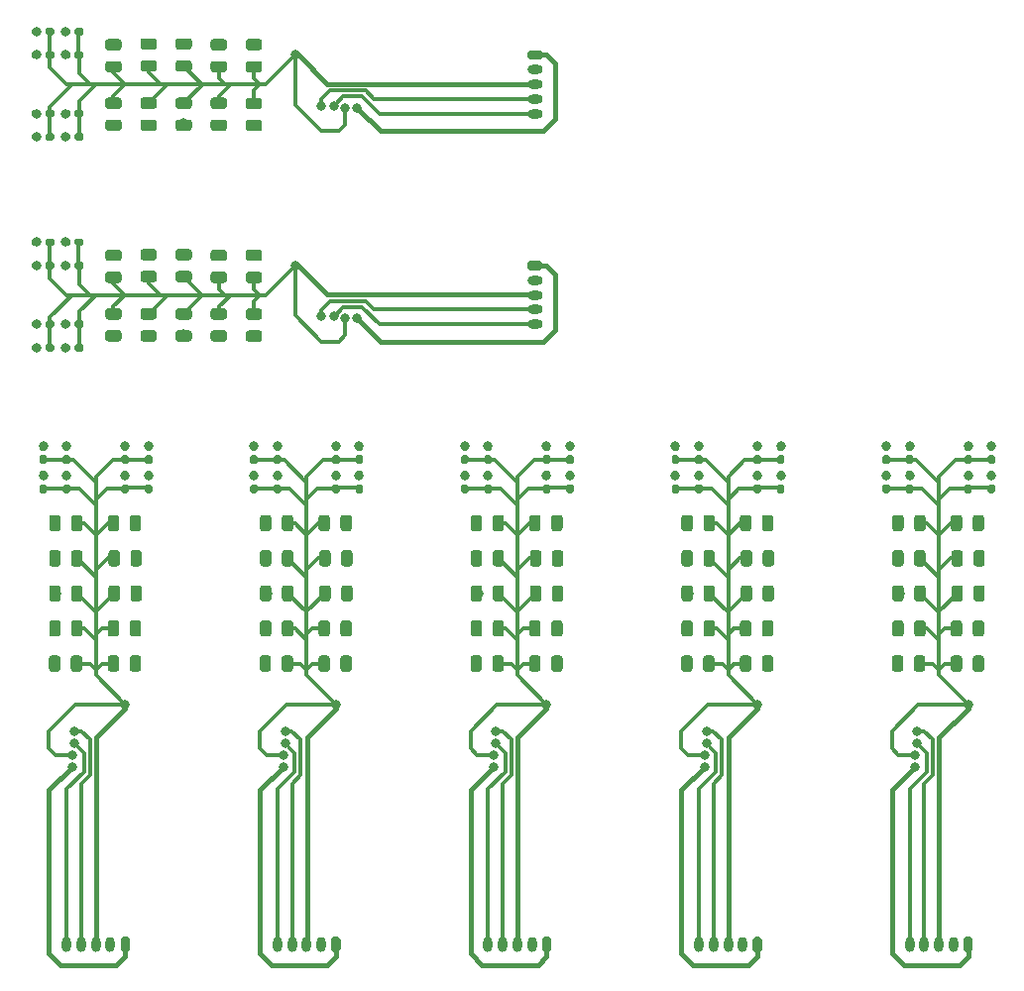
<source format=gtl>
%MOIN*%
%OFA0B0*%
%FSLAX46Y46*%
%IPPOS*%
%LPD*%
%ADD10O,0.031496062992125991X0.051181102362204731*%
%ADD11C,0.031496062992125991*%
%ADD12C,0.012000000000000002*%
%ADD13C,0.01*%
%ADD14C,0.016*%
%ADD25O,0.051181102362204731X0.031496062992125991*%
%ADD26C,0.031496062992125991*%
%ADD27C,0.012000000000000002*%
%ADD28C,0.01*%
%ADD29C,0.016*%
%ADD30O,0.051181102362204731X0.031496062992125991*%
%ADD31C,0.031496062992125991*%
%ADD32C,0.012000000000000002*%
%ADD33C,0.01*%
%ADD34C,0.016*%
%ADD35O,0.031496062992125991X0.051181102362204731*%
%ADD36C,0.031496062992125991*%
%ADD37C,0.012000000000000002*%
%ADD38C,0.01*%
%ADD39C,0.016*%
%ADD40O,0.031496062992125991X0.051181102362204731*%
%ADD41C,0.031496062992125991*%
%ADD42C,0.012000000000000002*%
%ADD43C,0.01*%
%ADD44C,0.016*%
%ADD45O,0.031496062992125991X0.051181102362204731*%
%ADD46C,0.031496062992125991*%
%ADD47C,0.012000000000000002*%
%ADD48C,0.01*%
%ADD49C,0.016*%
%ADD50O,0.031496062992125991X0.051181102362204731*%
%ADD51C,0.031496062992125991*%
%ADD52C,0.012000000000000002*%
%ADD53C,0.01*%
%ADD54C,0.016*%
G01*
D10*
X-0007716535Y0003818897D02*
X0000196850Y0000196850D03*
X0000246062Y0000196850D03*
X0000295275Y0000196850D03*
X0000344488Y0000196850D03*
G36*
G01*
X0000409448Y0000214566D02*
X0000409448Y0000179133D01*
G75*
G02*
X0000401574Y0000171259I-0000007874D01*
G01*
X0000385826Y0000171259D01*
G75*
G02*
X0000377952Y0000179133J0000007874D01*
G01*
X0000377952Y0000214566D01*
G75*
G02*
X0000385826Y0000222440I0000007874D01*
G01*
X0000401574Y0000222440D01*
G75*
G02*
X0000409448Y0000214566J-0000007874D01*
G01*
G37*
G36*
G01*
X0000408956Y0001596210D02*
X0000408956Y0001632135D01*
G75*
G02*
X0000418553Y0001641732I0000009596D01*
G01*
X0000437746Y0001641732D01*
G75*
G02*
X0000447342Y0001632135J-0000009596D01*
G01*
X0000447342Y0001596210D01*
G75*
G02*
X0000437746Y0001586614I-0000009596D01*
G01*
X0000418553Y0001586614D01*
G75*
G02*
X0000408956Y0001596210J0000009596D01*
G01*
G37*
G36*
G01*
X0000335137Y0001596210D02*
X0000335137Y0001632135D01*
G75*
G02*
X0000344734Y0001641732I0000009596D01*
G01*
X0000363927Y0001641732D01*
G75*
G02*
X0000373523Y0001632135J-0000009596D01*
G01*
X0000373523Y0001596210D01*
G75*
G02*
X0000363927Y0001586614I-0000009596D01*
G01*
X0000344734Y0001586614D01*
G75*
G02*
X0000335137Y0001596210J0000009596D01*
G01*
G37*
G36*
G01*
X0000176673Y0001632135D02*
X0000176673Y0001596210D01*
G75*
G02*
X0000167076Y0001586614I-0000009596D01*
G01*
X0000147883Y0001586614D01*
G75*
G02*
X0000138287Y0001596210J0000009596D01*
G01*
X0000138287Y0001632135D01*
G75*
G02*
X0000147883Y0001641732I0000009596D01*
G01*
X0000167076Y0001641732D01*
G75*
G02*
X0000176673Y0001632135J-0000009596D01*
G01*
G37*
G36*
G01*
X0000250492Y0001632135D02*
X0000250492Y0001596210D01*
G75*
G02*
X0000240895Y0001586614I-0000009596D01*
G01*
X0000221702Y0001586614D01*
G75*
G02*
X0000212106Y0001596210J0000009596D01*
G01*
X0000212106Y0001632135D01*
G75*
G02*
X0000221702Y0001641732I0000009596D01*
G01*
X0000240895Y0001641732D01*
G75*
G02*
X0000250492Y0001632135J-0000009596D01*
G01*
G37*
G36*
G01*
X0000408956Y0001123769D02*
X0000408956Y0001159694D01*
G75*
G02*
X0000418553Y0001169291I0000009596D01*
G01*
X0000437746Y0001169291D01*
G75*
G02*
X0000447342Y0001159694J-0000009596D01*
G01*
X0000447342Y0001123769D01*
G75*
G02*
X0000437746Y0001114173I-0000009596D01*
G01*
X0000418553Y0001114173D01*
G75*
G02*
X0000408956Y0001123769J0000009596D01*
G01*
G37*
G36*
G01*
X0000335137Y0001123769D02*
X0000335137Y0001159694D01*
G75*
G02*
X0000344734Y0001169291I0000009596D01*
G01*
X0000363927Y0001169291D01*
G75*
G02*
X0000373523Y0001159694J-0000009596D01*
G01*
X0000373523Y0001123769D01*
G75*
G02*
X0000363927Y0001114173I-0000009596D01*
G01*
X0000344734Y0001114173D01*
G75*
G02*
X0000335137Y0001123769J0000009596D01*
G01*
G37*
G36*
G01*
X0000175714Y0001159777D02*
X0000175714Y0001123852D01*
G75*
G02*
X0000166117Y0001114256I-0000009596D01*
G01*
X0000146924Y0001114256D01*
G75*
G02*
X0000137328Y0001123852J0000009596D01*
G01*
X0000137328Y0001159777D01*
G75*
G02*
X0000146924Y0001169374I0000009596D01*
G01*
X0000166117Y0001169374D01*
G75*
G02*
X0000175714Y0001159777J-0000009596D01*
G01*
G37*
G36*
G01*
X0000249533Y0001159777D02*
X0000249533Y0001123852D01*
G75*
G02*
X0000239936Y0001114256I-0000009596D01*
G01*
X0000220743Y0001114256D01*
G75*
G02*
X0000211147Y0001123852J0000009596D01*
G01*
X0000211147Y0001159777D01*
G75*
G02*
X0000220743Y0001169374I0000009596D01*
G01*
X0000239936Y0001169374D01*
G75*
G02*
X0000249533Y0001159777J-0000009596D01*
G01*
G37*
G36*
G01*
X0000408956Y0001241879D02*
X0000408956Y0001277805D01*
G75*
G02*
X0000418553Y0001287401I0000009596D01*
G01*
X0000437746Y0001287401D01*
G75*
G02*
X0000447342Y0001277805J-0000009596D01*
G01*
X0000447342Y0001241879D01*
G75*
G02*
X0000437746Y0001232283I-0000009596D01*
G01*
X0000418553Y0001232283D01*
G75*
G02*
X0000408956Y0001241879J0000009596D01*
G01*
G37*
G36*
G01*
X0000335137Y0001241879D02*
X0000335137Y0001277805D01*
G75*
G02*
X0000344734Y0001287401I0000009596D01*
G01*
X0000363927Y0001287401D01*
G75*
G02*
X0000373523Y0001277805J-0000009596D01*
G01*
X0000373523Y0001241879D01*
G75*
G02*
X0000363927Y0001232283I-0000009596D01*
G01*
X0000344734Y0001232283D01*
G75*
G02*
X0000335137Y0001241879J0000009596D01*
G01*
G37*
G36*
G01*
X0000176673Y0001277805D02*
X0000176673Y0001241879D01*
G75*
G02*
X0000167076Y0001232283I-0000009596D01*
G01*
X0000147883Y0001232283D01*
G75*
G02*
X0000138287Y0001241879J0000009596D01*
G01*
X0000138287Y0001277805D01*
G75*
G02*
X0000147883Y0001287401I0000009596D01*
G01*
X0000167076Y0001287401D01*
G75*
G02*
X0000176673Y0001277805J-0000009596D01*
G01*
G37*
G36*
G01*
X0000250492Y0001277805D02*
X0000250492Y0001241879D01*
G75*
G02*
X0000240895Y0001232283I-0000009596D01*
G01*
X0000221702Y0001232283D01*
G75*
G02*
X0000212106Y0001241879J0000009596D01*
G01*
X0000212106Y0001277805D01*
G75*
G02*
X0000221702Y0001287401I0000009596D01*
G01*
X0000240895Y0001287401D01*
G75*
G02*
X0000250492Y0001277805J-0000009596D01*
G01*
G37*
G36*
G01*
X0000411417Y0001359990D02*
X0000411417Y0001395915D01*
G75*
G02*
X0000421013Y0001405511I0000009596D01*
G01*
X0000440206Y0001405511D01*
G75*
G02*
X0000449803Y0001395915J-0000009596D01*
G01*
X0000449803Y0001359990D01*
G75*
G02*
X0000440206Y0001350393I-0000009596D01*
G01*
X0000421013Y0001350393D01*
G75*
G02*
X0000411417Y0001359990J0000009596D01*
G01*
G37*
G36*
G01*
X0000337598Y0001359990D02*
X0000337598Y0001395915D01*
G75*
G02*
X0000347194Y0001405511I0000009596D01*
G01*
X0000366387Y0001405511D01*
G75*
G02*
X0000375984Y0001395915J-0000009596D01*
G01*
X0000375984Y0001359990D01*
G75*
G02*
X0000366387Y0001350393I-0000009596D01*
G01*
X0000347194Y0001350393D01*
G75*
G02*
X0000337598Y0001359990J0000009596D01*
G01*
G37*
G36*
G01*
X0000176673Y0001395915D02*
X0000176673Y0001359990D01*
G75*
G02*
X0000167076Y0001350393I-0000009596D01*
G01*
X0000147883Y0001350393D01*
G75*
G02*
X0000138287Y0001359990J0000009596D01*
G01*
X0000138287Y0001395915D01*
G75*
G02*
X0000147883Y0001405511I0000009596D01*
G01*
X0000167076Y0001405511D01*
G75*
G02*
X0000176673Y0001395915J-0000009596D01*
G01*
G37*
G36*
G01*
X0000250492Y0001395915D02*
X0000250492Y0001359990D01*
G75*
G02*
X0000240895Y0001350393I-0000009596D01*
G01*
X0000221702Y0001350393D01*
G75*
G02*
X0000212106Y0001359990J0000009596D01*
G01*
X0000212106Y0001395915D01*
G75*
G02*
X0000221702Y0001405511I0000009596D01*
G01*
X0000240895Y0001405511D01*
G75*
G02*
X0000250492Y0001395915J-0000009596D01*
G01*
G37*
G36*
G01*
X0000411417Y0001478100D02*
X0000411417Y0001514025D01*
G75*
G02*
X0000421013Y0001523622I0000009596D01*
G01*
X0000440206Y0001523622D01*
G75*
G02*
X0000449803Y0001514025J-0000009596D01*
G01*
X0000449803Y0001478100D01*
G75*
G02*
X0000440206Y0001468503I-0000009596D01*
G01*
X0000421013Y0001468503D01*
G75*
G02*
X0000411417Y0001478100J0000009596D01*
G01*
G37*
G36*
G01*
X0000337598Y0001478100D02*
X0000337598Y0001514025D01*
G75*
G02*
X0000347194Y0001523622I0000009596D01*
G01*
X0000366387Y0001523622D01*
G75*
G02*
X0000375984Y0001514025J-0000009596D01*
G01*
X0000375984Y0001478100D01*
G75*
G02*
X0000366387Y0001468503I-0000009596D01*
G01*
X0000347194Y0001468503D01*
G75*
G02*
X0000337598Y0001478100J0000009596D01*
G01*
G37*
G36*
G01*
X0000176673Y0001514025D02*
X0000176673Y0001478100D01*
G75*
G02*
X0000167076Y0001468503I-0000009596D01*
G01*
X0000147883Y0001468503D01*
G75*
G02*
X0000138287Y0001478100J0000009596D01*
G01*
X0000138287Y0001514025D01*
G75*
G02*
X0000147883Y0001523622I0000009596D01*
G01*
X0000167076Y0001523622D01*
G75*
G02*
X0000176673Y0001514025J-0000009596D01*
G01*
G37*
G36*
G01*
X0000250492Y0001514025D02*
X0000250492Y0001478100D01*
G75*
G02*
X0000240895Y0001468503I-0000009596D01*
G01*
X0000221702Y0001468503D01*
G75*
G02*
X0000212106Y0001478100J0000009596D01*
G01*
X0000212106Y0001514025D01*
G75*
G02*
X0000221702Y0001523622I0000009596D01*
G01*
X0000240895Y0001523622D01*
G75*
G02*
X0000250492Y0001514025J-0000009596D01*
G01*
G37*
G36*
G01*
X0000124409Y0001857874D02*
X0000111811Y0001857874D01*
G75*
G02*
X0000105511Y0001864173J0000006299D01*
G01*
X0000105511Y0001881692D01*
G75*
G02*
X0000111811Y0001887992I0000006299D01*
G01*
X0000124409Y0001887992D01*
G75*
G02*
X0000130708Y0001881692J-0000006299D01*
G01*
X0000130708Y0001864173D01*
G75*
G02*
X0000124409Y0001857874I-0000006299D01*
G01*
G37*
G36*
G01*
X0000124409Y0001812795D02*
X0000111811Y0001812795D01*
G75*
G02*
X0000105511Y0001819094J0000006299D01*
G01*
X0000105511Y0001836614D01*
G75*
G02*
X0000111811Y0001842913I0000006299D01*
G01*
X0000124409Y0001842913D01*
G75*
G02*
X0000130708Y0001836614J-0000006299D01*
G01*
X0000130708Y0001819094D01*
G75*
G02*
X0000124409Y0001812795I-0000006299D01*
G01*
G37*
G36*
G01*
X0000478740Y0001759448D02*
X0000466141Y0001759448D01*
G75*
G02*
X0000459842Y0001765748J0000006299D01*
G01*
X0000459842Y0001783267D01*
G75*
G02*
X0000466141Y0001789566I0000006299D01*
G01*
X0000478740Y0001789566D01*
G75*
G02*
X0000485039Y0001783267J-0000006299D01*
G01*
X0000485039Y0001765748D01*
G75*
G02*
X0000478740Y0001759448I-0000006299D01*
G01*
G37*
G36*
G01*
X0000478740Y0001714370D02*
X0000466141Y0001714370D01*
G75*
G02*
X0000459842Y0001720669J0000006299D01*
G01*
X0000459842Y0001738188D01*
G75*
G02*
X0000466141Y0001744488I0000006299D01*
G01*
X0000478740Y0001744488D01*
G75*
G02*
X0000485039Y0001738188J-0000006299D01*
G01*
X0000485039Y0001720669D01*
G75*
G02*
X0000478740Y0001714370I-0000006299D01*
G01*
G37*
G36*
G01*
X0000203149Y0001759448D02*
X0000190551Y0001759448D01*
G75*
G02*
X0000184251Y0001765748J0000006299D01*
G01*
X0000184251Y0001783267D01*
G75*
G02*
X0000190551Y0001789566I0000006299D01*
G01*
X0000203149Y0001789566D01*
G75*
G02*
X0000209448Y0001783267J-0000006299D01*
G01*
X0000209448Y0001765748D01*
G75*
G02*
X0000203149Y0001759448I-0000006299D01*
G01*
G37*
G36*
G01*
X0000203149Y0001714370D02*
X0000190551Y0001714370D01*
G75*
G02*
X0000184251Y0001720669J0000006299D01*
G01*
X0000184251Y0001738188D01*
G75*
G02*
X0000190551Y0001744488I0000006299D01*
G01*
X0000203149Y0001744488D01*
G75*
G02*
X0000209448Y0001738188J-0000006299D01*
G01*
X0000209448Y0001720669D01*
G75*
G02*
X0000203149Y0001714370I-0000006299D01*
G01*
G37*
G36*
G01*
X0000399999Y0001857874D02*
X0000387401Y0001857874D01*
G75*
G02*
X0000381102Y0001864173J0000006299D01*
G01*
X0000381102Y0001881692D01*
G75*
G02*
X0000387401Y0001887992I0000006299D01*
G01*
X0000399999Y0001887992D01*
G75*
G02*
X0000406299Y0001881692J-0000006299D01*
G01*
X0000406299Y0001864173D01*
G75*
G02*
X0000399999Y0001857874I-0000006299D01*
G01*
G37*
G36*
G01*
X0000399999Y0001812795D02*
X0000387401Y0001812795D01*
G75*
G02*
X0000381102Y0001819094J0000006299D01*
G01*
X0000381102Y0001836614D01*
G75*
G02*
X0000387401Y0001842913I0000006299D01*
G01*
X0000399999Y0001842913D01*
G75*
G02*
X0000406299Y0001836614J-0000006299D01*
G01*
X0000406299Y0001819094D01*
G75*
G02*
X0000399999Y0001812795I-0000006299D01*
G01*
G37*
G36*
G01*
X0000203149Y0001857874D02*
X0000190551Y0001857874D01*
G75*
G02*
X0000184251Y0001864173J0000006299D01*
G01*
X0000184251Y0001881692D01*
G75*
G02*
X0000190551Y0001887992I0000006299D01*
G01*
X0000203149Y0001887992D01*
G75*
G02*
X0000209448Y0001881692J-0000006299D01*
G01*
X0000209448Y0001864173D01*
G75*
G02*
X0000203149Y0001857874I-0000006299D01*
G01*
G37*
G36*
G01*
X0000203149Y0001812795D02*
X0000190551Y0001812795D01*
G75*
G02*
X0000184251Y0001819094J0000006299D01*
G01*
X0000184251Y0001836614D01*
G75*
G02*
X0000190551Y0001842913I0000006299D01*
G01*
X0000203149Y0001842913D01*
G75*
G02*
X0000209448Y0001836614J-0000006299D01*
G01*
X0000209448Y0001819094D01*
G75*
G02*
X0000203149Y0001812795I-0000006299D01*
G01*
G37*
G36*
G01*
X0000399999Y0001759448D02*
X0000387401Y0001759448D01*
G75*
G02*
X0000381102Y0001765748J0000006299D01*
G01*
X0000381102Y0001783267D01*
G75*
G02*
X0000387401Y0001789566I0000006299D01*
G01*
X0000399999Y0001789566D01*
G75*
G02*
X0000406299Y0001783267J-0000006299D01*
G01*
X0000406299Y0001765748D01*
G75*
G02*
X0000399999Y0001759448I-0000006299D01*
G01*
G37*
G36*
G01*
X0000399999Y0001714370D02*
X0000387401Y0001714370D01*
G75*
G02*
X0000381102Y0001720669J0000006299D01*
G01*
X0000381102Y0001738188D01*
G75*
G02*
X0000387401Y0001744488I0000006299D01*
G01*
X0000399999Y0001744488D01*
G75*
G02*
X0000406299Y0001738188J-0000006299D01*
G01*
X0000406299Y0001720669D01*
G75*
G02*
X0000399999Y0001714370I-0000006299D01*
G01*
G37*
G36*
G01*
X0000124409Y0001759448D02*
X0000111811Y0001759448D01*
G75*
G02*
X0000105511Y0001765748J0000006299D01*
G01*
X0000105511Y0001783267D01*
G75*
G02*
X0000111811Y0001789566I0000006299D01*
G01*
X0000124409Y0001789566D01*
G75*
G02*
X0000130708Y0001783267J-0000006299D01*
G01*
X0000130708Y0001765748D01*
G75*
G02*
X0000124409Y0001759448I-0000006299D01*
G01*
G37*
G36*
G01*
X0000124409Y0001714370D02*
X0000111811Y0001714370D01*
G75*
G02*
X0000105511Y0001720669J0000006299D01*
G01*
X0000105511Y0001738188D01*
G75*
G02*
X0000111811Y0001744488I0000006299D01*
G01*
X0000124409Y0001744488D01*
G75*
G02*
X0000130708Y0001738188J-0000006299D01*
G01*
X0000130708Y0001720669D01*
G75*
G02*
X0000124409Y0001714370I-0000006299D01*
G01*
G37*
G36*
G01*
X0000478740Y0001857874D02*
X0000466141Y0001857874D01*
G75*
G02*
X0000459842Y0001864173J0000006299D01*
G01*
X0000459842Y0001881692D01*
G75*
G02*
X0000466141Y0001887992I0000006299D01*
G01*
X0000478740Y0001887992D01*
G75*
G02*
X0000485039Y0001881692J-0000006299D01*
G01*
X0000485039Y0001864173D01*
G75*
G02*
X0000478740Y0001857874I-0000006299D01*
G01*
G37*
G36*
G01*
X0000478740Y0001812795D02*
X0000466141Y0001812795D01*
G75*
G02*
X0000459842Y0001819094J0000006299D01*
G01*
X0000459842Y0001836614D01*
G75*
G02*
X0000466141Y0001842913I0000006299D01*
G01*
X0000478740Y0001842913D01*
G75*
G02*
X0000485039Y0001836614J-0000006299D01*
G01*
X0000485039Y0001819094D01*
G75*
G02*
X0000478740Y0001812795I-0000006299D01*
G01*
G37*
D11*
X0000222775Y0000873629D03*
X0000393700Y0001003937D03*
X0000216230Y0000834806D03*
X0000216550Y0000795438D03*
X0000222775Y0000915354D03*
X0000118110Y0001873917D03*
X0000472440Y0001873917D03*
X0000118110Y0001775492D03*
X0000393700Y0001775492D03*
X0000157480Y0001614173D03*
X0000429625Y0001614173D03*
X0000158696Y0001495828D03*
X0000430610Y0001496062D03*
X0000164370Y0001377952D03*
X0000430610Y0001377952D03*
X0000157480Y0001259842D03*
X0000428149Y0001259842D03*
X0000156521Y0001141815D03*
X0000428149Y0001141732D03*
X0000196850Y0001873917D03*
X0000393700Y0001873917D03*
X0000196850Y0001775492D03*
X0000472440Y0001775492D03*
D12*
X0000196850Y0000196850D02*
X0000196850Y0000719693D01*
X0000196850Y0000719693D02*
X0000254716Y0000777559D01*
X0000254716Y0000777559D02*
X0000254716Y0000841688D01*
X0000254716Y0000841688D02*
X0000238162Y0000858241D01*
D13*
X0000238162Y0000858241D02*
X0000246062Y0000850341D01*
X0000222775Y0000873629D02*
X0000238162Y0000858241D01*
D12*
X0000393700Y0001827854D02*
X0000351476Y0001827854D01*
X0000351476Y0001827854D02*
X0000295275Y0001771653D01*
X0000295275Y0001102362D02*
X0000393700Y0001003937D01*
X0000118110Y0001827854D02*
X0000196850Y0001827854D01*
X0000219389Y0001827854D02*
X0000295275Y0001751968D01*
X0000196850Y0001827854D02*
X0000219389Y0001827854D01*
X0000295275Y0001771653D02*
X0000295275Y0001751968D01*
X0000118110Y0001729429D02*
X0000196850Y0001729429D01*
X0000196850Y0001729429D02*
X0000239074Y0001729429D01*
X0000239074Y0001729429D02*
X0000295275Y0001673228D01*
X0000397145Y0001732874D02*
X0000393700Y0001729429D01*
X0000472440Y0001732874D02*
X0000397145Y0001732874D01*
X0000331791Y0001729429D02*
X0000295275Y0001692913D01*
X0000393700Y0001729429D02*
X0000331791Y0001729429D01*
X0000295275Y0001692913D02*
X0000295275Y0001673228D01*
X0000295275Y0001751968D02*
X0000295275Y0001692913D01*
X0000472440Y0001827854D02*
X0000393700Y0001827854D01*
X0000334645Y0001614173D02*
X0000295275Y0001574803D01*
X0000354330Y0001614173D02*
X0000334645Y0001614173D01*
X0000295275Y0001673228D02*
X0000295275Y0001574803D01*
X0000255905Y0001614173D02*
X0000295275Y0001574803D01*
X0000231299Y0001614173D02*
X0000255905Y0001614173D01*
X0000334645Y0001496062D02*
X0000295275Y0001456692D01*
X0000356791Y0001496062D02*
X0000334645Y0001496062D01*
X0000295275Y0001574803D02*
X0000295275Y0001456692D01*
X0000295275Y0001432086D02*
X0000295275Y0001417322D01*
X0000231299Y0001496062D02*
X0000295275Y0001432086D01*
X0000295275Y0001456692D02*
X0000295275Y0001417322D01*
X0000356791Y0001377952D02*
X0000295275Y0001316437D01*
X0000292814Y0001316437D02*
X0000231299Y0001377952D01*
X0000295275Y0001316437D02*
X0000292814Y0001316437D01*
X0000354330Y0001259842D02*
X0000314960Y0001259842D01*
X0000314960Y0001259842D02*
X0000295275Y0001240157D01*
X0000295275Y0001417322D02*
X0000295275Y0001240157D01*
X0000255905Y0001259842D02*
X0000295275Y0001220472D01*
X0000231299Y0001259842D02*
X0000255905Y0001259842D01*
X0000295275Y0001240157D02*
X0000295275Y0001220472D01*
X0000314960Y0001141732D02*
X0000295275Y0001122047D01*
X0000354330Y0001141732D02*
X0000314960Y0001141732D01*
X0000295275Y0001122047D02*
X0000295275Y0001102362D01*
X0000295275Y0001220472D02*
X0000295275Y0001122047D01*
X0000275507Y0001141815D02*
X0000295275Y0001122047D01*
X0000230340Y0001141815D02*
X0000275507Y0001141815D01*
X0000393700Y0001003937D02*
X0000226377Y0001003937D01*
X0000226377Y0001003937D02*
X0000137795Y0000915354D01*
X0000137795Y0000856299D02*
X0000159287Y0000834806D01*
X0000137795Y0000915354D02*
X0000137795Y0000856299D01*
X0000216230Y0000834806D02*
X0000159287Y0000834806D01*
D14*
X0000393700Y0000991715D02*
X0000393700Y0001003937D01*
X0000296464Y0000894479D02*
X0000393700Y0000991715D01*
X0000296464Y0000198039D02*
X0000295275Y0000196850D01*
X0000296464Y0000894479D02*
X0000296464Y0000198039D01*
X0000393700Y0000196850D02*
X0000393700Y0000157480D01*
X0000393700Y0000157480D02*
X0000364173Y0000127952D01*
X0000364173Y0000127952D02*
X0000177165Y0000127952D01*
X0000177165Y0000127952D02*
X0000137795Y0000167322D01*
X0000137795Y0000716683D02*
X0000216550Y0000795438D01*
X0000137795Y0000167322D02*
X0000137795Y0000716683D01*
D12*
X0000246062Y0000738188D02*
X0000246062Y0000196850D01*
X0000274590Y0000766716D02*
X0000246062Y0000738188D01*
X0000274590Y0000885810D02*
X0000274590Y0000766716D01*
X0000245046Y0000915354D02*
X0000274590Y0000885810D01*
X0000222775Y0000915354D02*
X0000245046Y0000915354D01*
D13*
X0000118110Y0001872933D02*
X0000118110Y0001873917D01*
X0000472440Y0001872933D02*
X0000472440Y0001873917D01*
X0000118110Y0001774507D02*
X0000118110Y0001775492D01*
X0000393700Y0001774507D02*
X0000393700Y0001775492D01*
D12*
X0000428149Y0001614173D02*
X0000429625Y0001614173D01*
X0000158462Y0001496062D02*
X0000158696Y0001495828D01*
X0000157480Y0001496062D02*
X0000158462Y0001496062D01*
X0000157480Y0001377952D02*
X0000164370Y0001377952D01*
D13*
X0000196850Y0001872933D02*
X0000196850Y0001873917D01*
X0000393700Y0001872933D02*
X0000393700Y0001873917D01*
X0000196850Y0001774507D02*
X0000196850Y0001775492D01*
X0000472440Y0001774507D02*
X0000472440Y0001775492D01*
G04 next file*
G04 #@! TF.GenerationSoftware,KiCad,Pcbnew,(5.1.10)-1*
G04 #@! TF.CreationDate,2021-09-22T20:54:56-07:00*
G04 #@! TF.ProjectId,project,70726f6a-6563-4742-9e6b-696361645f70,rev?*
G04 #@! TF.SameCoordinates,Original*
G04 #@! TF.FileFunction,Copper,L1,Top*
G04 #@! TF.FilePolarity,Positive*
G04 Gerber Fmt 4.6, Leading zero omitted, Abs format (unit mm)*
G04 Created by KiCad (PCBNEW (5.1.10)-1) date 2021-09-22 20:54:56*
G01*
G04 APERTURE LIST*
G04 #@! TA.AperFunction,ComponentPad*
G04 #@! TD*
G04 #@! TA.AperFunction,ViaPad*
G04 #@! TD*
G04 #@! TA.AperFunction,Conductor*
G04 #@! TD*
G04 #@! TA.AperFunction,Conductor*
G04 #@! TD*
G04 #@! TA.AperFunction,Conductor*
G04 #@! TD*
G04 APERTURE END LIST*
D25*
X-0001850393Y-0005629921D02*
X0001771653Y0002283464D03*
X0001771653Y0002332677D03*
X0001771653Y0002381889D03*
X0001771653Y0002431102D03*
G04 #@! TA.AperFunction,ComponentPad*
G36*
G01*
X0001753937Y0002496062D02*
X0001789370Y0002496062D01*
G75*
G02*
X0001797244Y0002488188J-0000007874D01*
G01*
X0001797244Y0002472440D01*
G75*
G02*
X0001789370Y0002464566I-0000007874D01*
G01*
X0001753937Y0002464566D01*
G75*
G02*
X0001746062Y0002472440J0000007874D01*
G01*
X0001746062Y0002488188D01*
G75*
G02*
X0001753937Y0002496062I0000007874D01*
G01*
G37*
G04 #@! TD.AperFunction*
G04 #@! TA.AperFunction,SMDPad,CuDef*
G36*
G01*
X0000372293Y0002495570D02*
X0000336368Y0002495570D01*
G75*
G02*
X0000326771Y0002505167J0000009596D01*
G01*
X0000326771Y0002524360D01*
G75*
G02*
X0000336368Y0002533956I0000009596D01*
G01*
X0000372293Y0002533956D01*
G75*
G02*
X0000381889Y0002524360J-0000009596D01*
G01*
X0000381889Y0002505167D01*
G75*
G02*
X0000372293Y0002495570I-0000009596D01*
G01*
G37*
G04 #@! TD.AperFunction*
G04 #@! TA.AperFunction,SMDPad,CuDef*
G36*
G01*
X0000372293Y0002421751D02*
X0000336368Y0002421751D01*
G75*
G02*
X0000326771Y0002431348J0000009596D01*
G01*
X0000326771Y0002450541D01*
G75*
G02*
X0000336368Y0002460137I0000009596D01*
G01*
X0000372293Y0002460137D01*
G75*
G02*
X0000381889Y0002450541J-0000009596D01*
G01*
X0000381889Y0002431348D01*
G75*
G02*
X0000372293Y0002421751I-0000009596D01*
G01*
G37*
G04 #@! TD.AperFunction*
G04 #@! TA.AperFunction,SMDPad,CuDef*
G36*
G01*
X0000336368Y0002263287D02*
X0000372293Y0002263287D01*
G75*
G02*
X0000381889Y0002253690J-0000009596D01*
G01*
X0000381889Y0002234497D01*
G75*
G02*
X0000372293Y0002224901I-0000009596D01*
G01*
X0000336368Y0002224901D01*
G75*
G02*
X0000326771Y0002234497J0000009596D01*
G01*
X0000326771Y0002253690D01*
G75*
G02*
X0000336368Y0002263287I0000009596D01*
G01*
G37*
G04 #@! TD.AperFunction*
G04 #@! TA.AperFunction,SMDPad,CuDef*
G36*
G01*
X0000336368Y0002337106D02*
X0000372293Y0002337106D01*
G75*
G02*
X0000381889Y0002327509J-0000009596D01*
G01*
X0000381889Y0002308316D01*
G75*
G02*
X0000372293Y0002298720I-0000009596D01*
G01*
X0000336368Y0002298720D01*
G75*
G02*
X0000326771Y0002308316J0000009596D01*
G01*
X0000326771Y0002327509D01*
G75*
G02*
X0000336368Y0002337106I0000009596D01*
G01*
G37*
G04 #@! TD.AperFunction*
G04 #@! TA.AperFunction,SMDPad,CuDef*
G36*
G01*
X0000844734Y0002495570D02*
X0000808809Y0002495570D01*
G75*
G02*
X0000799212Y0002505167J0000009596D01*
G01*
X0000799212Y0002524360D01*
G75*
G02*
X0000808809Y0002533956I0000009596D01*
G01*
X0000844734Y0002533956D01*
G75*
G02*
X0000854330Y0002524360J-0000009596D01*
G01*
X0000854330Y0002505167D01*
G75*
G02*
X0000844734Y0002495570I-0000009596D01*
G01*
G37*
G04 #@! TD.AperFunction*
G04 #@! TA.AperFunction,SMDPad,CuDef*
G36*
G01*
X0000844734Y0002421751D02*
X0000808809Y0002421751D01*
G75*
G02*
X0000799212Y0002431348J0000009596D01*
G01*
X0000799212Y0002450541D01*
G75*
G02*
X0000808809Y0002460137I0000009596D01*
G01*
X0000844734Y0002460137D01*
G75*
G02*
X0000854330Y0002450541J-0000009596D01*
G01*
X0000854330Y0002431348D01*
G75*
G02*
X0000844734Y0002421751I-0000009596D01*
G01*
G37*
G04 #@! TD.AperFunction*
G04 #@! TA.AperFunction,SMDPad,CuDef*
G36*
G01*
X0000808726Y0002262328D02*
X0000844651Y0002262328D01*
G75*
G02*
X0000854247Y0002252731J-0000009596D01*
G01*
X0000854247Y0002233538D01*
G75*
G02*
X0000844651Y0002223942I-0000009596D01*
G01*
X0000808726Y0002223942D01*
G75*
G02*
X0000799129Y0002233538J0000009596D01*
G01*
X0000799129Y0002252731D01*
G75*
G02*
X0000808726Y0002262328I0000009596D01*
G01*
G37*
G04 #@! TD.AperFunction*
G04 #@! TA.AperFunction,SMDPad,CuDef*
G36*
G01*
X0000808726Y0002336147D02*
X0000844651Y0002336147D01*
G75*
G02*
X0000854247Y0002326550J-0000009596D01*
G01*
X0000854247Y0002307357D01*
G75*
G02*
X0000844651Y0002297761I-0000009596D01*
G01*
X0000808726Y0002297761D01*
G75*
G02*
X0000799129Y0002307357J0000009596D01*
G01*
X0000799129Y0002326550D01*
G75*
G02*
X0000808726Y0002336147I0000009596D01*
G01*
G37*
G04 #@! TD.AperFunction*
G04 #@! TA.AperFunction,SMDPad,CuDef*
G36*
G01*
X0000726624Y0002495570D02*
X0000690698Y0002495570D01*
G75*
G02*
X0000681102Y0002505167J0000009596D01*
G01*
X0000681102Y0002524360D01*
G75*
G02*
X0000690698Y0002533956I0000009596D01*
G01*
X0000726624Y0002533956D01*
G75*
G02*
X0000736220Y0002524360J-0000009596D01*
G01*
X0000736220Y0002505167D01*
G75*
G02*
X0000726624Y0002495570I-0000009596D01*
G01*
G37*
G04 #@! TD.AperFunction*
G04 #@! TA.AperFunction,SMDPad,CuDef*
G36*
G01*
X0000726624Y0002421751D02*
X0000690698Y0002421751D01*
G75*
G02*
X0000681102Y0002431348J0000009596D01*
G01*
X0000681102Y0002450541D01*
G75*
G02*
X0000690698Y0002460137I0000009596D01*
G01*
X0000726624Y0002460137D01*
G75*
G02*
X0000736220Y0002450541J-0000009596D01*
G01*
X0000736220Y0002431348D01*
G75*
G02*
X0000726624Y0002421751I-0000009596D01*
G01*
G37*
G04 #@! TD.AperFunction*
G04 #@! TA.AperFunction,SMDPad,CuDef*
G36*
G01*
X0000690698Y0002263287D02*
X0000726624Y0002263287D01*
G75*
G02*
X0000736220Y0002253690J-0000009596D01*
G01*
X0000736220Y0002234497D01*
G75*
G02*
X0000726624Y0002224901I-0000009596D01*
G01*
X0000690698Y0002224901D01*
G75*
G02*
X0000681102Y0002234497J0000009596D01*
G01*
X0000681102Y0002253690D01*
G75*
G02*
X0000690698Y0002263287I0000009596D01*
G01*
G37*
G04 #@! TD.AperFunction*
G04 #@! TA.AperFunction,SMDPad,CuDef*
G36*
G01*
X0000690698Y0002337106D02*
X0000726624Y0002337106D01*
G75*
G02*
X0000736220Y0002327509J-0000009596D01*
G01*
X0000736220Y0002308316D01*
G75*
G02*
X0000726624Y0002298720I-0000009596D01*
G01*
X0000690698Y0002298720D01*
G75*
G02*
X0000681102Y0002308316J0000009596D01*
G01*
X0000681102Y0002327509D01*
G75*
G02*
X0000690698Y0002337106I0000009596D01*
G01*
G37*
G04 #@! TD.AperFunction*
G04 #@! TA.AperFunction,SMDPad,CuDef*
G36*
G01*
X0000608513Y0002498031D02*
X0000572588Y0002498031D01*
G75*
G02*
X0000562992Y0002507627J0000009596D01*
G01*
X0000562992Y0002526820D01*
G75*
G02*
X0000572588Y0002536417I0000009596D01*
G01*
X0000608513Y0002536417D01*
G75*
G02*
X0000618110Y0002526820J-0000009596D01*
G01*
X0000618110Y0002507627D01*
G75*
G02*
X0000608513Y0002498031I-0000009596D01*
G01*
G37*
G04 #@! TD.AperFunction*
G04 #@! TA.AperFunction,SMDPad,CuDef*
G36*
G01*
X0000608513Y0002424212D02*
X0000572588Y0002424212D01*
G75*
G02*
X0000562992Y0002433809J0000009596D01*
G01*
X0000562992Y0002453001D01*
G75*
G02*
X0000572588Y0002462598I0000009596D01*
G01*
X0000608513Y0002462598D01*
G75*
G02*
X0000618110Y0002453001J-0000009596D01*
G01*
X0000618110Y0002433809D01*
G75*
G02*
X0000608513Y0002424212I-0000009596D01*
G01*
G37*
G04 #@! TD.AperFunction*
G04 #@! TA.AperFunction,SMDPad,CuDef*
G36*
G01*
X0000572588Y0002263287D02*
X0000608513Y0002263287D01*
G75*
G02*
X0000618110Y0002253690J-0000009596D01*
G01*
X0000618110Y0002234497D01*
G75*
G02*
X0000608513Y0002224901I-0000009596D01*
G01*
X0000572588Y0002224901D01*
G75*
G02*
X0000562992Y0002234497J0000009596D01*
G01*
X0000562992Y0002253690D01*
G75*
G02*
X0000572588Y0002263287I0000009596D01*
G01*
G37*
G04 #@! TD.AperFunction*
G04 #@! TA.AperFunction,SMDPad,CuDef*
G36*
G01*
X0000572588Y0002337106D02*
X0000608513Y0002337106D01*
G75*
G02*
X0000618110Y0002327509J-0000009596D01*
G01*
X0000618110Y0002308316D01*
G75*
G02*
X0000608513Y0002298720I-0000009596D01*
G01*
X0000572588Y0002298720D01*
G75*
G02*
X0000562992Y0002308316J0000009596D01*
G01*
X0000562992Y0002327509D01*
G75*
G02*
X0000572588Y0002337106I0000009596D01*
G01*
G37*
G04 #@! TD.AperFunction*
G04 #@! TA.AperFunction,SMDPad,CuDef*
G36*
G01*
X0000490403Y0002498031D02*
X0000454478Y0002498031D01*
G75*
G02*
X0000444881Y0002507627J0000009596D01*
G01*
X0000444881Y0002526820D01*
G75*
G02*
X0000454478Y0002536417I0000009596D01*
G01*
X0000490403Y0002536417D01*
G75*
G02*
X0000500000Y0002526820J-0000009596D01*
G01*
X0000500000Y0002507627D01*
G75*
G02*
X0000490403Y0002498031I-0000009596D01*
G01*
G37*
G04 #@! TD.AperFunction*
G04 #@! TA.AperFunction,SMDPad,CuDef*
G36*
G01*
X0000490403Y0002424212D02*
X0000454478Y0002424212D01*
G75*
G02*
X0000444881Y0002433809J0000009596D01*
G01*
X0000444881Y0002453001D01*
G75*
G02*
X0000454478Y0002462598I0000009596D01*
G01*
X0000490403Y0002462598D01*
G75*
G02*
X0000500000Y0002453001J-0000009596D01*
G01*
X0000500000Y0002433809D01*
G75*
G02*
X0000490403Y0002424212I-0000009596D01*
G01*
G37*
G04 #@! TD.AperFunction*
G04 #@! TA.AperFunction,SMDPad,CuDef*
G36*
G01*
X0000454478Y0002263287D02*
X0000490403Y0002263287D01*
G75*
G02*
X0000500000Y0002253690J-0000009596D01*
G01*
X0000500000Y0002234497D01*
G75*
G02*
X0000490403Y0002224901I-0000009596D01*
G01*
X0000454478Y0002224901D01*
G75*
G02*
X0000444881Y0002234497J0000009596D01*
G01*
X0000444881Y0002253690D01*
G75*
G02*
X0000454478Y0002263287I0000009596D01*
G01*
G37*
G04 #@! TD.AperFunction*
G04 #@! TA.AperFunction,SMDPad,CuDef*
G36*
G01*
X0000454478Y0002337106D02*
X0000490403Y0002337106D01*
G75*
G02*
X0000500000Y0002327509J-0000009596D01*
G01*
X0000500000Y0002308316D01*
G75*
G02*
X0000490403Y0002298720I-0000009596D01*
G01*
X0000454478Y0002298720D01*
G75*
G02*
X0000444881Y0002308316J0000009596D01*
G01*
X0000444881Y0002327509D01*
G75*
G02*
X0000454478Y0002337106I0000009596D01*
G01*
G37*
G04 #@! TD.AperFunction*
G04 #@! TA.AperFunction,SMDPad,CuDef*
G36*
G01*
X0000110629Y0002211023D02*
X0000110629Y0002198425D01*
G75*
G02*
X0000104330Y0002192125I-0000006299D01*
G01*
X0000086811Y0002192125D01*
G75*
G02*
X0000080511Y0002198425J0000006299D01*
G01*
X0000080511Y0002211023D01*
G75*
G02*
X0000086811Y0002217322I0000006299D01*
G01*
X0000104330Y0002217322D01*
G75*
G02*
X0000110629Y0002211023J-0000006299D01*
G01*
G37*
G04 #@! TD.AperFunction*
G04 #@! TA.AperFunction,SMDPad,CuDef*
G36*
G01*
X0000155708Y0002211023D02*
X0000155708Y0002198425D01*
G75*
G02*
X0000149409Y0002192125I-0000006299D01*
G01*
X0000131889Y0002192125D01*
G75*
G02*
X0000125590Y0002198425J0000006299D01*
G01*
X0000125590Y0002211023D01*
G75*
G02*
X0000131889Y0002217322I0000006299D01*
G01*
X0000149409Y0002217322D01*
G75*
G02*
X0000155708Y0002211023J-0000006299D01*
G01*
G37*
G04 #@! TD.AperFunction*
G04 #@! TA.AperFunction,SMDPad,CuDef*
G36*
G01*
X0000209055Y0002565354D02*
X0000209055Y0002552755D01*
G75*
G02*
X0000202755Y0002546456I-0000006299D01*
G01*
X0000185236Y0002546456D01*
G75*
G02*
X0000178937Y0002552755J0000006299D01*
G01*
X0000178937Y0002565354D01*
G75*
G02*
X0000185236Y0002571653I0000006299D01*
G01*
X0000202755Y0002571653D01*
G75*
G02*
X0000209055Y0002565354J-0000006299D01*
G01*
G37*
G04 #@! TD.AperFunction*
G04 #@! TA.AperFunction,SMDPad,CuDef*
G36*
G01*
X0000254133Y0002565354D02*
X0000254133Y0002552755D01*
G75*
G02*
X0000247834Y0002546456I-0000006299D01*
G01*
X0000230314Y0002546456D01*
G75*
G02*
X0000224015Y0002552755J0000006299D01*
G01*
X0000224015Y0002565354D01*
G75*
G02*
X0000230314Y0002571653I0000006299D01*
G01*
X0000247834Y0002571653D01*
G75*
G02*
X0000254133Y0002565354J-0000006299D01*
G01*
G37*
G04 #@! TD.AperFunction*
G04 #@! TA.AperFunction,SMDPad,CuDef*
G36*
G01*
X0000209055Y0002289763D02*
X0000209055Y0002277165D01*
G75*
G02*
X0000202755Y0002270866I-0000006299D01*
G01*
X0000185236Y0002270866D01*
G75*
G02*
X0000178937Y0002277165J0000006299D01*
G01*
X0000178937Y0002289763D01*
G75*
G02*
X0000185236Y0002296062I0000006299D01*
G01*
X0000202755Y0002296062D01*
G75*
G02*
X0000209055Y0002289763J-0000006299D01*
G01*
G37*
G04 #@! TD.AperFunction*
G04 #@! TA.AperFunction,SMDPad,CuDef*
G36*
G01*
X0000254133Y0002289763D02*
X0000254133Y0002277165D01*
G75*
G02*
X0000247834Y0002270866I-0000006299D01*
G01*
X0000230314Y0002270866D01*
G75*
G02*
X0000224015Y0002277165J0000006299D01*
G01*
X0000224015Y0002289763D01*
G75*
G02*
X0000230314Y0002296062I0000006299D01*
G01*
X0000247834Y0002296062D01*
G75*
G02*
X0000254133Y0002289763J-0000006299D01*
G01*
G37*
G04 #@! TD.AperFunction*
G04 #@! TA.AperFunction,SMDPad,CuDef*
G36*
G01*
X0000110629Y0002486614D02*
X0000110629Y0002474015D01*
G75*
G02*
X0000104330Y0002467716I-0000006299D01*
G01*
X0000086811Y0002467716D01*
G75*
G02*
X0000080511Y0002474015J0000006299D01*
G01*
X0000080511Y0002486614D01*
G75*
G02*
X0000086811Y0002492913I0000006299D01*
G01*
X0000104330Y0002492913D01*
G75*
G02*
X0000110629Y0002486614J-0000006299D01*
G01*
G37*
G04 #@! TD.AperFunction*
G04 #@! TA.AperFunction,SMDPad,CuDef*
G36*
G01*
X0000155708Y0002486614D02*
X0000155708Y0002474015D01*
G75*
G02*
X0000149409Y0002467716I-0000006299D01*
G01*
X0000131889Y0002467716D01*
G75*
G02*
X0000125590Y0002474015J0000006299D01*
G01*
X0000125590Y0002486614D01*
G75*
G02*
X0000131889Y0002492913I0000006299D01*
G01*
X0000149409Y0002492913D01*
G75*
G02*
X0000155708Y0002486614J-0000006299D01*
G01*
G37*
G04 #@! TD.AperFunction*
G04 #@! TA.AperFunction,SMDPad,CuDef*
G36*
G01*
X0000110629Y0002289763D02*
X0000110629Y0002277165D01*
G75*
G02*
X0000104330Y0002270866I-0000006299D01*
G01*
X0000086811Y0002270866D01*
G75*
G02*
X0000080511Y0002277165J0000006299D01*
G01*
X0000080511Y0002289763D01*
G75*
G02*
X0000086811Y0002296062I0000006299D01*
G01*
X0000104330Y0002296062D01*
G75*
G02*
X0000110629Y0002289763J-0000006299D01*
G01*
G37*
G04 #@! TD.AperFunction*
G04 #@! TA.AperFunction,SMDPad,CuDef*
G36*
G01*
X0000155708Y0002289763D02*
X0000155708Y0002277165D01*
G75*
G02*
X0000149409Y0002270866I-0000006299D01*
G01*
X0000131889Y0002270866D01*
G75*
G02*
X0000125590Y0002277165J0000006299D01*
G01*
X0000125590Y0002289763D01*
G75*
G02*
X0000131889Y0002296062I0000006299D01*
G01*
X0000149409Y0002296062D01*
G75*
G02*
X0000155708Y0002289763J-0000006299D01*
G01*
G37*
G04 #@! TD.AperFunction*
G04 #@! TA.AperFunction,SMDPad,CuDef*
G36*
G01*
X0000209055Y0002486614D02*
X0000209055Y0002474015D01*
G75*
G02*
X0000202755Y0002467716I-0000006299D01*
G01*
X0000185236Y0002467716D01*
G75*
G02*
X0000178937Y0002474015J0000006299D01*
G01*
X0000178937Y0002486614D01*
G75*
G02*
X0000185236Y0002492913I0000006299D01*
G01*
X0000202755Y0002492913D01*
G75*
G02*
X0000209055Y0002486614J-0000006299D01*
G01*
G37*
G04 #@! TD.AperFunction*
G04 #@! TA.AperFunction,SMDPad,CuDef*
G36*
G01*
X0000254133Y0002486614D02*
X0000254133Y0002474015D01*
G75*
G02*
X0000247834Y0002467716I-0000006299D01*
G01*
X0000230314Y0002467716D01*
G75*
G02*
X0000224015Y0002474015J0000006299D01*
G01*
X0000224015Y0002486614D01*
G75*
G02*
X0000230314Y0002492913I0000006299D01*
G01*
X0000247834Y0002492913D01*
G75*
G02*
X0000254133Y0002486614J-0000006299D01*
G01*
G37*
G04 #@! TD.AperFunction*
G04 #@! TA.AperFunction,SMDPad,CuDef*
G36*
G01*
X0000209055Y0002211023D02*
X0000209055Y0002198425D01*
G75*
G02*
X0000202755Y0002192125I-0000006299D01*
G01*
X0000185236Y0002192125D01*
G75*
G02*
X0000178937Y0002198425J0000006299D01*
G01*
X0000178937Y0002211023D01*
G75*
G02*
X0000185236Y0002217322I0000006299D01*
G01*
X0000202755Y0002217322D01*
G75*
G02*
X0000209055Y0002211023J-0000006299D01*
G01*
G37*
G04 #@! TD.AperFunction*
G04 #@! TA.AperFunction,SMDPad,CuDef*
G36*
G01*
X0000254133Y0002211023D02*
X0000254133Y0002198425D01*
G75*
G02*
X0000247834Y0002192125I-0000006299D01*
G01*
X0000230314Y0002192125D01*
G75*
G02*
X0000224015Y0002198425J0000006299D01*
G01*
X0000224015Y0002211023D01*
G75*
G02*
X0000230314Y0002217322I0000006299D01*
G01*
X0000247834Y0002217322D01*
G75*
G02*
X0000254133Y0002211023J-0000006299D01*
G01*
G37*
G04 #@! TD.AperFunction*
G04 #@! TA.AperFunction,SMDPad,CuDef*
G36*
G01*
X0000110629Y0002565354D02*
X0000110629Y0002552755D01*
G75*
G02*
X0000104330Y0002546456I-0000006299D01*
G01*
X0000086811Y0002546456D01*
G75*
G02*
X0000080511Y0002552755J0000006299D01*
G01*
X0000080511Y0002565354D01*
G75*
G02*
X0000086811Y0002571653I0000006299D01*
G01*
X0000104330Y0002571653D01*
G75*
G02*
X0000110629Y0002565354J-0000006299D01*
G01*
G37*
G04 #@! TD.AperFunction*
G04 #@! TA.AperFunction,SMDPad,CuDef*
G36*
G01*
X0000155708Y0002565354D02*
X0000155708Y0002552755D01*
G75*
G02*
X0000149409Y0002546456I-0000006299D01*
G01*
X0000131889Y0002546456D01*
G75*
G02*
X0000125590Y0002552755J0000006299D01*
G01*
X0000125590Y0002565354D01*
G75*
G02*
X0000131889Y0002571653I0000006299D01*
G01*
X0000149409Y0002571653D01*
G75*
G02*
X0000155708Y0002565354J-0000006299D01*
G01*
G37*
G04 #@! TD.AperFunction*
D26*
X0001094874Y0002309389D03*
X0000964566Y0002480314D03*
X0001133697Y0002302844D03*
X0001173065Y0002303164D03*
X0001053149Y0002309389D03*
X0000094586Y0002204724D03*
X0000094586Y0002559055D03*
X0000193011Y0002204724D03*
X0000193011Y0002480314D03*
X0000354330Y0002244094D03*
X0000354330Y0002516240D03*
X0000472675Y0002245311D03*
X0000472440Y0002517224D03*
X0000590551Y0002250984D03*
X0000590551Y0002517224D03*
X0000708661Y0002244094D03*
X0000708661Y0002514763D03*
X0000826688Y0002243135D03*
X0000826771Y0002514763D03*
X0000094586Y0002283464D03*
X0000094586Y0002480314D03*
X0000193011Y0002283464D03*
X0000193011Y0002559055D03*
D27*
X0001771653Y0002283464D02*
X0001248810Y0002283464D01*
X0001248810Y0002283464D02*
X0001190944Y0002341330D01*
X0001190944Y0002341330D02*
X0001126815Y0002341330D01*
X0001126815Y0002341330D02*
X0001110262Y0002324777D01*
D28*
X0001110262Y0002324777D02*
X0001118162Y0002332677D01*
X0001094874Y0002309389D02*
X0001110262Y0002324777D01*
D27*
X0000140649Y0002480314D02*
X0000140649Y0002438090D01*
X0000140649Y0002438090D02*
X0000196850Y0002381889D01*
X0000866141Y0002381889D02*
X0000964566Y0002480314D01*
X0000140649Y0002204724D02*
X0000140649Y0002283464D01*
X0000140649Y0002306003D02*
X0000216535Y0002381889D01*
X0000140649Y0002283464D02*
X0000140649Y0002306003D01*
X0000196850Y0002381889D02*
X0000216535Y0002381889D01*
X0000239074Y0002204724D02*
X0000239074Y0002283464D01*
X0000239074Y0002283464D02*
X0000239074Y0002325688D01*
X0000239074Y0002325688D02*
X0000295275Y0002381889D01*
X0000235629Y0002483759D02*
X0000239074Y0002480314D01*
X0000235629Y0002559055D02*
X0000235629Y0002483759D01*
X0000239074Y0002418405D02*
X0000275590Y0002381889D01*
X0000239074Y0002480314D02*
X0000239074Y0002418405D01*
X0000275590Y0002381889D02*
X0000295275Y0002381889D01*
X0000216535Y0002381889D02*
X0000275590Y0002381889D01*
X0000140649Y0002559055D02*
X0000140649Y0002480314D01*
X0000354330Y0002421259D02*
X0000393700Y0002381889D01*
X0000354330Y0002440944D02*
X0000354330Y0002421259D01*
X0000295275Y0002381889D02*
X0000393700Y0002381889D01*
X0000354330Y0002342519D02*
X0000393700Y0002381889D01*
X0000354330Y0002317913D02*
X0000354330Y0002342519D01*
X0000472440Y0002421259D02*
X0000511811Y0002381889D01*
X0000472440Y0002443405D02*
X0000472440Y0002421259D01*
X0000393700Y0002381889D02*
X0000511811Y0002381889D01*
X0000536417Y0002381889D02*
X0000551181Y0002381889D01*
X0000472440Y0002317913D02*
X0000536417Y0002381889D01*
X0000511811Y0002381889D02*
X0000551181Y0002381889D01*
X0000590551Y0002443405D02*
X0000652066Y0002381889D01*
X0000652066Y0002379429D02*
X0000590551Y0002317913D01*
X0000652066Y0002381889D02*
X0000652066Y0002379429D01*
X0000708661Y0002440944D02*
X0000708661Y0002401574D01*
X0000708661Y0002401574D02*
X0000728346Y0002381889D01*
X0000551181Y0002381889D02*
X0000728346Y0002381889D01*
X0000708661Y0002342519D02*
X0000748031Y0002381889D01*
X0000708661Y0002317913D02*
X0000708661Y0002342519D01*
X0000728346Y0002381889D02*
X0000748031Y0002381889D01*
X0000826771Y0002401574D02*
X0000846456Y0002381889D01*
X0000826771Y0002440944D02*
X0000826771Y0002401574D01*
X0000846456Y0002381889D02*
X0000866141Y0002381889D01*
X0000748031Y0002381889D02*
X0000846456Y0002381889D01*
X0000826688Y0002362121D02*
X0000846456Y0002381889D01*
X0000826688Y0002316954D02*
X0000826688Y0002362121D01*
X0000964566Y0002480314D02*
X0000964566Y0002312992D01*
X0000964566Y0002312992D02*
X0001053149Y0002224409D01*
X0001112204Y0002224409D02*
X0001133697Y0002245901D01*
X0001053149Y0002224409D02*
X0001112204Y0002224409D01*
X0001133697Y0002302844D02*
X0001133697Y0002245901D01*
D29*
X0000976788Y0002480314D02*
X0000964566Y0002480314D01*
X0001074024Y0002383079D02*
X0000976788Y0002480314D01*
X0001770464Y0002383079D02*
X0001771653Y0002381889D01*
X0001074024Y0002383079D02*
X0001770464Y0002383079D01*
X0001771653Y0002480314D02*
X0001811023Y0002480314D01*
X0001811023Y0002480314D02*
X0001840551Y0002450787D01*
X0001840551Y0002450787D02*
X0001840551Y0002263779D01*
X0001840551Y0002263779D02*
X0001801181Y0002224409D01*
X0001251820Y0002224409D02*
X0001173065Y0002303164D01*
X0001801181Y0002224409D02*
X0001251820Y0002224409D01*
D27*
X0001230314Y0002332677D02*
X0001771653Y0002332677D01*
X0001201787Y0002361204D02*
X0001230314Y0002332677D01*
X0001082693Y0002361204D02*
X0001201787Y0002361204D01*
X0001053149Y0002331660D02*
X0001082693Y0002361204D01*
X0001053149Y0002309389D02*
X0001053149Y0002331660D01*
D28*
X0000095570Y0002204724D02*
X0000094586Y0002204724D01*
X0000095570Y0002559055D02*
X0000094586Y0002559055D01*
X0000193996Y0002204724D02*
X0000193011Y0002204724D01*
X0000193996Y0002480314D02*
X0000193011Y0002480314D01*
D27*
X0000354330Y0002514763D02*
X0000354330Y0002516240D01*
X0000472440Y0002245076D02*
X0000472675Y0002245311D01*
X0000472440Y0002244094D02*
X0000472440Y0002245076D01*
X0000590551Y0002244094D02*
X0000590551Y0002250984D01*
D28*
X0000095570Y0002283464D02*
X0000094586Y0002283464D01*
X0000095570Y0002480314D02*
X0000094586Y0002480314D01*
X0000193996Y0002283464D02*
X0000193011Y0002283464D01*
X0000193996Y0002559055D02*
X0000193011Y0002559055D01*
G04 next file*
G04 #@! TF.GenerationSoftware,KiCad,Pcbnew,(5.1.10)-1*
G04 #@! TF.CreationDate,2021-09-22T20:54:56-07:00*
G04 #@! TF.ProjectId,project,70726f6a-6563-4742-9e6b-696361645f70,rev?*
G04 #@! TF.SameCoordinates,Original*
G04 #@! TF.FileFunction,Copper,L1,Top*
G04 #@! TF.FilePolarity,Positive*
G04 Gerber Fmt 4.6, Leading zero omitted, Abs format (unit mm)*
G04 Created by KiCad (PCBNEW (5.1.10)-1) date 2021-09-22 20:54:56*
G01*
G04 APERTURE LIST*
G04 #@! TA.AperFunction,ComponentPad*
G04 #@! TD*
G04 #@! TA.AperFunction,ViaPad*
G04 #@! TD*
G04 #@! TA.AperFunction,Conductor*
G04 #@! TD*
G04 #@! TA.AperFunction,Conductor*
G04 #@! TD*
G04 #@! TA.AperFunction,Conductor*
G04 #@! TD*
G04 APERTURE END LIST*
D30*
X-0001850393Y-0004921259D02*
X0001771653Y0002992125D03*
X0001771653Y0003041338D03*
X0001771653Y0003090551D03*
X0001771653Y0003139763D03*
G04 #@! TA.AperFunction,ComponentPad*
G36*
G01*
X0001753937Y0003204724D02*
X0001789370Y0003204724D01*
G75*
G02*
X0001797244Y0003196850J-0000007874D01*
G01*
X0001797244Y0003181102D01*
G75*
G02*
X0001789370Y0003173228I-0000007874D01*
G01*
X0001753937Y0003173228D01*
G75*
G02*
X0001746062Y0003181102J0000007874D01*
G01*
X0001746062Y0003196850D01*
G75*
G02*
X0001753937Y0003204724I0000007874D01*
G01*
G37*
G04 #@! TD.AperFunction*
G04 #@! TA.AperFunction,SMDPad,CuDef*
G36*
G01*
X0000372293Y0003204232D02*
X0000336368Y0003204232D01*
G75*
G02*
X0000326771Y0003213828J0000009596D01*
G01*
X0000326771Y0003233021D01*
G75*
G02*
X0000336368Y0003242618I0000009596D01*
G01*
X0000372293Y0003242618D01*
G75*
G02*
X0000381889Y0003233021J-0000009596D01*
G01*
X0000381889Y0003213828D01*
G75*
G02*
X0000372293Y0003204232I-0000009596D01*
G01*
G37*
G04 #@! TD.AperFunction*
G04 #@! TA.AperFunction,SMDPad,CuDef*
G36*
G01*
X0000372293Y0003130413D02*
X0000336368Y0003130413D01*
G75*
G02*
X0000326771Y0003140009J0000009596D01*
G01*
X0000326771Y0003159202D01*
G75*
G02*
X0000336368Y0003168799I0000009596D01*
G01*
X0000372293Y0003168799D01*
G75*
G02*
X0000381889Y0003159202J-0000009596D01*
G01*
X0000381889Y0003140009D01*
G75*
G02*
X0000372293Y0003130413I-0000009596D01*
G01*
G37*
G04 #@! TD.AperFunction*
G04 #@! TA.AperFunction,SMDPad,CuDef*
G36*
G01*
X0000336368Y0002971948D02*
X0000372293Y0002971948D01*
G75*
G02*
X0000381889Y0002962352J-0000009596D01*
G01*
X0000381889Y0002943159D01*
G75*
G02*
X0000372293Y0002933562I-0000009596D01*
G01*
X0000336368Y0002933562D01*
G75*
G02*
X0000326771Y0002943159J0000009596D01*
G01*
X0000326771Y0002962352D01*
G75*
G02*
X0000336368Y0002971948I0000009596D01*
G01*
G37*
G04 #@! TD.AperFunction*
G04 #@! TA.AperFunction,SMDPad,CuDef*
G36*
G01*
X0000336368Y0003045767D02*
X0000372293Y0003045767D01*
G75*
G02*
X0000381889Y0003036171J-0000009596D01*
G01*
X0000381889Y0003016978D01*
G75*
G02*
X0000372293Y0003007381I-0000009596D01*
G01*
X0000336368Y0003007381D01*
G75*
G02*
X0000326771Y0003016978J0000009596D01*
G01*
X0000326771Y0003036171D01*
G75*
G02*
X0000336368Y0003045767I0000009596D01*
G01*
G37*
G04 #@! TD.AperFunction*
G04 #@! TA.AperFunction,SMDPad,CuDef*
G36*
G01*
X0000844734Y0003204232D02*
X0000808809Y0003204232D01*
G75*
G02*
X0000799212Y0003213828J0000009596D01*
G01*
X0000799212Y0003233021D01*
G75*
G02*
X0000808809Y0003242618I0000009596D01*
G01*
X0000844734Y0003242618D01*
G75*
G02*
X0000854330Y0003233021J-0000009596D01*
G01*
X0000854330Y0003213828D01*
G75*
G02*
X0000844734Y0003204232I-0000009596D01*
G01*
G37*
G04 #@! TD.AperFunction*
G04 #@! TA.AperFunction,SMDPad,CuDef*
G36*
G01*
X0000844734Y0003130413D02*
X0000808809Y0003130413D01*
G75*
G02*
X0000799212Y0003140009J0000009596D01*
G01*
X0000799212Y0003159202D01*
G75*
G02*
X0000808809Y0003168799I0000009596D01*
G01*
X0000844734Y0003168799D01*
G75*
G02*
X0000854330Y0003159202J-0000009596D01*
G01*
X0000854330Y0003140009D01*
G75*
G02*
X0000844734Y0003130413I-0000009596D01*
G01*
G37*
G04 #@! TD.AperFunction*
G04 #@! TA.AperFunction,SMDPad,CuDef*
G36*
G01*
X0000808726Y0002970989D02*
X0000844651Y0002970989D01*
G75*
G02*
X0000854247Y0002961393J-0000009596D01*
G01*
X0000854247Y0002942200D01*
G75*
G02*
X0000844651Y0002932603I-0000009596D01*
G01*
X0000808726Y0002932603D01*
G75*
G02*
X0000799129Y0002942200J0000009596D01*
G01*
X0000799129Y0002961393D01*
G75*
G02*
X0000808726Y0002970989I0000009596D01*
G01*
G37*
G04 #@! TD.AperFunction*
G04 #@! TA.AperFunction,SMDPad,CuDef*
G36*
G01*
X0000808726Y0003044808D02*
X0000844651Y0003044808D01*
G75*
G02*
X0000854247Y0003035212J-0000009596D01*
G01*
X0000854247Y0003016019D01*
G75*
G02*
X0000844651Y0003006422I-0000009596D01*
G01*
X0000808726Y0003006422D01*
G75*
G02*
X0000799129Y0003016019J0000009596D01*
G01*
X0000799129Y0003035212D01*
G75*
G02*
X0000808726Y0003044808I0000009596D01*
G01*
G37*
G04 #@! TD.AperFunction*
G04 #@! TA.AperFunction,SMDPad,CuDef*
G36*
G01*
X0000726624Y0003204232D02*
X0000690698Y0003204232D01*
G75*
G02*
X0000681102Y0003213828J0000009596D01*
G01*
X0000681102Y0003233021D01*
G75*
G02*
X0000690698Y0003242618I0000009596D01*
G01*
X0000726624Y0003242618D01*
G75*
G02*
X0000736220Y0003233021J-0000009596D01*
G01*
X0000736220Y0003213828D01*
G75*
G02*
X0000726624Y0003204232I-0000009596D01*
G01*
G37*
G04 #@! TD.AperFunction*
G04 #@! TA.AperFunction,SMDPad,CuDef*
G36*
G01*
X0000726624Y0003130413D02*
X0000690698Y0003130413D01*
G75*
G02*
X0000681102Y0003140009J0000009596D01*
G01*
X0000681102Y0003159202D01*
G75*
G02*
X0000690698Y0003168799I0000009596D01*
G01*
X0000726624Y0003168799D01*
G75*
G02*
X0000736220Y0003159202J-0000009596D01*
G01*
X0000736220Y0003140009D01*
G75*
G02*
X0000726624Y0003130413I-0000009596D01*
G01*
G37*
G04 #@! TD.AperFunction*
G04 #@! TA.AperFunction,SMDPad,CuDef*
G36*
G01*
X0000690698Y0002971948D02*
X0000726624Y0002971948D01*
G75*
G02*
X0000736220Y0002962352J-0000009596D01*
G01*
X0000736220Y0002943159D01*
G75*
G02*
X0000726624Y0002933562I-0000009596D01*
G01*
X0000690698Y0002933562D01*
G75*
G02*
X0000681102Y0002943159J0000009596D01*
G01*
X0000681102Y0002962352D01*
G75*
G02*
X0000690698Y0002971948I0000009596D01*
G01*
G37*
G04 #@! TD.AperFunction*
G04 #@! TA.AperFunction,SMDPad,CuDef*
G36*
G01*
X0000690698Y0003045767D02*
X0000726624Y0003045767D01*
G75*
G02*
X0000736220Y0003036171J-0000009596D01*
G01*
X0000736220Y0003016978D01*
G75*
G02*
X0000726624Y0003007381I-0000009596D01*
G01*
X0000690698Y0003007381D01*
G75*
G02*
X0000681102Y0003016978J0000009596D01*
G01*
X0000681102Y0003036171D01*
G75*
G02*
X0000690698Y0003045767I0000009596D01*
G01*
G37*
G04 #@! TD.AperFunction*
G04 #@! TA.AperFunction,SMDPad,CuDef*
G36*
G01*
X0000608513Y0003206692D02*
X0000572588Y0003206692D01*
G75*
G02*
X0000562992Y0003216289J0000009596D01*
G01*
X0000562992Y0003235482D01*
G75*
G02*
X0000572588Y0003245078I0000009596D01*
G01*
X0000608513Y0003245078D01*
G75*
G02*
X0000618110Y0003235482J-0000009596D01*
G01*
X0000618110Y0003216289D01*
G75*
G02*
X0000608513Y0003206692I-0000009596D01*
G01*
G37*
G04 #@! TD.AperFunction*
G04 #@! TA.AperFunction,SMDPad,CuDef*
G36*
G01*
X0000608513Y0003132873D02*
X0000572588Y0003132873D01*
G75*
G02*
X0000562992Y0003142470J0000009596D01*
G01*
X0000562992Y0003161663D01*
G75*
G02*
X0000572588Y0003171259I0000009596D01*
G01*
X0000608513Y0003171259D01*
G75*
G02*
X0000618110Y0003161663J-0000009596D01*
G01*
X0000618110Y0003142470D01*
G75*
G02*
X0000608513Y0003132873I-0000009596D01*
G01*
G37*
G04 #@! TD.AperFunction*
G04 #@! TA.AperFunction,SMDPad,CuDef*
G36*
G01*
X0000572588Y0002971948D02*
X0000608513Y0002971948D01*
G75*
G02*
X0000618110Y0002962352J-0000009596D01*
G01*
X0000618110Y0002943159D01*
G75*
G02*
X0000608513Y0002933562I-0000009596D01*
G01*
X0000572588Y0002933562D01*
G75*
G02*
X0000562992Y0002943159J0000009596D01*
G01*
X0000562992Y0002962352D01*
G75*
G02*
X0000572588Y0002971948I0000009596D01*
G01*
G37*
G04 #@! TD.AperFunction*
G04 #@! TA.AperFunction,SMDPad,CuDef*
G36*
G01*
X0000572588Y0003045767D02*
X0000608513Y0003045767D01*
G75*
G02*
X0000618110Y0003036171J-0000009596D01*
G01*
X0000618110Y0003016978D01*
G75*
G02*
X0000608513Y0003007381I-0000009596D01*
G01*
X0000572588Y0003007381D01*
G75*
G02*
X0000562992Y0003016978J0000009596D01*
G01*
X0000562992Y0003036171D01*
G75*
G02*
X0000572588Y0003045767I0000009596D01*
G01*
G37*
G04 #@! TD.AperFunction*
G04 #@! TA.AperFunction,SMDPad,CuDef*
G36*
G01*
X0000490403Y0003206692D02*
X0000454478Y0003206692D01*
G75*
G02*
X0000444881Y0003216289J0000009596D01*
G01*
X0000444881Y0003235482D01*
G75*
G02*
X0000454478Y0003245078I0000009596D01*
G01*
X0000490403Y0003245078D01*
G75*
G02*
X0000500000Y0003235482J-0000009596D01*
G01*
X0000500000Y0003216289D01*
G75*
G02*
X0000490403Y0003206692I-0000009596D01*
G01*
G37*
G04 #@! TD.AperFunction*
G04 #@! TA.AperFunction,SMDPad,CuDef*
G36*
G01*
X0000490403Y0003132873D02*
X0000454478Y0003132873D01*
G75*
G02*
X0000444881Y0003142470J0000009596D01*
G01*
X0000444881Y0003161663D01*
G75*
G02*
X0000454478Y0003171259I0000009596D01*
G01*
X0000490403Y0003171259D01*
G75*
G02*
X0000500000Y0003161663J-0000009596D01*
G01*
X0000500000Y0003142470D01*
G75*
G02*
X0000490403Y0003132873I-0000009596D01*
G01*
G37*
G04 #@! TD.AperFunction*
G04 #@! TA.AperFunction,SMDPad,CuDef*
G36*
G01*
X0000454478Y0002971948D02*
X0000490403Y0002971948D01*
G75*
G02*
X0000500000Y0002962352J-0000009596D01*
G01*
X0000500000Y0002943159D01*
G75*
G02*
X0000490403Y0002933562I-0000009596D01*
G01*
X0000454478Y0002933562D01*
G75*
G02*
X0000444881Y0002943159J0000009596D01*
G01*
X0000444881Y0002962352D01*
G75*
G02*
X0000454478Y0002971948I0000009596D01*
G01*
G37*
G04 #@! TD.AperFunction*
G04 #@! TA.AperFunction,SMDPad,CuDef*
G36*
G01*
X0000454478Y0003045767D02*
X0000490403Y0003045767D01*
G75*
G02*
X0000500000Y0003036171J-0000009596D01*
G01*
X0000500000Y0003016978D01*
G75*
G02*
X0000490403Y0003007381I-0000009596D01*
G01*
X0000454478Y0003007381D01*
G75*
G02*
X0000444881Y0003016978J0000009596D01*
G01*
X0000444881Y0003036171D01*
G75*
G02*
X0000454478Y0003045767I0000009596D01*
G01*
G37*
G04 #@! TD.AperFunction*
G04 #@! TA.AperFunction,SMDPad,CuDef*
G36*
G01*
X0000110629Y0002919685D02*
X0000110629Y0002907086D01*
G75*
G02*
X0000104330Y0002900787I-0000006299D01*
G01*
X0000086811Y0002900787D01*
G75*
G02*
X0000080511Y0002907086J0000006299D01*
G01*
X0000080511Y0002919685D01*
G75*
G02*
X0000086811Y0002925984I0000006299D01*
G01*
X0000104330Y0002925984D01*
G75*
G02*
X0000110629Y0002919685J-0000006299D01*
G01*
G37*
G04 #@! TD.AperFunction*
G04 #@! TA.AperFunction,SMDPad,CuDef*
G36*
G01*
X0000155708Y0002919685D02*
X0000155708Y0002907086D01*
G75*
G02*
X0000149409Y0002900787I-0000006299D01*
G01*
X0000131889Y0002900787D01*
G75*
G02*
X0000125590Y0002907086J0000006299D01*
G01*
X0000125590Y0002919685D01*
G75*
G02*
X0000131889Y0002925984I0000006299D01*
G01*
X0000149409Y0002925984D01*
G75*
G02*
X0000155708Y0002919685J-0000006299D01*
G01*
G37*
G04 #@! TD.AperFunction*
G04 #@! TA.AperFunction,SMDPad,CuDef*
G36*
G01*
X0000209055Y0003274015D02*
X0000209055Y0003261417D01*
G75*
G02*
X0000202755Y0003255118I-0000006299D01*
G01*
X0000185236Y0003255118D01*
G75*
G02*
X0000178937Y0003261417J0000006299D01*
G01*
X0000178937Y0003274015D01*
G75*
G02*
X0000185236Y0003280314I0000006299D01*
G01*
X0000202755Y0003280314D01*
G75*
G02*
X0000209055Y0003274015J-0000006299D01*
G01*
G37*
G04 #@! TD.AperFunction*
G04 #@! TA.AperFunction,SMDPad,CuDef*
G36*
G01*
X0000254133Y0003274015D02*
X0000254133Y0003261417D01*
G75*
G02*
X0000247834Y0003255118I-0000006299D01*
G01*
X0000230314Y0003255118D01*
G75*
G02*
X0000224015Y0003261417J0000006299D01*
G01*
X0000224015Y0003274015D01*
G75*
G02*
X0000230314Y0003280314I0000006299D01*
G01*
X0000247834Y0003280314D01*
G75*
G02*
X0000254133Y0003274015J-0000006299D01*
G01*
G37*
G04 #@! TD.AperFunction*
G04 #@! TA.AperFunction,SMDPad,CuDef*
G36*
G01*
X0000209055Y0002998425D02*
X0000209055Y0002985826D01*
G75*
G02*
X0000202755Y0002979527I-0000006299D01*
G01*
X0000185236Y0002979527D01*
G75*
G02*
X0000178937Y0002985826J0000006299D01*
G01*
X0000178937Y0002998425D01*
G75*
G02*
X0000185236Y0003004724I0000006299D01*
G01*
X0000202755Y0003004724D01*
G75*
G02*
X0000209055Y0002998425J-0000006299D01*
G01*
G37*
G04 #@! TD.AperFunction*
G04 #@! TA.AperFunction,SMDPad,CuDef*
G36*
G01*
X0000254133Y0002998425D02*
X0000254133Y0002985826D01*
G75*
G02*
X0000247834Y0002979527I-0000006299D01*
G01*
X0000230314Y0002979527D01*
G75*
G02*
X0000224015Y0002985826J0000006299D01*
G01*
X0000224015Y0002998425D01*
G75*
G02*
X0000230314Y0003004724I0000006299D01*
G01*
X0000247834Y0003004724D01*
G75*
G02*
X0000254133Y0002998425J-0000006299D01*
G01*
G37*
G04 #@! TD.AperFunction*
G04 #@! TA.AperFunction,SMDPad,CuDef*
G36*
G01*
X0000110629Y0003195275D02*
X0000110629Y0003182677D01*
G75*
G02*
X0000104330Y0003176377I-0000006299D01*
G01*
X0000086811Y0003176377D01*
G75*
G02*
X0000080511Y0003182677J0000006299D01*
G01*
X0000080511Y0003195275D01*
G75*
G02*
X0000086811Y0003201574I0000006299D01*
G01*
X0000104330Y0003201574D01*
G75*
G02*
X0000110629Y0003195275J-0000006299D01*
G01*
G37*
G04 #@! TD.AperFunction*
G04 #@! TA.AperFunction,SMDPad,CuDef*
G36*
G01*
X0000155708Y0003195275D02*
X0000155708Y0003182677D01*
G75*
G02*
X0000149409Y0003176377I-0000006299D01*
G01*
X0000131889Y0003176377D01*
G75*
G02*
X0000125590Y0003182677J0000006299D01*
G01*
X0000125590Y0003195275D01*
G75*
G02*
X0000131889Y0003201574I0000006299D01*
G01*
X0000149409Y0003201574D01*
G75*
G02*
X0000155708Y0003195275J-0000006299D01*
G01*
G37*
G04 #@! TD.AperFunction*
G04 #@! TA.AperFunction,SMDPad,CuDef*
G36*
G01*
X0000110629Y0002998425D02*
X0000110629Y0002985826D01*
G75*
G02*
X0000104330Y0002979527I-0000006299D01*
G01*
X0000086811Y0002979527D01*
G75*
G02*
X0000080511Y0002985826J0000006299D01*
G01*
X0000080511Y0002998425D01*
G75*
G02*
X0000086811Y0003004724I0000006299D01*
G01*
X0000104330Y0003004724D01*
G75*
G02*
X0000110629Y0002998425J-0000006299D01*
G01*
G37*
G04 #@! TD.AperFunction*
G04 #@! TA.AperFunction,SMDPad,CuDef*
G36*
G01*
X0000155708Y0002998425D02*
X0000155708Y0002985826D01*
G75*
G02*
X0000149409Y0002979527I-0000006299D01*
G01*
X0000131889Y0002979527D01*
G75*
G02*
X0000125590Y0002985826J0000006299D01*
G01*
X0000125590Y0002998425D01*
G75*
G02*
X0000131889Y0003004724I0000006299D01*
G01*
X0000149409Y0003004724D01*
G75*
G02*
X0000155708Y0002998425J-0000006299D01*
G01*
G37*
G04 #@! TD.AperFunction*
G04 #@! TA.AperFunction,SMDPad,CuDef*
G36*
G01*
X0000209055Y0003195275D02*
X0000209055Y0003182677D01*
G75*
G02*
X0000202755Y0003176377I-0000006299D01*
G01*
X0000185236Y0003176377D01*
G75*
G02*
X0000178937Y0003182677J0000006299D01*
G01*
X0000178937Y0003195275D01*
G75*
G02*
X0000185236Y0003201574I0000006299D01*
G01*
X0000202755Y0003201574D01*
G75*
G02*
X0000209055Y0003195275J-0000006299D01*
G01*
G37*
G04 #@! TD.AperFunction*
G04 #@! TA.AperFunction,SMDPad,CuDef*
G36*
G01*
X0000254133Y0003195275D02*
X0000254133Y0003182677D01*
G75*
G02*
X0000247834Y0003176377I-0000006299D01*
G01*
X0000230314Y0003176377D01*
G75*
G02*
X0000224015Y0003182677J0000006299D01*
G01*
X0000224015Y0003195275D01*
G75*
G02*
X0000230314Y0003201574I0000006299D01*
G01*
X0000247834Y0003201574D01*
G75*
G02*
X0000254133Y0003195275J-0000006299D01*
G01*
G37*
G04 #@! TD.AperFunction*
G04 #@! TA.AperFunction,SMDPad,CuDef*
G36*
G01*
X0000209055Y0002919685D02*
X0000209055Y0002907086D01*
G75*
G02*
X0000202755Y0002900787I-0000006299D01*
G01*
X0000185236Y0002900787D01*
G75*
G02*
X0000178937Y0002907086J0000006299D01*
G01*
X0000178937Y0002919685D01*
G75*
G02*
X0000185236Y0002925984I0000006299D01*
G01*
X0000202755Y0002925984D01*
G75*
G02*
X0000209055Y0002919685J-0000006299D01*
G01*
G37*
G04 #@! TD.AperFunction*
G04 #@! TA.AperFunction,SMDPad,CuDef*
G36*
G01*
X0000254133Y0002919685D02*
X0000254133Y0002907086D01*
G75*
G02*
X0000247834Y0002900787I-0000006299D01*
G01*
X0000230314Y0002900787D01*
G75*
G02*
X0000224015Y0002907086J0000006299D01*
G01*
X0000224015Y0002919685D01*
G75*
G02*
X0000230314Y0002925984I0000006299D01*
G01*
X0000247834Y0002925984D01*
G75*
G02*
X0000254133Y0002919685J-0000006299D01*
G01*
G37*
G04 #@! TD.AperFunction*
G04 #@! TA.AperFunction,SMDPad,CuDef*
G36*
G01*
X0000110629Y0003274015D02*
X0000110629Y0003261417D01*
G75*
G02*
X0000104330Y0003255118I-0000006299D01*
G01*
X0000086811Y0003255118D01*
G75*
G02*
X0000080511Y0003261417J0000006299D01*
G01*
X0000080511Y0003274015D01*
G75*
G02*
X0000086811Y0003280314I0000006299D01*
G01*
X0000104330Y0003280314D01*
G75*
G02*
X0000110629Y0003274015J-0000006299D01*
G01*
G37*
G04 #@! TD.AperFunction*
G04 #@! TA.AperFunction,SMDPad,CuDef*
G36*
G01*
X0000155708Y0003274015D02*
X0000155708Y0003261417D01*
G75*
G02*
X0000149409Y0003255118I-0000006299D01*
G01*
X0000131889Y0003255118D01*
G75*
G02*
X0000125590Y0003261417J0000006299D01*
G01*
X0000125590Y0003274015D01*
G75*
G02*
X0000131889Y0003280314I0000006299D01*
G01*
X0000149409Y0003280314D01*
G75*
G02*
X0000155708Y0003274015J-0000006299D01*
G01*
G37*
G04 #@! TD.AperFunction*
D31*
X0001094874Y0003018051D03*
X0000964566Y0003188976D03*
X0001133697Y0003011506D03*
X0001173065Y0003011825D03*
X0001053149Y0003018051D03*
X0000094586Y0002913385D03*
X0000094586Y0003267716D03*
X0000193011Y0002913385D03*
X0000193011Y0003188976D03*
X0000354330Y0002952755D03*
X0000354330Y0003224901D03*
X0000472675Y0002953972D03*
X0000472440Y0003225885D03*
X0000590551Y0002959645D03*
X0000590551Y0003225885D03*
X0000708661Y0002952755D03*
X0000708661Y0003223425D03*
X0000826688Y0002951796D03*
X0000826771Y0003223425D03*
X0000094586Y0002992125D03*
X0000094586Y0003188976D03*
X0000193011Y0002992125D03*
X0000193011Y0003267716D03*
D32*
X0001771653Y0002992125D02*
X0001248810Y0002992125D01*
X0001248810Y0002992125D02*
X0001190944Y0003049991D01*
X0001190944Y0003049991D02*
X0001126815Y0003049991D01*
X0001126815Y0003049991D02*
X0001110262Y0003033438D01*
D33*
X0001110262Y0003033438D02*
X0001118162Y0003041338D01*
X0001094874Y0003018051D02*
X0001110262Y0003033438D01*
D32*
X0000140649Y0003188976D02*
X0000140649Y0003146751D01*
X0000140649Y0003146751D02*
X0000196850Y0003090551D01*
X0000866141Y0003090551D02*
X0000964566Y0003188976D01*
X0000140649Y0002913385D02*
X0000140649Y0002992125D01*
X0000140649Y0003014665D02*
X0000216535Y0003090551D01*
X0000140649Y0002992125D02*
X0000140649Y0003014665D01*
X0000196850Y0003090551D02*
X0000216535Y0003090551D01*
X0000239074Y0002913385D02*
X0000239074Y0002992125D01*
X0000239074Y0002992125D02*
X0000239074Y0003034350D01*
X0000239074Y0003034350D02*
X0000295275Y0003090551D01*
X0000235629Y0003192421D02*
X0000239074Y0003188976D01*
X0000235629Y0003267716D02*
X0000235629Y0003192421D01*
X0000239074Y0003127066D02*
X0000275590Y0003090551D01*
X0000239074Y0003188976D02*
X0000239074Y0003127066D01*
X0000275590Y0003090551D02*
X0000295275Y0003090551D01*
X0000216535Y0003090551D02*
X0000275590Y0003090551D01*
X0000140649Y0003267716D02*
X0000140649Y0003188976D01*
X0000354330Y0003129921D02*
X0000393700Y0003090551D01*
X0000354330Y0003149606D02*
X0000354330Y0003129921D01*
X0000295275Y0003090551D02*
X0000393700Y0003090551D01*
X0000354330Y0003051181D02*
X0000393700Y0003090551D01*
X0000354330Y0003026574D02*
X0000354330Y0003051181D01*
X0000472440Y0003129921D02*
X0000511811Y0003090551D01*
X0000472440Y0003152066D02*
X0000472440Y0003129921D01*
X0000393700Y0003090551D02*
X0000511811Y0003090551D01*
X0000536417Y0003090551D02*
X0000551181Y0003090551D01*
X0000472440Y0003026574D02*
X0000536417Y0003090551D01*
X0000511811Y0003090551D02*
X0000551181Y0003090551D01*
X0000590551Y0003152066D02*
X0000652066Y0003090551D01*
X0000652066Y0003088090D02*
X0000590551Y0003026574D01*
X0000652066Y0003090551D02*
X0000652066Y0003088090D01*
X0000708661Y0003149606D02*
X0000708661Y0003110236D01*
X0000708661Y0003110236D02*
X0000728346Y0003090551D01*
X0000551181Y0003090551D02*
X0000728346Y0003090551D01*
X0000708661Y0003051181D02*
X0000748031Y0003090551D01*
X0000708661Y0003026574D02*
X0000708661Y0003051181D01*
X0000728346Y0003090551D02*
X0000748031Y0003090551D01*
X0000826771Y0003110236D02*
X0000846456Y0003090551D01*
X0000826771Y0003149606D02*
X0000826771Y0003110236D01*
X0000846456Y0003090551D02*
X0000866141Y0003090551D01*
X0000748031Y0003090551D02*
X0000846456Y0003090551D01*
X0000826688Y0003070783D02*
X0000846456Y0003090551D01*
X0000826688Y0003025615D02*
X0000826688Y0003070783D01*
X0000964566Y0003188976D02*
X0000964566Y0003021653D01*
X0000964566Y0003021653D02*
X0001053149Y0002933070D01*
X0001112204Y0002933070D02*
X0001133697Y0002954563D01*
X0001053149Y0002933070D02*
X0001112204Y0002933070D01*
X0001133697Y0003011506D02*
X0001133697Y0002954563D01*
D34*
X0000976788Y0003188976D02*
X0000964566Y0003188976D01*
X0001074024Y0003091740D02*
X0000976788Y0003188976D01*
X0001770464Y0003091740D02*
X0001771653Y0003090551D01*
X0001074024Y0003091740D02*
X0001770464Y0003091740D01*
X0001771653Y0003188976D02*
X0001811023Y0003188976D01*
X0001811023Y0003188976D02*
X0001840551Y0003159448D01*
X0001840551Y0003159448D02*
X0001840551Y0002972440D01*
X0001840551Y0002972440D02*
X0001801181Y0002933070D01*
X0001251820Y0002933070D02*
X0001173065Y0003011825D01*
X0001801181Y0002933070D02*
X0001251820Y0002933070D01*
D32*
X0001230314Y0003041338D02*
X0001771653Y0003041338D01*
X0001201787Y0003069866D02*
X0001230314Y0003041338D01*
X0001082693Y0003069866D02*
X0001201787Y0003069866D01*
X0001053149Y0003040322D02*
X0001082693Y0003069866D01*
X0001053149Y0003018051D02*
X0001053149Y0003040322D01*
D33*
X0000095570Y0002913385D02*
X0000094586Y0002913385D01*
X0000095570Y0003267716D02*
X0000094586Y0003267716D01*
X0000193996Y0002913385D02*
X0000193011Y0002913385D01*
X0000193996Y0003188976D02*
X0000193011Y0003188976D01*
D32*
X0000354330Y0003223425D02*
X0000354330Y0003224901D01*
X0000472440Y0002953737D02*
X0000472675Y0002953972D01*
X0000472440Y0002952755D02*
X0000472440Y0002953737D01*
X0000590551Y0002952755D02*
X0000590551Y0002959645D01*
D33*
X0000095570Y0002992125D02*
X0000094586Y0002992125D01*
X0000095570Y0003188976D02*
X0000094586Y0003188976D01*
X0000193996Y0002992125D02*
X0000193011Y0002992125D01*
X0000193996Y0003267716D02*
X0000193011Y0003267716D01*
G04 next file*
G04 #@! TF.GenerationSoftware,KiCad,Pcbnew,(5.1.10)-1*
G04 #@! TF.CreationDate,2021-09-22T20:54:56-07:00*
G04 #@! TF.ProjectId,project,70726f6a-6563-4742-9e6b-696361645f70,rev?*
G04 #@! TF.SameCoordinates,Original*
G04 #@! TF.FileFunction,Copper,L1,Top*
G04 #@! TF.FilePolarity,Positive*
G04 Gerber Fmt 4.6, Leading zero omitted, Abs format (unit mm)*
G04 Created by KiCad (PCBNEW (5.1.10)-1) date 2021-09-22 20:54:56*
G01*
G04 APERTURE LIST*
G04 #@! TA.AperFunction,ComponentPad*
G04 #@! TD*
G04 #@! TA.AperFunction,ViaPad*
G04 #@! TD*
G04 #@! TA.AperFunction,Conductor*
G04 #@! TD*
G04 #@! TA.AperFunction,Conductor*
G04 #@! TD*
G04 #@! TA.AperFunction,Conductor*
G04 #@! TD*
G04 APERTURE END LIST*
D35*
X-0007007874Y0003818897D02*
X0000905511Y0000196850D03*
X0000954724Y0000196850D03*
X0001003937Y0000196850D03*
X0001053149Y0000196850D03*
G04 #@! TA.AperFunction,ComponentPad*
G36*
G01*
X0001118110Y0000214566D02*
X0001118110Y0000179133D01*
G75*
G02*
X0001110236Y0000171259I-0000007874D01*
G01*
X0001094488Y0000171259D01*
G75*
G02*
X0001086614Y0000179133J0000007874D01*
G01*
X0001086614Y0000214566D01*
G75*
G02*
X0001094488Y0000222440I0000007874D01*
G01*
X0001110236Y0000222440D01*
G75*
G02*
X0001118110Y0000214566J-0000007874D01*
G01*
G37*
G04 #@! TD.AperFunction*
G04 #@! TA.AperFunction,SMDPad,CuDef*
G36*
G01*
X0001117618Y0001596210D02*
X0001117618Y0001632135D01*
G75*
G02*
X0001127214Y0001641732I0000009596D01*
G01*
X0001146407Y0001641732D01*
G75*
G02*
X0001156003Y0001632135J-0000009596D01*
G01*
X0001156003Y0001596210D01*
G75*
G02*
X0001146407Y0001586614I-0000009596D01*
G01*
X0001127214Y0001586614D01*
G75*
G02*
X0001117618Y0001596210J0000009596D01*
G01*
G37*
G04 #@! TD.AperFunction*
G04 #@! TA.AperFunction,SMDPad,CuDef*
G36*
G01*
X0001043799Y0001596210D02*
X0001043799Y0001632135D01*
G75*
G02*
X0001053395Y0001641732I0000009596D01*
G01*
X0001072588Y0001641732D01*
G75*
G02*
X0001082185Y0001632135J-0000009596D01*
G01*
X0001082185Y0001596210D01*
G75*
G02*
X0001072588Y0001586614I-0000009596D01*
G01*
X0001053395Y0001586614D01*
G75*
G02*
X0001043799Y0001596210J0000009596D01*
G01*
G37*
G04 #@! TD.AperFunction*
G04 #@! TA.AperFunction,SMDPad,CuDef*
G36*
G01*
X0000885334Y0001632135D02*
X0000885334Y0001596210D01*
G75*
G02*
X0000875738Y0001586614I-0000009596D01*
G01*
X0000856545Y0001586614D01*
G75*
G02*
X0000846948Y0001596210J0000009596D01*
G01*
X0000846948Y0001632135D01*
G75*
G02*
X0000856545Y0001641732I0000009596D01*
G01*
X0000875738Y0001641732D01*
G75*
G02*
X0000885334Y0001632135J-0000009596D01*
G01*
G37*
G04 #@! TD.AperFunction*
G04 #@! TA.AperFunction,SMDPad,CuDef*
G36*
G01*
X0000959153Y0001632135D02*
X0000959153Y0001596210D01*
G75*
G02*
X0000949557Y0001586614I-0000009596D01*
G01*
X0000930364Y0001586614D01*
G75*
G02*
X0000920767Y0001596210J0000009596D01*
G01*
X0000920767Y0001632135D01*
G75*
G02*
X0000930364Y0001641732I0000009596D01*
G01*
X0000949557Y0001641732D01*
G75*
G02*
X0000959153Y0001632135J-0000009596D01*
G01*
G37*
G04 #@! TD.AperFunction*
G04 #@! TA.AperFunction,SMDPad,CuDef*
G36*
G01*
X0001117618Y0001123769D02*
X0001117618Y0001159694D01*
G75*
G02*
X0001127214Y0001169291I0000009596D01*
G01*
X0001146407Y0001169291D01*
G75*
G02*
X0001156003Y0001159694J-0000009596D01*
G01*
X0001156003Y0001123769D01*
G75*
G02*
X0001146407Y0001114173I-0000009596D01*
G01*
X0001127214Y0001114173D01*
G75*
G02*
X0001117618Y0001123769J0000009596D01*
G01*
G37*
G04 #@! TD.AperFunction*
G04 #@! TA.AperFunction,SMDPad,CuDef*
G36*
G01*
X0001043799Y0001123769D02*
X0001043799Y0001159694D01*
G75*
G02*
X0001053395Y0001169291I0000009596D01*
G01*
X0001072588Y0001169291D01*
G75*
G02*
X0001082185Y0001159694J-0000009596D01*
G01*
X0001082185Y0001123769D01*
G75*
G02*
X0001072588Y0001114173I-0000009596D01*
G01*
X0001053395Y0001114173D01*
G75*
G02*
X0001043799Y0001123769J0000009596D01*
G01*
G37*
G04 #@! TD.AperFunction*
G04 #@! TA.AperFunction,SMDPad,CuDef*
G36*
G01*
X0000884375Y0001159777D02*
X0000884375Y0001123852D01*
G75*
G02*
X0000874779Y0001114256I-0000009596D01*
G01*
X0000855586Y0001114256D01*
G75*
G02*
X0000845989Y0001123852J0000009596D01*
G01*
X0000845989Y0001159777D01*
G75*
G02*
X0000855586Y0001169374I0000009596D01*
G01*
X0000874779Y0001169374D01*
G75*
G02*
X0000884375Y0001159777J-0000009596D01*
G01*
G37*
G04 #@! TD.AperFunction*
G04 #@! TA.AperFunction,SMDPad,CuDef*
G36*
G01*
X0000958194Y0001159777D02*
X0000958194Y0001123852D01*
G75*
G02*
X0000948597Y0001114256I-0000009596D01*
G01*
X0000929405Y0001114256D01*
G75*
G02*
X0000919808Y0001123852J0000009596D01*
G01*
X0000919808Y0001159777D01*
G75*
G02*
X0000929405Y0001169374I0000009596D01*
G01*
X0000948597Y0001169374D01*
G75*
G02*
X0000958194Y0001159777J-0000009596D01*
G01*
G37*
G04 #@! TD.AperFunction*
G04 #@! TA.AperFunction,SMDPad,CuDef*
G36*
G01*
X0001117618Y0001241879D02*
X0001117618Y0001277805D01*
G75*
G02*
X0001127214Y0001287401I0000009596D01*
G01*
X0001146407Y0001287401D01*
G75*
G02*
X0001156003Y0001277805J-0000009596D01*
G01*
X0001156003Y0001241879D01*
G75*
G02*
X0001146407Y0001232283I-0000009596D01*
G01*
X0001127214Y0001232283D01*
G75*
G02*
X0001117618Y0001241879J0000009596D01*
G01*
G37*
G04 #@! TD.AperFunction*
G04 #@! TA.AperFunction,SMDPad,CuDef*
G36*
G01*
X0001043799Y0001241879D02*
X0001043799Y0001277805D01*
G75*
G02*
X0001053395Y0001287401I0000009596D01*
G01*
X0001072588Y0001287401D01*
G75*
G02*
X0001082185Y0001277805J-0000009596D01*
G01*
X0001082185Y0001241879D01*
G75*
G02*
X0001072588Y0001232283I-0000009596D01*
G01*
X0001053395Y0001232283D01*
G75*
G02*
X0001043799Y0001241879J0000009596D01*
G01*
G37*
G04 #@! TD.AperFunction*
G04 #@! TA.AperFunction,SMDPad,CuDef*
G36*
G01*
X0000885334Y0001277805D02*
X0000885334Y0001241879D01*
G75*
G02*
X0000875738Y0001232283I-0000009596D01*
G01*
X0000856545Y0001232283D01*
G75*
G02*
X0000846948Y0001241879J0000009596D01*
G01*
X0000846948Y0001277805D01*
G75*
G02*
X0000856545Y0001287401I0000009596D01*
G01*
X0000875738Y0001287401D01*
G75*
G02*
X0000885334Y0001277805J-0000009596D01*
G01*
G37*
G04 #@! TD.AperFunction*
G04 #@! TA.AperFunction,SMDPad,CuDef*
G36*
G01*
X0000959153Y0001277805D02*
X0000959153Y0001241879D01*
G75*
G02*
X0000949557Y0001232283I-0000009596D01*
G01*
X0000930364Y0001232283D01*
G75*
G02*
X0000920767Y0001241879J0000009596D01*
G01*
X0000920767Y0001277805D01*
G75*
G02*
X0000930364Y0001287401I0000009596D01*
G01*
X0000949557Y0001287401D01*
G75*
G02*
X0000959153Y0001277805J-0000009596D01*
G01*
G37*
G04 #@! TD.AperFunction*
G04 #@! TA.AperFunction,SMDPad,CuDef*
G36*
G01*
X0001120078Y0001359990D02*
X0001120078Y0001395915D01*
G75*
G02*
X0001129675Y0001405511I0000009596D01*
G01*
X0001148868Y0001405511D01*
G75*
G02*
X0001158464Y0001395915J-0000009596D01*
G01*
X0001158464Y0001359990D01*
G75*
G02*
X0001148868Y0001350393I-0000009596D01*
G01*
X0001129675Y0001350393D01*
G75*
G02*
X0001120078Y0001359990J0000009596D01*
G01*
G37*
G04 #@! TD.AperFunction*
G04 #@! TA.AperFunction,SMDPad,CuDef*
G36*
G01*
X0001046259Y0001359990D02*
X0001046259Y0001395915D01*
G75*
G02*
X0001055856Y0001405511I0000009596D01*
G01*
X0001075049Y0001405511D01*
G75*
G02*
X0001084645Y0001395915J-0000009596D01*
G01*
X0001084645Y0001359990D01*
G75*
G02*
X0001075049Y0001350393I-0000009596D01*
G01*
X0001055856Y0001350393D01*
G75*
G02*
X0001046259Y0001359990J0000009596D01*
G01*
G37*
G04 #@! TD.AperFunction*
G04 #@! TA.AperFunction,SMDPad,CuDef*
G36*
G01*
X0000885334Y0001395915D02*
X0000885334Y0001359990D01*
G75*
G02*
X0000875738Y0001350393I-0000009596D01*
G01*
X0000856545Y0001350393D01*
G75*
G02*
X0000846948Y0001359990J0000009596D01*
G01*
X0000846948Y0001395915D01*
G75*
G02*
X0000856545Y0001405511I0000009596D01*
G01*
X0000875738Y0001405511D01*
G75*
G02*
X0000885334Y0001395915J-0000009596D01*
G01*
G37*
G04 #@! TD.AperFunction*
G04 #@! TA.AperFunction,SMDPad,CuDef*
G36*
G01*
X0000959153Y0001395915D02*
X0000959153Y0001359990D01*
G75*
G02*
X0000949557Y0001350393I-0000009596D01*
G01*
X0000930364Y0001350393D01*
G75*
G02*
X0000920767Y0001359990J0000009596D01*
G01*
X0000920767Y0001395915D01*
G75*
G02*
X0000930364Y0001405511I0000009596D01*
G01*
X0000949557Y0001405511D01*
G75*
G02*
X0000959153Y0001395915J-0000009596D01*
G01*
G37*
G04 #@! TD.AperFunction*
G04 #@! TA.AperFunction,SMDPad,CuDef*
G36*
G01*
X0001120078Y0001478100D02*
X0001120078Y0001514025D01*
G75*
G02*
X0001129675Y0001523622I0000009596D01*
G01*
X0001148868Y0001523622D01*
G75*
G02*
X0001158464Y0001514025J-0000009596D01*
G01*
X0001158464Y0001478100D01*
G75*
G02*
X0001148868Y0001468503I-0000009596D01*
G01*
X0001129675Y0001468503D01*
G75*
G02*
X0001120078Y0001478100J0000009596D01*
G01*
G37*
G04 #@! TD.AperFunction*
G04 #@! TA.AperFunction,SMDPad,CuDef*
G36*
G01*
X0001046259Y0001478100D02*
X0001046259Y0001514025D01*
G75*
G02*
X0001055856Y0001523622I0000009596D01*
G01*
X0001075049Y0001523622D01*
G75*
G02*
X0001084645Y0001514025J-0000009596D01*
G01*
X0001084645Y0001478100D01*
G75*
G02*
X0001075049Y0001468503I-0000009596D01*
G01*
X0001055856Y0001468503D01*
G75*
G02*
X0001046259Y0001478100J0000009596D01*
G01*
G37*
G04 #@! TD.AperFunction*
G04 #@! TA.AperFunction,SMDPad,CuDef*
G36*
G01*
X0000885334Y0001514025D02*
X0000885334Y0001478100D01*
G75*
G02*
X0000875738Y0001468503I-0000009596D01*
G01*
X0000856545Y0001468503D01*
G75*
G02*
X0000846948Y0001478100J0000009596D01*
G01*
X0000846948Y0001514025D01*
G75*
G02*
X0000856545Y0001523622I0000009596D01*
G01*
X0000875738Y0001523622D01*
G75*
G02*
X0000885334Y0001514025J-0000009596D01*
G01*
G37*
G04 #@! TD.AperFunction*
G04 #@! TA.AperFunction,SMDPad,CuDef*
G36*
G01*
X0000959153Y0001514025D02*
X0000959153Y0001478100D01*
G75*
G02*
X0000949557Y0001468503I-0000009596D01*
G01*
X0000930364Y0001468503D01*
G75*
G02*
X0000920767Y0001478100J0000009596D01*
G01*
X0000920767Y0001514025D01*
G75*
G02*
X0000930364Y0001523622I0000009596D01*
G01*
X0000949557Y0001523622D01*
G75*
G02*
X0000959153Y0001514025J-0000009596D01*
G01*
G37*
G04 #@! TD.AperFunction*
G04 #@! TA.AperFunction,SMDPad,CuDef*
G36*
G01*
X0000833070Y0001857874D02*
X0000820472Y0001857874D01*
G75*
G02*
X0000814173Y0001864173J0000006299D01*
G01*
X0000814173Y0001881692D01*
G75*
G02*
X0000820472Y0001887992I0000006299D01*
G01*
X0000833070Y0001887992D01*
G75*
G02*
X0000839370Y0001881692J-0000006299D01*
G01*
X0000839370Y0001864173D01*
G75*
G02*
X0000833070Y0001857874I-0000006299D01*
G01*
G37*
G04 #@! TD.AperFunction*
G04 #@! TA.AperFunction,SMDPad,CuDef*
G36*
G01*
X0000833070Y0001812795D02*
X0000820472Y0001812795D01*
G75*
G02*
X0000814173Y0001819094J0000006299D01*
G01*
X0000814173Y0001836614D01*
G75*
G02*
X0000820472Y0001842913I0000006299D01*
G01*
X0000833070Y0001842913D01*
G75*
G02*
X0000839370Y0001836614J-0000006299D01*
G01*
X0000839370Y0001819094D01*
G75*
G02*
X0000833070Y0001812795I-0000006299D01*
G01*
G37*
G04 #@! TD.AperFunction*
G04 #@! TA.AperFunction,SMDPad,CuDef*
G36*
G01*
X0001187401Y0001759448D02*
X0001174803Y0001759448D01*
G75*
G02*
X0001168503Y0001765748J0000006299D01*
G01*
X0001168503Y0001783267D01*
G75*
G02*
X0001174803Y0001789566I0000006299D01*
G01*
X0001187401Y0001789566D01*
G75*
G02*
X0001193700Y0001783267J-0000006299D01*
G01*
X0001193700Y0001765748D01*
G75*
G02*
X0001187401Y0001759448I-0000006299D01*
G01*
G37*
G04 #@! TD.AperFunction*
G04 #@! TA.AperFunction,SMDPad,CuDef*
G36*
G01*
X0001187401Y0001714370D02*
X0001174803Y0001714370D01*
G75*
G02*
X0001168503Y0001720669J0000006299D01*
G01*
X0001168503Y0001738188D01*
G75*
G02*
X0001174803Y0001744488I0000006299D01*
G01*
X0001187401Y0001744488D01*
G75*
G02*
X0001193700Y0001738188J-0000006299D01*
G01*
X0001193700Y0001720669D01*
G75*
G02*
X0001187401Y0001714370I-0000006299D01*
G01*
G37*
G04 #@! TD.AperFunction*
G04 #@! TA.AperFunction,SMDPad,CuDef*
G36*
G01*
X0000911810Y0001759448D02*
X0000899212Y0001759448D01*
G75*
G02*
X0000892913Y0001765748J0000006299D01*
G01*
X0000892913Y0001783267D01*
G75*
G02*
X0000899212Y0001789566I0000006299D01*
G01*
X0000911810Y0001789566D01*
G75*
G02*
X0000918110Y0001783267J-0000006299D01*
G01*
X0000918110Y0001765748D01*
G75*
G02*
X0000911810Y0001759448I-0000006299D01*
G01*
G37*
G04 #@! TD.AperFunction*
G04 #@! TA.AperFunction,SMDPad,CuDef*
G36*
G01*
X0000911810Y0001714370D02*
X0000899212Y0001714370D01*
G75*
G02*
X0000892913Y0001720669J0000006299D01*
G01*
X0000892913Y0001738188D01*
G75*
G02*
X0000899212Y0001744488I0000006299D01*
G01*
X0000911810Y0001744488D01*
G75*
G02*
X0000918110Y0001738188J-0000006299D01*
G01*
X0000918110Y0001720669D01*
G75*
G02*
X0000911810Y0001714370I-0000006299D01*
G01*
G37*
G04 #@! TD.AperFunction*
G04 #@! TA.AperFunction,SMDPad,CuDef*
G36*
G01*
X0001108661Y0001857874D02*
X0001096062Y0001857874D01*
G75*
G02*
X0001089763Y0001864173J0000006299D01*
G01*
X0001089763Y0001881692D01*
G75*
G02*
X0001096062Y0001887992I0000006299D01*
G01*
X0001108661Y0001887992D01*
G75*
G02*
X0001114960Y0001881692J-0000006299D01*
G01*
X0001114960Y0001864173D01*
G75*
G02*
X0001108661Y0001857874I-0000006299D01*
G01*
G37*
G04 #@! TD.AperFunction*
G04 #@! TA.AperFunction,SMDPad,CuDef*
G36*
G01*
X0001108661Y0001812795D02*
X0001096062Y0001812795D01*
G75*
G02*
X0001089763Y0001819094J0000006299D01*
G01*
X0001089763Y0001836614D01*
G75*
G02*
X0001096062Y0001842913I0000006299D01*
G01*
X0001108661Y0001842913D01*
G75*
G02*
X0001114960Y0001836614J-0000006299D01*
G01*
X0001114960Y0001819094D01*
G75*
G02*
X0001108661Y0001812795I-0000006299D01*
G01*
G37*
G04 #@! TD.AperFunction*
G04 #@! TA.AperFunction,SMDPad,CuDef*
G36*
G01*
X0000911810Y0001857874D02*
X0000899212Y0001857874D01*
G75*
G02*
X0000892913Y0001864173J0000006299D01*
G01*
X0000892913Y0001881692D01*
G75*
G02*
X0000899212Y0001887992I0000006299D01*
G01*
X0000911810Y0001887992D01*
G75*
G02*
X0000918110Y0001881692J-0000006299D01*
G01*
X0000918110Y0001864173D01*
G75*
G02*
X0000911810Y0001857874I-0000006299D01*
G01*
G37*
G04 #@! TD.AperFunction*
G04 #@! TA.AperFunction,SMDPad,CuDef*
G36*
G01*
X0000911810Y0001812795D02*
X0000899212Y0001812795D01*
G75*
G02*
X0000892913Y0001819094J0000006299D01*
G01*
X0000892913Y0001836614D01*
G75*
G02*
X0000899212Y0001842913I0000006299D01*
G01*
X0000911810Y0001842913D01*
G75*
G02*
X0000918110Y0001836614J-0000006299D01*
G01*
X0000918110Y0001819094D01*
G75*
G02*
X0000911810Y0001812795I-0000006299D01*
G01*
G37*
G04 #@! TD.AperFunction*
G04 #@! TA.AperFunction,SMDPad,CuDef*
G36*
G01*
X0001108661Y0001759448D02*
X0001096062Y0001759448D01*
G75*
G02*
X0001089763Y0001765748J0000006299D01*
G01*
X0001089763Y0001783267D01*
G75*
G02*
X0001096062Y0001789566I0000006299D01*
G01*
X0001108661Y0001789566D01*
G75*
G02*
X0001114960Y0001783267J-0000006299D01*
G01*
X0001114960Y0001765748D01*
G75*
G02*
X0001108661Y0001759448I-0000006299D01*
G01*
G37*
G04 #@! TD.AperFunction*
G04 #@! TA.AperFunction,SMDPad,CuDef*
G36*
G01*
X0001108661Y0001714370D02*
X0001096062Y0001714370D01*
G75*
G02*
X0001089763Y0001720669J0000006299D01*
G01*
X0001089763Y0001738188D01*
G75*
G02*
X0001096062Y0001744488I0000006299D01*
G01*
X0001108661Y0001744488D01*
G75*
G02*
X0001114960Y0001738188J-0000006299D01*
G01*
X0001114960Y0001720669D01*
G75*
G02*
X0001108661Y0001714370I-0000006299D01*
G01*
G37*
G04 #@! TD.AperFunction*
G04 #@! TA.AperFunction,SMDPad,CuDef*
G36*
G01*
X0000833070Y0001759448D02*
X0000820472Y0001759448D01*
G75*
G02*
X0000814173Y0001765748J0000006299D01*
G01*
X0000814173Y0001783267D01*
G75*
G02*
X0000820472Y0001789566I0000006299D01*
G01*
X0000833070Y0001789566D01*
G75*
G02*
X0000839370Y0001783267J-0000006299D01*
G01*
X0000839370Y0001765748D01*
G75*
G02*
X0000833070Y0001759448I-0000006299D01*
G01*
G37*
G04 #@! TD.AperFunction*
G04 #@! TA.AperFunction,SMDPad,CuDef*
G36*
G01*
X0000833070Y0001714370D02*
X0000820472Y0001714370D01*
G75*
G02*
X0000814173Y0001720669J0000006299D01*
G01*
X0000814173Y0001738188D01*
G75*
G02*
X0000820472Y0001744488I0000006299D01*
G01*
X0000833070Y0001744488D01*
G75*
G02*
X0000839370Y0001738188J-0000006299D01*
G01*
X0000839370Y0001720669D01*
G75*
G02*
X0000833070Y0001714370I-0000006299D01*
G01*
G37*
G04 #@! TD.AperFunction*
G04 #@! TA.AperFunction,SMDPad,CuDef*
G36*
G01*
X0001187401Y0001857874D02*
X0001174803Y0001857874D01*
G75*
G02*
X0001168503Y0001864173J0000006299D01*
G01*
X0001168503Y0001881692D01*
G75*
G02*
X0001174803Y0001887992I0000006299D01*
G01*
X0001187401Y0001887992D01*
G75*
G02*
X0001193700Y0001881692J-0000006299D01*
G01*
X0001193700Y0001864173D01*
G75*
G02*
X0001187401Y0001857874I-0000006299D01*
G01*
G37*
G04 #@! TD.AperFunction*
G04 #@! TA.AperFunction,SMDPad,CuDef*
G36*
G01*
X0001187401Y0001812795D02*
X0001174803Y0001812795D01*
G75*
G02*
X0001168503Y0001819094J0000006299D01*
G01*
X0001168503Y0001836614D01*
G75*
G02*
X0001174803Y0001842913I0000006299D01*
G01*
X0001187401Y0001842913D01*
G75*
G02*
X0001193700Y0001836614J-0000006299D01*
G01*
X0001193700Y0001819094D01*
G75*
G02*
X0001187401Y0001812795I-0000006299D01*
G01*
G37*
G04 #@! TD.AperFunction*
D36*
X0000931437Y0000873629D03*
X0001102362Y0001003937D03*
X0000924892Y0000834806D03*
X0000925211Y0000795438D03*
X0000931437Y0000915354D03*
X0000826771Y0001873917D03*
X0001181102Y0001873917D03*
X0000826771Y0001775492D03*
X0001102362Y0001775492D03*
X0000866141Y0001614173D03*
X0001138287Y0001614173D03*
X0000867358Y0001495828D03*
X0001139271Y0001496062D03*
X0000873031Y0001377952D03*
X0001139271Y0001377952D03*
X0000866141Y0001259842D03*
X0001136811Y0001259842D03*
X0000865182Y0001141815D03*
X0001136811Y0001141732D03*
X0000905511Y0001873917D03*
X0001102362Y0001873917D03*
X0000905511Y0001775492D03*
X0001181102Y0001775492D03*
D37*
X0000905511Y0000196850D02*
X0000905511Y0000719693D01*
X0000905511Y0000719693D02*
X0000963377Y0000777559D01*
X0000963377Y0000777559D02*
X0000963377Y0000841688D01*
X0000963377Y0000841688D02*
X0000946824Y0000858241D01*
D38*
X0000946824Y0000858241D02*
X0000954724Y0000850341D01*
X0000931437Y0000873629D02*
X0000946824Y0000858241D01*
D37*
X0001102362Y0001827854D02*
X0001060137Y0001827854D01*
X0001060137Y0001827854D02*
X0001003937Y0001771653D01*
X0001003937Y0001102362D02*
X0001102362Y0001003937D01*
X0000826771Y0001827854D02*
X0000905511Y0001827854D01*
X0000928051Y0001827854D02*
X0001003937Y0001751968D01*
X0000905511Y0001827854D02*
X0000928051Y0001827854D01*
X0001003937Y0001771653D02*
X0001003937Y0001751968D01*
X0000826771Y0001729429D02*
X0000905511Y0001729429D01*
X0000905511Y0001729429D02*
X0000947736Y0001729429D01*
X0000947736Y0001729429D02*
X0001003937Y0001673228D01*
X0001105807Y0001732874D02*
X0001102362Y0001729429D01*
X0001181102Y0001732874D02*
X0001105807Y0001732874D01*
X0001040452Y0001729429D02*
X0001003937Y0001692913D01*
X0001102362Y0001729429D02*
X0001040452Y0001729429D01*
X0001003937Y0001692913D02*
X0001003937Y0001673228D01*
X0001003937Y0001751968D02*
X0001003937Y0001692913D01*
X0001181102Y0001827854D02*
X0001102362Y0001827854D01*
X0001043307Y0001614173D02*
X0001003937Y0001574803D01*
X0001062992Y0001614173D02*
X0001043307Y0001614173D01*
X0001003937Y0001673228D02*
X0001003937Y0001574803D01*
X0000964566Y0001614173D02*
X0001003937Y0001574803D01*
X0000939960Y0001614173D02*
X0000964566Y0001614173D01*
X0001043307Y0001496062D02*
X0001003937Y0001456692D01*
X0001065452Y0001496062D02*
X0001043307Y0001496062D01*
X0001003937Y0001574803D02*
X0001003937Y0001456692D01*
X0001003937Y0001432086D02*
X0001003937Y0001417322D01*
X0000939960Y0001496062D02*
X0001003937Y0001432086D01*
X0001003937Y0001456692D02*
X0001003937Y0001417322D01*
X0001065452Y0001377952D02*
X0001003937Y0001316437D01*
X0001001476Y0001316437D02*
X0000939960Y0001377952D01*
X0001003937Y0001316437D02*
X0001001476Y0001316437D01*
X0001062992Y0001259842D02*
X0001023622Y0001259842D01*
X0001023622Y0001259842D02*
X0001003937Y0001240157D01*
X0001003937Y0001417322D02*
X0001003937Y0001240157D01*
X0000964566Y0001259842D02*
X0001003937Y0001220472D01*
X0000939960Y0001259842D02*
X0000964566Y0001259842D01*
X0001003937Y0001240157D02*
X0001003937Y0001220472D01*
X0001023622Y0001141732D02*
X0001003937Y0001122047D01*
X0001062992Y0001141732D02*
X0001023622Y0001141732D01*
X0001003937Y0001122047D02*
X0001003937Y0001102362D01*
X0001003937Y0001220472D02*
X0001003937Y0001122047D01*
X0000984169Y0001141815D02*
X0001003937Y0001122047D01*
X0000939001Y0001141815D02*
X0000984169Y0001141815D01*
X0001102362Y0001003937D02*
X0000935039Y0001003937D01*
X0000935039Y0001003937D02*
X0000846456Y0000915354D01*
X0000846456Y0000856299D02*
X0000867949Y0000834806D01*
X0000846456Y0000915354D02*
X0000846456Y0000856299D01*
X0000924892Y0000834806D02*
X0000867949Y0000834806D01*
D39*
X0001102362Y0000991715D02*
X0001102362Y0001003937D01*
X0001005126Y0000894479D02*
X0001102362Y0000991715D01*
X0001005126Y0000198039D02*
X0001003937Y0000196850D01*
X0001005126Y0000894479D02*
X0001005126Y0000198039D01*
X0001102362Y0000196850D02*
X0001102362Y0000157480D01*
X0001102362Y0000157480D02*
X0001072834Y0000127952D01*
X0001072834Y0000127952D02*
X0000885826Y0000127952D01*
X0000885826Y0000127952D02*
X0000846456Y0000167322D01*
X0000846456Y0000716683D02*
X0000925211Y0000795438D01*
X0000846456Y0000167322D02*
X0000846456Y0000716683D01*
D37*
X0000954724Y0000738188D02*
X0000954724Y0000196850D01*
X0000983251Y0000766716D02*
X0000954724Y0000738188D01*
X0000983251Y0000885810D02*
X0000983251Y0000766716D01*
X0000953708Y0000915354D02*
X0000983251Y0000885810D01*
X0000931437Y0000915354D02*
X0000953708Y0000915354D01*
D38*
X0000826771Y0001872933D02*
X0000826771Y0001873917D01*
X0001181102Y0001872933D02*
X0001181102Y0001873917D01*
X0000826771Y0001774507D02*
X0000826771Y0001775492D01*
X0001102362Y0001774507D02*
X0001102362Y0001775492D01*
D37*
X0001136811Y0001614173D02*
X0001138287Y0001614173D01*
X0000867123Y0001496062D02*
X0000867358Y0001495828D01*
X0000866141Y0001496062D02*
X0000867123Y0001496062D01*
X0000866141Y0001377952D02*
X0000873031Y0001377952D01*
D38*
X0000905511Y0001872933D02*
X0000905511Y0001873917D01*
X0001102362Y0001872933D02*
X0001102362Y0001873917D01*
X0000905511Y0001774507D02*
X0000905511Y0001775492D01*
X0001181102Y0001774507D02*
X0001181102Y0001775492D01*
G04 next file*
G04 #@! TF.GenerationSoftware,KiCad,Pcbnew,(5.1.10)-1*
G04 #@! TF.CreationDate,2021-09-22T20:54:56-07:00*
G04 #@! TF.ProjectId,project,70726f6a-6563-4742-9e6b-696361645f70,rev?*
G04 #@! TF.SameCoordinates,Original*
G04 #@! TF.FileFunction,Copper,L1,Top*
G04 #@! TF.FilePolarity,Positive*
G04 Gerber Fmt 4.6, Leading zero omitted, Abs format (unit mm)*
G04 Created by KiCad (PCBNEW (5.1.10)-1) date 2021-09-22 20:54:56*
G01*
G04 APERTURE LIST*
G04 #@! TA.AperFunction,ComponentPad*
G04 #@! TD*
G04 #@! TA.AperFunction,ViaPad*
G04 #@! TD*
G04 #@! TA.AperFunction,Conductor*
G04 #@! TD*
G04 #@! TA.AperFunction,Conductor*
G04 #@! TD*
G04 #@! TA.AperFunction,Conductor*
G04 #@! TD*
G04 APERTURE END LIST*
D40*
X-0006299212Y0003818897D02*
X0001614173Y0000196850D03*
X0001663385Y0000196850D03*
X0001712598Y0000196850D03*
X0001761811Y0000196850D03*
G04 #@! TA.AperFunction,ComponentPad*
G36*
G01*
X0001826771Y0000214566D02*
X0001826771Y0000179133D01*
G75*
G02*
X0001818897Y0000171259I-0000007874D01*
G01*
X0001803149Y0000171259D01*
G75*
G02*
X0001795275Y0000179133J0000007874D01*
G01*
X0001795275Y0000214566D01*
G75*
G02*
X0001803149Y0000222440I0000007874D01*
G01*
X0001818897Y0000222440D01*
G75*
G02*
X0001826771Y0000214566J-0000007874D01*
G01*
G37*
G04 #@! TD.AperFunction*
G04 #@! TA.AperFunction,SMDPad,CuDef*
G36*
G01*
X0001826279Y0001596210D02*
X0001826279Y0001632135D01*
G75*
G02*
X0001835875Y0001641732I0000009596D01*
G01*
X0001855068Y0001641732D01*
G75*
G02*
X0001864665Y0001632135J-0000009596D01*
G01*
X0001864665Y0001596210D01*
G75*
G02*
X0001855068Y0001586614I-0000009596D01*
G01*
X0001835875Y0001586614D01*
G75*
G02*
X0001826279Y0001596210J0000009596D01*
G01*
G37*
G04 #@! TD.AperFunction*
G04 #@! TA.AperFunction,SMDPad,CuDef*
G36*
G01*
X0001752460Y0001596210D02*
X0001752460Y0001632135D01*
G75*
G02*
X0001762057Y0001641732I0000009596D01*
G01*
X0001781250Y0001641732D01*
G75*
G02*
X0001790846Y0001632135J-0000009596D01*
G01*
X0001790846Y0001596210D01*
G75*
G02*
X0001781250Y0001586614I-0000009596D01*
G01*
X0001762057Y0001586614D01*
G75*
G02*
X0001752460Y0001596210J0000009596D01*
G01*
G37*
G04 #@! TD.AperFunction*
G04 #@! TA.AperFunction,SMDPad,CuDef*
G36*
G01*
X0001593996Y0001632135D02*
X0001593996Y0001596210D01*
G75*
G02*
X0001584399Y0001586614I-0000009596D01*
G01*
X0001565206Y0001586614D01*
G75*
G02*
X0001555610Y0001596210J0000009596D01*
G01*
X0001555610Y0001632135D01*
G75*
G02*
X0001565206Y0001641732I0000009596D01*
G01*
X0001584399Y0001641732D01*
G75*
G02*
X0001593996Y0001632135J-0000009596D01*
G01*
G37*
G04 #@! TD.AperFunction*
G04 #@! TA.AperFunction,SMDPad,CuDef*
G36*
G01*
X0001667814Y0001632135D02*
X0001667814Y0001596210D01*
G75*
G02*
X0001658218Y0001586614I-0000009596D01*
G01*
X0001639025Y0001586614D01*
G75*
G02*
X0001629429Y0001596210J0000009596D01*
G01*
X0001629429Y0001632135D01*
G75*
G02*
X0001639025Y0001641732I0000009596D01*
G01*
X0001658218Y0001641732D01*
G75*
G02*
X0001667814Y0001632135J-0000009596D01*
G01*
G37*
G04 #@! TD.AperFunction*
G04 #@! TA.AperFunction,SMDPad,CuDef*
G36*
G01*
X0001826279Y0001123769D02*
X0001826279Y0001159694D01*
G75*
G02*
X0001835875Y0001169291I0000009596D01*
G01*
X0001855068Y0001169291D01*
G75*
G02*
X0001864665Y0001159694J-0000009596D01*
G01*
X0001864665Y0001123769D01*
G75*
G02*
X0001855068Y0001114173I-0000009596D01*
G01*
X0001835875Y0001114173D01*
G75*
G02*
X0001826279Y0001123769J0000009596D01*
G01*
G37*
G04 #@! TD.AperFunction*
G04 #@! TA.AperFunction,SMDPad,CuDef*
G36*
G01*
X0001752460Y0001123769D02*
X0001752460Y0001159694D01*
G75*
G02*
X0001762057Y0001169291I0000009596D01*
G01*
X0001781250Y0001169291D01*
G75*
G02*
X0001790846Y0001159694J-0000009596D01*
G01*
X0001790846Y0001123769D01*
G75*
G02*
X0001781250Y0001114173I-0000009596D01*
G01*
X0001762057Y0001114173D01*
G75*
G02*
X0001752460Y0001123769J0000009596D01*
G01*
G37*
G04 #@! TD.AperFunction*
G04 #@! TA.AperFunction,SMDPad,CuDef*
G36*
G01*
X0001593036Y0001159777D02*
X0001593036Y0001123852D01*
G75*
G02*
X0001583440Y0001114256I-0000009596D01*
G01*
X0001564247Y0001114256D01*
G75*
G02*
X0001554651Y0001123852J0000009596D01*
G01*
X0001554651Y0001159777D01*
G75*
G02*
X0001564247Y0001169374I0000009596D01*
G01*
X0001583440Y0001169374D01*
G75*
G02*
X0001593036Y0001159777J-0000009596D01*
G01*
G37*
G04 #@! TD.AperFunction*
G04 #@! TA.AperFunction,SMDPad,CuDef*
G36*
G01*
X0001666855Y0001159777D02*
X0001666855Y0001123852D01*
G75*
G02*
X0001657259Y0001114256I-0000009596D01*
G01*
X0001638066Y0001114256D01*
G75*
G02*
X0001628470Y0001123852J0000009596D01*
G01*
X0001628470Y0001159777D01*
G75*
G02*
X0001638066Y0001169374I0000009596D01*
G01*
X0001657259Y0001169374D01*
G75*
G02*
X0001666855Y0001159777J-0000009596D01*
G01*
G37*
G04 #@! TD.AperFunction*
G04 #@! TA.AperFunction,SMDPad,CuDef*
G36*
G01*
X0001826279Y0001241879D02*
X0001826279Y0001277805D01*
G75*
G02*
X0001835875Y0001287401I0000009596D01*
G01*
X0001855068Y0001287401D01*
G75*
G02*
X0001864665Y0001277805J-0000009596D01*
G01*
X0001864665Y0001241879D01*
G75*
G02*
X0001855068Y0001232283I-0000009596D01*
G01*
X0001835875Y0001232283D01*
G75*
G02*
X0001826279Y0001241879J0000009596D01*
G01*
G37*
G04 #@! TD.AperFunction*
G04 #@! TA.AperFunction,SMDPad,CuDef*
G36*
G01*
X0001752460Y0001241879D02*
X0001752460Y0001277805D01*
G75*
G02*
X0001762057Y0001287401I0000009596D01*
G01*
X0001781250Y0001287401D01*
G75*
G02*
X0001790846Y0001277805J-0000009596D01*
G01*
X0001790846Y0001241879D01*
G75*
G02*
X0001781250Y0001232283I-0000009596D01*
G01*
X0001762057Y0001232283D01*
G75*
G02*
X0001752460Y0001241879J0000009596D01*
G01*
G37*
G04 #@! TD.AperFunction*
G04 #@! TA.AperFunction,SMDPad,CuDef*
G36*
G01*
X0001593996Y0001277805D02*
X0001593996Y0001241879D01*
G75*
G02*
X0001584399Y0001232283I-0000009596D01*
G01*
X0001565206Y0001232283D01*
G75*
G02*
X0001555610Y0001241879J0000009596D01*
G01*
X0001555610Y0001277805D01*
G75*
G02*
X0001565206Y0001287401I0000009596D01*
G01*
X0001584399Y0001287401D01*
G75*
G02*
X0001593996Y0001277805J-0000009596D01*
G01*
G37*
G04 #@! TD.AperFunction*
G04 #@! TA.AperFunction,SMDPad,CuDef*
G36*
G01*
X0001667814Y0001277805D02*
X0001667814Y0001241879D01*
G75*
G02*
X0001658218Y0001232283I-0000009596D01*
G01*
X0001639025Y0001232283D01*
G75*
G02*
X0001629429Y0001241879J0000009596D01*
G01*
X0001629429Y0001277805D01*
G75*
G02*
X0001639025Y0001287401I0000009596D01*
G01*
X0001658218Y0001287401D01*
G75*
G02*
X0001667814Y0001277805J-0000009596D01*
G01*
G37*
G04 #@! TD.AperFunction*
G04 #@! TA.AperFunction,SMDPad,CuDef*
G36*
G01*
X0001828740Y0001359990D02*
X0001828740Y0001395915D01*
G75*
G02*
X0001838336Y0001405511I0000009596D01*
G01*
X0001857529Y0001405511D01*
G75*
G02*
X0001867125Y0001395915J-0000009596D01*
G01*
X0001867125Y0001359990D01*
G75*
G02*
X0001857529Y0001350393I-0000009596D01*
G01*
X0001838336Y0001350393D01*
G75*
G02*
X0001828740Y0001359990J0000009596D01*
G01*
G37*
G04 #@! TD.AperFunction*
G04 #@! TA.AperFunction,SMDPad,CuDef*
G36*
G01*
X0001754921Y0001359990D02*
X0001754921Y0001395915D01*
G75*
G02*
X0001764517Y0001405511I0000009596D01*
G01*
X0001783710Y0001405511D01*
G75*
G02*
X0001793307Y0001395915J-0000009596D01*
G01*
X0001793307Y0001359990D01*
G75*
G02*
X0001783710Y0001350393I-0000009596D01*
G01*
X0001764517Y0001350393D01*
G75*
G02*
X0001754921Y0001359990J0000009596D01*
G01*
G37*
G04 #@! TD.AperFunction*
G04 #@! TA.AperFunction,SMDPad,CuDef*
G36*
G01*
X0001593996Y0001395915D02*
X0001593996Y0001359990D01*
G75*
G02*
X0001584399Y0001350393I-0000009596D01*
G01*
X0001565206Y0001350393D01*
G75*
G02*
X0001555610Y0001359990J0000009596D01*
G01*
X0001555610Y0001395915D01*
G75*
G02*
X0001565206Y0001405511I0000009596D01*
G01*
X0001584399Y0001405511D01*
G75*
G02*
X0001593996Y0001395915J-0000009596D01*
G01*
G37*
G04 #@! TD.AperFunction*
G04 #@! TA.AperFunction,SMDPad,CuDef*
G36*
G01*
X0001667814Y0001395915D02*
X0001667814Y0001359990D01*
G75*
G02*
X0001658218Y0001350393I-0000009596D01*
G01*
X0001639025Y0001350393D01*
G75*
G02*
X0001629429Y0001359990J0000009596D01*
G01*
X0001629429Y0001395915D01*
G75*
G02*
X0001639025Y0001405511I0000009596D01*
G01*
X0001658218Y0001405511D01*
G75*
G02*
X0001667814Y0001395915J-0000009596D01*
G01*
G37*
G04 #@! TD.AperFunction*
G04 #@! TA.AperFunction,SMDPad,CuDef*
G36*
G01*
X0001828740Y0001478100D02*
X0001828740Y0001514025D01*
G75*
G02*
X0001838336Y0001523622I0000009596D01*
G01*
X0001857529Y0001523622D01*
G75*
G02*
X0001867125Y0001514025J-0000009596D01*
G01*
X0001867125Y0001478100D01*
G75*
G02*
X0001857529Y0001468503I-0000009596D01*
G01*
X0001838336Y0001468503D01*
G75*
G02*
X0001828740Y0001478100J0000009596D01*
G01*
G37*
G04 #@! TD.AperFunction*
G04 #@! TA.AperFunction,SMDPad,CuDef*
G36*
G01*
X0001754921Y0001478100D02*
X0001754921Y0001514025D01*
G75*
G02*
X0001764517Y0001523622I0000009596D01*
G01*
X0001783710Y0001523622D01*
G75*
G02*
X0001793307Y0001514025J-0000009596D01*
G01*
X0001793307Y0001478100D01*
G75*
G02*
X0001783710Y0001468503I-0000009596D01*
G01*
X0001764517Y0001468503D01*
G75*
G02*
X0001754921Y0001478100J0000009596D01*
G01*
G37*
G04 #@! TD.AperFunction*
G04 #@! TA.AperFunction,SMDPad,CuDef*
G36*
G01*
X0001593996Y0001514025D02*
X0001593996Y0001478100D01*
G75*
G02*
X0001584399Y0001468503I-0000009596D01*
G01*
X0001565206Y0001468503D01*
G75*
G02*
X0001555610Y0001478100J0000009596D01*
G01*
X0001555610Y0001514025D01*
G75*
G02*
X0001565206Y0001523622I0000009596D01*
G01*
X0001584399Y0001523622D01*
G75*
G02*
X0001593996Y0001514025J-0000009596D01*
G01*
G37*
G04 #@! TD.AperFunction*
G04 #@! TA.AperFunction,SMDPad,CuDef*
G36*
G01*
X0001667814Y0001514025D02*
X0001667814Y0001478100D01*
G75*
G02*
X0001658218Y0001468503I-0000009596D01*
G01*
X0001639025Y0001468503D01*
G75*
G02*
X0001629429Y0001478100J0000009596D01*
G01*
X0001629429Y0001514025D01*
G75*
G02*
X0001639025Y0001523622I0000009596D01*
G01*
X0001658218Y0001523622D01*
G75*
G02*
X0001667814Y0001514025J-0000009596D01*
G01*
G37*
G04 #@! TD.AperFunction*
G04 #@! TA.AperFunction,SMDPad,CuDef*
G36*
G01*
X0001541732Y0001857874D02*
X0001529133Y0001857874D01*
G75*
G02*
X0001522834Y0001864173J0000006299D01*
G01*
X0001522834Y0001881692D01*
G75*
G02*
X0001529133Y0001887992I0000006299D01*
G01*
X0001541732Y0001887992D01*
G75*
G02*
X0001548031Y0001881692J-0000006299D01*
G01*
X0001548031Y0001864173D01*
G75*
G02*
X0001541732Y0001857874I-0000006299D01*
G01*
G37*
G04 #@! TD.AperFunction*
G04 #@! TA.AperFunction,SMDPad,CuDef*
G36*
G01*
X0001541732Y0001812795D02*
X0001529133Y0001812795D01*
G75*
G02*
X0001522834Y0001819094J0000006299D01*
G01*
X0001522834Y0001836614D01*
G75*
G02*
X0001529133Y0001842913I0000006299D01*
G01*
X0001541732Y0001842913D01*
G75*
G02*
X0001548031Y0001836614J-0000006299D01*
G01*
X0001548031Y0001819094D01*
G75*
G02*
X0001541732Y0001812795I-0000006299D01*
G01*
G37*
G04 #@! TD.AperFunction*
G04 #@! TA.AperFunction,SMDPad,CuDef*
G36*
G01*
X0001896062Y0001759448D02*
X0001883464Y0001759448D01*
G75*
G02*
X0001877165Y0001765748J0000006299D01*
G01*
X0001877165Y0001783267D01*
G75*
G02*
X0001883464Y0001789566I0000006299D01*
G01*
X0001896062Y0001789566D01*
G75*
G02*
X0001902362Y0001783267J-0000006299D01*
G01*
X0001902362Y0001765748D01*
G75*
G02*
X0001896062Y0001759448I-0000006299D01*
G01*
G37*
G04 #@! TD.AperFunction*
G04 #@! TA.AperFunction,SMDPad,CuDef*
G36*
G01*
X0001896062Y0001714370D02*
X0001883464Y0001714370D01*
G75*
G02*
X0001877165Y0001720669J0000006299D01*
G01*
X0001877165Y0001738188D01*
G75*
G02*
X0001883464Y0001744488I0000006299D01*
G01*
X0001896062Y0001744488D01*
G75*
G02*
X0001902362Y0001738188J-0000006299D01*
G01*
X0001902362Y0001720669D01*
G75*
G02*
X0001896062Y0001714370I-0000006299D01*
G01*
G37*
G04 #@! TD.AperFunction*
G04 #@! TA.AperFunction,SMDPad,CuDef*
G36*
G01*
X0001620472Y0001759448D02*
X0001607874Y0001759448D01*
G75*
G02*
X0001601574Y0001765748J0000006299D01*
G01*
X0001601574Y0001783267D01*
G75*
G02*
X0001607874Y0001789566I0000006299D01*
G01*
X0001620472Y0001789566D01*
G75*
G02*
X0001626771Y0001783267J-0000006299D01*
G01*
X0001626771Y0001765748D01*
G75*
G02*
X0001620472Y0001759448I-0000006299D01*
G01*
G37*
G04 #@! TD.AperFunction*
G04 #@! TA.AperFunction,SMDPad,CuDef*
G36*
G01*
X0001620472Y0001714370D02*
X0001607874Y0001714370D01*
G75*
G02*
X0001601574Y0001720669J0000006299D01*
G01*
X0001601574Y0001738188D01*
G75*
G02*
X0001607874Y0001744488I0000006299D01*
G01*
X0001620472Y0001744488D01*
G75*
G02*
X0001626771Y0001738188J-0000006299D01*
G01*
X0001626771Y0001720669D01*
G75*
G02*
X0001620472Y0001714370I-0000006299D01*
G01*
G37*
G04 #@! TD.AperFunction*
G04 #@! TA.AperFunction,SMDPad,CuDef*
G36*
G01*
X0001817322Y0001857874D02*
X0001804724Y0001857874D01*
G75*
G02*
X0001798425Y0001864173J0000006299D01*
G01*
X0001798425Y0001881692D01*
G75*
G02*
X0001804724Y0001887992I0000006299D01*
G01*
X0001817322Y0001887992D01*
G75*
G02*
X0001823622Y0001881692J-0000006299D01*
G01*
X0001823622Y0001864173D01*
G75*
G02*
X0001817322Y0001857874I-0000006299D01*
G01*
G37*
G04 #@! TD.AperFunction*
G04 #@! TA.AperFunction,SMDPad,CuDef*
G36*
G01*
X0001817322Y0001812795D02*
X0001804724Y0001812795D01*
G75*
G02*
X0001798425Y0001819094J0000006299D01*
G01*
X0001798425Y0001836614D01*
G75*
G02*
X0001804724Y0001842913I0000006299D01*
G01*
X0001817322Y0001842913D01*
G75*
G02*
X0001823622Y0001836614J-0000006299D01*
G01*
X0001823622Y0001819094D01*
G75*
G02*
X0001817322Y0001812795I-0000006299D01*
G01*
G37*
G04 #@! TD.AperFunction*
G04 #@! TA.AperFunction,SMDPad,CuDef*
G36*
G01*
X0001620472Y0001857874D02*
X0001607874Y0001857874D01*
G75*
G02*
X0001601574Y0001864173J0000006299D01*
G01*
X0001601574Y0001881692D01*
G75*
G02*
X0001607874Y0001887992I0000006299D01*
G01*
X0001620472Y0001887992D01*
G75*
G02*
X0001626771Y0001881692J-0000006299D01*
G01*
X0001626771Y0001864173D01*
G75*
G02*
X0001620472Y0001857874I-0000006299D01*
G01*
G37*
G04 #@! TD.AperFunction*
G04 #@! TA.AperFunction,SMDPad,CuDef*
G36*
G01*
X0001620472Y0001812795D02*
X0001607874Y0001812795D01*
G75*
G02*
X0001601574Y0001819094J0000006299D01*
G01*
X0001601574Y0001836614D01*
G75*
G02*
X0001607874Y0001842913I0000006299D01*
G01*
X0001620472Y0001842913D01*
G75*
G02*
X0001626771Y0001836614J-0000006299D01*
G01*
X0001626771Y0001819094D01*
G75*
G02*
X0001620472Y0001812795I-0000006299D01*
G01*
G37*
G04 #@! TD.AperFunction*
G04 #@! TA.AperFunction,SMDPad,CuDef*
G36*
G01*
X0001817322Y0001759448D02*
X0001804724Y0001759448D01*
G75*
G02*
X0001798425Y0001765748J0000006299D01*
G01*
X0001798425Y0001783267D01*
G75*
G02*
X0001804724Y0001789566I0000006299D01*
G01*
X0001817322Y0001789566D01*
G75*
G02*
X0001823622Y0001783267J-0000006299D01*
G01*
X0001823622Y0001765748D01*
G75*
G02*
X0001817322Y0001759448I-0000006299D01*
G01*
G37*
G04 #@! TD.AperFunction*
G04 #@! TA.AperFunction,SMDPad,CuDef*
G36*
G01*
X0001817322Y0001714370D02*
X0001804724Y0001714370D01*
G75*
G02*
X0001798425Y0001720669J0000006299D01*
G01*
X0001798425Y0001738188D01*
G75*
G02*
X0001804724Y0001744488I0000006299D01*
G01*
X0001817322Y0001744488D01*
G75*
G02*
X0001823622Y0001738188J-0000006299D01*
G01*
X0001823622Y0001720669D01*
G75*
G02*
X0001817322Y0001714370I-0000006299D01*
G01*
G37*
G04 #@! TD.AperFunction*
G04 #@! TA.AperFunction,SMDPad,CuDef*
G36*
G01*
X0001541732Y0001759448D02*
X0001529133Y0001759448D01*
G75*
G02*
X0001522834Y0001765748J0000006299D01*
G01*
X0001522834Y0001783267D01*
G75*
G02*
X0001529133Y0001789566I0000006299D01*
G01*
X0001541732Y0001789566D01*
G75*
G02*
X0001548031Y0001783267J-0000006299D01*
G01*
X0001548031Y0001765748D01*
G75*
G02*
X0001541732Y0001759448I-0000006299D01*
G01*
G37*
G04 #@! TD.AperFunction*
G04 #@! TA.AperFunction,SMDPad,CuDef*
G36*
G01*
X0001541732Y0001714370D02*
X0001529133Y0001714370D01*
G75*
G02*
X0001522834Y0001720669J0000006299D01*
G01*
X0001522834Y0001738188D01*
G75*
G02*
X0001529133Y0001744488I0000006299D01*
G01*
X0001541732Y0001744488D01*
G75*
G02*
X0001548031Y0001738188J-0000006299D01*
G01*
X0001548031Y0001720669D01*
G75*
G02*
X0001541732Y0001714370I-0000006299D01*
G01*
G37*
G04 #@! TD.AperFunction*
G04 #@! TA.AperFunction,SMDPad,CuDef*
G36*
G01*
X0001896062Y0001857874D02*
X0001883464Y0001857874D01*
G75*
G02*
X0001877165Y0001864173J0000006299D01*
G01*
X0001877165Y0001881692D01*
G75*
G02*
X0001883464Y0001887992I0000006299D01*
G01*
X0001896062Y0001887992D01*
G75*
G02*
X0001902362Y0001881692J-0000006299D01*
G01*
X0001902362Y0001864173D01*
G75*
G02*
X0001896062Y0001857874I-0000006299D01*
G01*
G37*
G04 #@! TD.AperFunction*
G04 #@! TA.AperFunction,SMDPad,CuDef*
G36*
G01*
X0001896062Y0001812795D02*
X0001883464Y0001812795D01*
G75*
G02*
X0001877165Y0001819094J0000006299D01*
G01*
X0001877165Y0001836614D01*
G75*
G02*
X0001883464Y0001842913I0000006299D01*
G01*
X0001896062Y0001842913D01*
G75*
G02*
X0001902362Y0001836614J-0000006299D01*
G01*
X0001902362Y0001819094D01*
G75*
G02*
X0001896062Y0001812795I-0000006299D01*
G01*
G37*
G04 #@! TD.AperFunction*
D41*
X0001640098Y0000873629D03*
X0001811023Y0001003937D03*
X0001633553Y0000834806D03*
X0001633872Y0000795438D03*
X0001640098Y0000915354D03*
X0001535433Y0001873917D03*
X0001889763Y0001873917D03*
X0001535433Y0001775492D03*
X0001811023Y0001775492D03*
X0001574803Y0001614173D03*
X0001846948Y0001614173D03*
X0001576019Y0001495828D03*
X0001847933Y0001496062D03*
X0001581692Y0001377952D03*
X0001847933Y0001377952D03*
X0001574803Y0001259842D03*
X0001845472Y0001259842D03*
X0001573844Y0001141815D03*
X0001845472Y0001141732D03*
X0001614173Y0001873917D03*
X0001811023Y0001873917D03*
X0001614173Y0001775492D03*
X0001889763Y0001775492D03*
D42*
X0001614173Y0000196850D02*
X0001614173Y0000719693D01*
X0001614173Y0000719693D02*
X0001672038Y0000777559D01*
X0001672038Y0000777559D02*
X0001672038Y0000841688D01*
X0001672038Y0000841688D02*
X0001655485Y0000858241D01*
D43*
X0001655485Y0000858241D02*
X0001663385Y0000850341D01*
X0001640098Y0000873629D02*
X0001655485Y0000858241D01*
D42*
X0001811023Y0001827854D02*
X0001768799Y0001827854D01*
X0001768799Y0001827854D02*
X0001712598Y0001771653D01*
X0001712598Y0001102362D02*
X0001811023Y0001003937D01*
X0001535433Y0001827854D02*
X0001614173Y0001827854D01*
X0001636712Y0001827854D02*
X0001712598Y0001751968D01*
X0001614173Y0001827854D02*
X0001636712Y0001827854D01*
X0001712598Y0001771653D02*
X0001712598Y0001751968D01*
X0001535433Y0001729429D02*
X0001614173Y0001729429D01*
X0001614173Y0001729429D02*
X0001656397Y0001729429D01*
X0001656397Y0001729429D02*
X0001712598Y0001673228D01*
X0001814468Y0001732874D02*
X0001811023Y0001729429D01*
X0001889763Y0001732874D02*
X0001814468Y0001732874D01*
X0001749114Y0001729429D02*
X0001712598Y0001692913D01*
X0001811023Y0001729429D02*
X0001749114Y0001729429D01*
X0001712598Y0001692913D02*
X0001712598Y0001673228D01*
X0001712598Y0001751968D02*
X0001712598Y0001692913D01*
X0001889763Y0001827854D02*
X0001811023Y0001827854D01*
X0001751968Y0001614173D02*
X0001712598Y0001574803D01*
X0001771653Y0001614173D02*
X0001751968Y0001614173D01*
X0001712598Y0001673228D02*
X0001712598Y0001574803D01*
X0001673228Y0001614173D02*
X0001712598Y0001574803D01*
X0001648622Y0001614173D02*
X0001673228Y0001614173D01*
X0001751968Y0001496062D02*
X0001712598Y0001456692D01*
X0001774114Y0001496062D02*
X0001751968Y0001496062D01*
X0001712598Y0001574803D02*
X0001712598Y0001456692D01*
X0001712598Y0001432086D02*
X0001712598Y0001417322D01*
X0001648622Y0001496062D02*
X0001712598Y0001432086D01*
X0001712598Y0001456692D02*
X0001712598Y0001417322D01*
X0001774114Y0001377952D02*
X0001712598Y0001316437D01*
X0001710137Y0001316437D02*
X0001648622Y0001377952D01*
X0001712598Y0001316437D02*
X0001710137Y0001316437D01*
X0001771653Y0001259842D02*
X0001732283Y0001259842D01*
X0001732283Y0001259842D02*
X0001712598Y0001240157D01*
X0001712598Y0001417322D02*
X0001712598Y0001240157D01*
X0001673228Y0001259842D02*
X0001712598Y0001220472D01*
X0001648622Y0001259842D02*
X0001673228Y0001259842D01*
X0001712598Y0001240157D02*
X0001712598Y0001220472D01*
X0001732283Y0001141732D02*
X0001712598Y0001122047D01*
X0001771653Y0001141732D02*
X0001732283Y0001141732D01*
X0001712598Y0001122047D02*
X0001712598Y0001102362D01*
X0001712598Y0001220472D02*
X0001712598Y0001122047D01*
X0001692830Y0001141815D02*
X0001712598Y0001122047D01*
X0001647662Y0001141815D02*
X0001692830Y0001141815D01*
X0001811023Y0001003937D02*
X0001643700Y0001003937D01*
X0001643700Y0001003937D02*
X0001555118Y0000915354D01*
X0001555118Y0000856299D02*
X0001576610Y0000834806D01*
X0001555118Y0000915354D02*
X0001555118Y0000856299D01*
X0001633553Y0000834806D02*
X0001576610Y0000834806D01*
D44*
X0001811023Y0000991715D02*
X0001811023Y0001003937D01*
X0001713787Y0000894479D02*
X0001811023Y0000991715D01*
X0001713787Y0000198039D02*
X0001712598Y0000196850D01*
X0001713787Y0000894479D02*
X0001713787Y0000198039D01*
X0001811023Y0000196850D02*
X0001811023Y0000157480D01*
X0001811023Y0000157480D02*
X0001781496Y0000127952D01*
X0001781496Y0000127952D02*
X0001594488Y0000127952D01*
X0001594488Y0000127952D02*
X0001555118Y0000167322D01*
X0001555118Y0000716683D02*
X0001633872Y0000795438D01*
X0001555118Y0000167322D02*
X0001555118Y0000716683D01*
D42*
X0001663385Y0000738188D02*
X0001663385Y0000196850D01*
X0001691913Y0000766716D02*
X0001663385Y0000738188D01*
X0001691913Y0000885810D02*
X0001691913Y0000766716D01*
X0001662369Y0000915354D02*
X0001691913Y0000885810D01*
X0001640098Y0000915354D02*
X0001662369Y0000915354D01*
D43*
X0001535433Y0001872933D02*
X0001535433Y0001873917D01*
X0001889763Y0001872933D02*
X0001889763Y0001873917D01*
X0001535433Y0001774507D02*
X0001535433Y0001775492D01*
X0001811023Y0001774507D02*
X0001811023Y0001775492D01*
D42*
X0001845472Y0001614173D02*
X0001846948Y0001614173D01*
X0001575784Y0001496062D02*
X0001576019Y0001495828D01*
X0001574803Y0001496062D02*
X0001575784Y0001496062D01*
X0001574803Y0001377952D02*
X0001581692Y0001377952D01*
D43*
X0001614173Y0001872933D02*
X0001614173Y0001873917D01*
X0001811023Y0001872933D02*
X0001811023Y0001873917D01*
X0001614173Y0001774507D02*
X0001614173Y0001775492D01*
X0001889763Y0001774507D02*
X0001889763Y0001775492D01*
G04 next file*
G04 #@! TF.GenerationSoftware,KiCad,Pcbnew,(5.1.10)-1*
G04 #@! TF.CreationDate,2021-09-22T20:54:56-07:00*
G04 #@! TF.ProjectId,project,70726f6a-6563-4742-9e6b-696361645f70,rev?*
G04 #@! TF.SameCoordinates,Original*
G04 #@! TF.FileFunction,Copper,L1,Top*
G04 #@! TF.FilePolarity,Positive*
G04 Gerber Fmt 4.6, Leading zero omitted, Abs format (unit mm)*
G04 Created by KiCad (PCBNEW (5.1.10)-1) date 2021-09-22 20:54:56*
G01*
G04 APERTURE LIST*
G04 #@! TA.AperFunction,ComponentPad*
G04 #@! TD*
G04 #@! TA.AperFunction,ViaPad*
G04 #@! TD*
G04 #@! TA.AperFunction,Conductor*
G04 #@! TD*
G04 #@! TA.AperFunction,Conductor*
G04 #@! TD*
G04 #@! TA.AperFunction,Conductor*
G04 #@! TD*
G04 APERTURE END LIST*
D45*
X-0005590551Y0003818897D02*
X0002322834Y0000196850D03*
X0002372047Y0000196850D03*
X0002421259Y0000196850D03*
X0002470472Y0000196850D03*
G04 #@! TA.AperFunction,ComponentPad*
G36*
G01*
X0002535433Y0000214566D02*
X0002535433Y0000179133D01*
G75*
G02*
X0002527559Y0000171259I-0000007874D01*
G01*
X0002511811Y0000171259D01*
G75*
G02*
X0002503936Y0000179133J0000007874D01*
G01*
X0002503936Y0000214566D01*
G75*
G02*
X0002511811Y0000222440I0000007874D01*
G01*
X0002527559Y0000222440D01*
G75*
G02*
X0002535433Y0000214566J-0000007874D01*
G01*
G37*
G04 #@! TD.AperFunction*
G04 #@! TA.AperFunction,SMDPad,CuDef*
G36*
G01*
X0002534940Y0001596210D02*
X0002534940Y0001632135D01*
G75*
G02*
X0002544537Y0001641732I0000009596D01*
G01*
X0002563730Y0001641732D01*
G75*
G02*
X0002573326Y0001632135J-0000009596D01*
G01*
X0002573326Y0001596210D01*
G75*
G02*
X0002563730Y0001586614I-0000009596D01*
G01*
X0002544537Y0001586614D01*
G75*
G02*
X0002534940Y0001596210J0000009596D01*
G01*
G37*
G04 #@! TD.AperFunction*
G04 #@! TA.AperFunction,SMDPad,CuDef*
G36*
G01*
X0002461122Y0001596210D02*
X0002461122Y0001632135D01*
G75*
G02*
X0002470718Y0001641732I0000009596D01*
G01*
X0002489911Y0001641732D01*
G75*
G02*
X0002499507Y0001632135J-0000009596D01*
G01*
X0002499507Y0001596210D01*
G75*
G02*
X0002489911Y0001586614I-0000009596D01*
G01*
X0002470718Y0001586614D01*
G75*
G02*
X0002461122Y0001596210J0000009596D01*
G01*
G37*
G04 #@! TD.AperFunction*
G04 #@! TA.AperFunction,SMDPad,CuDef*
G36*
G01*
X0002302657Y0001632135D02*
X0002302657Y0001596210D01*
G75*
G02*
X0002293061Y0001586614I-0000009596D01*
G01*
X0002273868Y0001586614D01*
G75*
G02*
X0002264271Y0001596210J0000009596D01*
G01*
X0002264271Y0001632135D01*
G75*
G02*
X0002273868Y0001641732I0000009596D01*
G01*
X0002293061Y0001641732D01*
G75*
G02*
X0002302657Y0001632135J-0000009596D01*
G01*
G37*
G04 #@! TD.AperFunction*
G04 #@! TA.AperFunction,SMDPad,CuDef*
G36*
G01*
X0002376476Y0001632135D02*
X0002376476Y0001596210D01*
G75*
G02*
X0002366879Y0001586614I-0000009596D01*
G01*
X0002347686Y0001586614D01*
G75*
G02*
X0002338090Y0001596210J0000009596D01*
G01*
X0002338090Y0001632135D01*
G75*
G02*
X0002347686Y0001641732I0000009596D01*
G01*
X0002366879Y0001641732D01*
G75*
G02*
X0002376476Y0001632135J-0000009596D01*
G01*
G37*
G04 #@! TD.AperFunction*
G04 #@! TA.AperFunction,SMDPad,CuDef*
G36*
G01*
X0002534940Y0001123769D02*
X0002534940Y0001159694D01*
G75*
G02*
X0002544537Y0001169291I0000009596D01*
G01*
X0002563730Y0001169291D01*
G75*
G02*
X0002573326Y0001159694J-0000009596D01*
G01*
X0002573326Y0001123769D01*
G75*
G02*
X0002563730Y0001114173I-0000009596D01*
G01*
X0002544537Y0001114173D01*
G75*
G02*
X0002534940Y0001123769J0000009596D01*
G01*
G37*
G04 #@! TD.AperFunction*
G04 #@! TA.AperFunction,SMDPad,CuDef*
G36*
G01*
X0002461122Y0001123769D02*
X0002461122Y0001159694D01*
G75*
G02*
X0002470718Y0001169291I0000009596D01*
G01*
X0002489911Y0001169291D01*
G75*
G02*
X0002499507Y0001159694J-0000009596D01*
G01*
X0002499507Y0001123769D01*
G75*
G02*
X0002489911Y0001114173I-0000009596D01*
G01*
X0002470718Y0001114173D01*
G75*
G02*
X0002461122Y0001123769J0000009596D01*
G01*
G37*
G04 #@! TD.AperFunction*
G04 #@! TA.AperFunction,SMDPad,CuDef*
G36*
G01*
X0002301698Y0001159777D02*
X0002301698Y0001123852D01*
G75*
G02*
X0002292101Y0001114256I-0000009596D01*
G01*
X0002272908Y0001114256D01*
G75*
G02*
X0002263312Y0001123852J0000009596D01*
G01*
X0002263312Y0001159777D01*
G75*
G02*
X0002272908Y0001169374I0000009596D01*
G01*
X0002292101Y0001169374D01*
G75*
G02*
X0002301698Y0001159777J-0000009596D01*
G01*
G37*
G04 #@! TD.AperFunction*
G04 #@! TA.AperFunction,SMDPad,CuDef*
G36*
G01*
X0002375517Y0001159777D02*
X0002375517Y0001123852D01*
G75*
G02*
X0002365920Y0001114256I-0000009596D01*
G01*
X0002346727Y0001114256D01*
G75*
G02*
X0002337131Y0001123852J0000009596D01*
G01*
X0002337131Y0001159777D01*
G75*
G02*
X0002346727Y0001169374I0000009596D01*
G01*
X0002365920Y0001169374D01*
G75*
G02*
X0002375517Y0001159777J-0000009596D01*
G01*
G37*
G04 #@! TD.AperFunction*
G04 #@! TA.AperFunction,SMDPad,CuDef*
G36*
G01*
X0002534940Y0001241879D02*
X0002534940Y0001277805D01*
G75*
G02*
X0002544537Y0001287401I0000009596D01*
G01*
X0002563730Y0001287401D01*
G75*
G02*
X0002573326Y0001277805J-0000009596D01*
G01*
X0002573326Y0001241879D01*
G75*
G02*
X0002563730Y0001232283I-0000009596D01*
G01*
X0002544537Y0001232283D01*
G75*
G02*
X0002534940Y0001241879J0000009596D01*
G01*
G37*
G04 #@! TD.AperFunction*
G04 #@! TA.AperFunction,SMDPad,CuDef*
G36*
G01*
X0002461122Y0001241879D02*
X0002461122Y0001277805D01*
G75*
G02*
X0002470718Y0001287401I0000009596D01*
G01*
X0002489911Y0001287401D01*
G75*
G02*
X0002499507Y0001277805J-0000009596D01*
G01*
X0002499507Y0001241879D01*
G75*
G02*
X0002489911Y0001232283I-0000009596D01*
G01*
X0002470718Y0001232283D01*
G75*
G02*
X0002461122Y0001241879J0000009596D01*
G01*
G37*
G04 #@! TD.AperFunction*
G04 #@! TA.AperFunction,SMDPad,CuDef*
G36*
G01*
X0002302657Y0001277805D02*
X0002302657Y0001241879D01*
G75*
G02*
X0002293061Y0001232283I-0000009596D01*
G01*
X0002273868Y0001232283D01*
G75*
G02*
X0002264271Y0001241879J0000009596D01*
G01*
X0002264271Y0001277805D01*
G75*
G02*
X0002273868Y0001287401I0000009596D01*
G01*
X0002293061Y0001287401D01*
G75*
G02*
X0002302657Y0001277805J-0000009596D01*
G01*
G37*
G04 #@! TD.AperFunction*
G04 #@! TA.AperFunction,SMDPad,CuDef*
G36*
G01*
X0002376476Y0001277805D02*
X0002376476Y0001241879D01*
G75*
G02*
X0002366879Y0001232283I-0000009596D01*
G01*
X0002347686Y0001232283D01*
G75*
G02*
X0002338090Y0001241879J0000009596D01*
G01*
X0002338090Y0001277805D01*
G75*
G02*
X0002347686Y0001287401I0000009596D01*
G01*
X0002366879Y0001287401D01*
G75*
G02*
X0002376476Y0001277805J-0000009596D01*
G01*
G37*
G04 #@! TD.AperFunction*
G04 #@! TA.AperFunction,SMDPad,CuDef*
G36*
G01*
X0002537401Y0001359990D02*
X0002537401Y0001395915D01*
G75*
G02*
X0002546997Y0001405511I0000009596D01*
G01*
X0002566190Y0001405511D01*
G75*
G02*
X0002575787Y0001395915J-0000009596D01*
G01*
X0002575787Y0001359990D01*
G75*
G02*
X0002566190Y0001350393I-0000009596D01*
G01*
X0002546997Y0001350393D01*
G75*
G02*
X0002537401Y0001359990J0000009596D01*
G01*
G37*
G04 #@! TD.AperFunction*
G04 #@! TA.AperFunction,SMDPad,CuDef*
G36*
G01*
X0002463582Y0001359990D02*
X0002463582Y0001395915D01*
G75*
G02*
X0002473179Y0001405511I0000009596D01*
G01*
X0002492372Y0001405511D01*
G75*
G02*
X0002501968Y0001395915J-0000009596D01*
G01*
X0002501968Y0001359990D01*
G75*
G02*
X0002492372Y0001350393I-0000009596D01*
G01*
X0002473179Y0001350393D01*
G75*
G02*
X0002463582Y0001359990J0000009596D01*
G01*
G37*
G04 #@! TD.AperFunction*
G04 #@! TA.AperFunction,SMDPad,CuDef*
G36*
G01*
X0002302657Y0001395915D02*
X0002302657Y0001359990D01*
G75*
G02*
X0002293061Y0001350393I-0000009596D01*
G01*
X0002273868Y0001350393D01*
G75*
G02*
X0002264271Y0001359990J0000009596D01*
G01*
X0002264271Y0001395915D01*
G75*
G02*
X0002273868Y0001405511I0000009596D01*
G01*
X0002293061Y0001405511D01*
G75*
G02*
X0002302657Y0001395915J-0000009596D01*
G01*
G37*
G04 #@! TD.AperFunction*
G04 #@! TA.AperFunction,SMDPad,CuDef*
G36*
G01*
X0002376476Y0001395915D02*
X0002376476Y0001359990D01*
G75*
G02*
X0002366879Y0001350393I-0000009596D01*
G01*
X0002347686Y0001350393D01*
G75*
G02*
X0002338090Y0001359990J0000009596D01*
G01*
X0002338090Y0001395915D01*
G75*
G02*
X0002347686Y0001405511I0000009596D01*
G01*
X0002366879Y0001405511D01*
G75*
G02*
X0002376476Y0001395915J-0000009596D01*
G01*
G37*
G04 #@! TD.AperFunction*
G04 #@! TA.AperFunction,SMDPad,CuDef*
G36*
G01*
X0002537401Y0001478100D02*
X0002537401Y0001514025D01*
G75*
G02*
X0002546997Y0001523622I0000009596D01*
G01*
X0002566190Y0001523622D01*
G75*
G02*
X0002575787Y0001514025J-0000009596D01*
G01*
X0002575787Y0001478100D01*
G75*
G02*
X0002566190Y0001468503I-0000009596D01*
G01*
X0002546997Y0001468503D01*
G75*
G02*
X0002537401Y0001478100J0000009596D01*
G01*
G37*
G04 #@! TD.AperFunction*
G04 #@! TA.AperFunction,SMDPad,CuDef*
G36*
G01*
X0002463582Y0001478100D02*
X0002463582Y0001514025D01*
G75*
G02*
X0002473179Y0001523622I0000009596D01*
G01*
X0002492372Y0001523622D01*
G75*
G02*
X0002501968Y0001514025J-0000009596D01*
G01*
X0002501968Y0001478100D01*
G75*
G02*
X0002492372Y0001468503I-0000009596D01*
G01*
X0002473179Y0001468503D01*
G75*
G02*
X0002463582Y0001478100J0000009596D01*
G01*
G37*
G04 #@! TD.AperFunction*
G04 #@! TA.AperFunction,SMDPad,CuDef*
G36*
G01*
X0002302657Y0001514025D02*
X0002302657Y0001478100D01*
G75*
G02*
X0002293061Y0001468503I-0000009596D01*
G01*
X0002273868Y0001468503D01*
G75*
G02*
X0002264271Y0001478100J0000009596D01*
G01*
X0002264271Y0001514025D01*
G75*
G02*
X0002273868Y0001523622I0000009596D01*
G01*
X0002293061Y0001523622D01*
G75*
G02*
X0002302657Y0001514025J-0000009596D01*
G01*
G37*
G04 #@! TD.AperFunction*
G04 #@! TA.AperFunction,SMDPad,CuDef*
G36*
G01*
X0002376476Y0001514025D02*
X0002376476Y0001478100D01*
G75*
G02*
X0002366879Y0001468503I-0000009596D01*
G01*
X0002347686Y0001468503D01*
G75*
G02*
X0002338090Y0001478100J0000009596D01*
G01*
X0002338090Y0001514025D01*
G75*
G02*
X0002347686Y0001523622I0000009596D01*
G01*
X0002366879Y0001523622D01*
G75*
G02*
X0002376476Y0001514025J-0000009596D01*
G01*
G37*
G04 #@! TD.AperFunction*
G04 #@! TA.AperFunction,SMDPad,CuDef*
G36*
G01*
X0002250393Y0001857874D02*
X0002237795Y0001857874D01*
G75*
G02*
X0002231496Y0001864173J0000006299D01*
G01*
X0002231496Y0001881692D01*
G75*
G02*
X0002237795Y0001887992I0000006299D01*
G01*
X0002250393Y0001887992D01*
G75*
G02*
X0002256692Y0001881692J-0000006299D01*
G01*
X0002256692Y0001864173D01*
G75*
G02*
X0002250393Y0001857874I-0000006299D01*
G01*
G37*
G04 #@! TD.AperFunction*
G04 #@! TA.AperFunction,SMDPad,CuDef*
G36*
G01*
X0002250393Y0001812795D02*
X0002237795Y0001812795D01*
G75*
G02*
X0002231496Y0001819094J0000006299D01*
G01*
X0002231496Y0001836614D01*
G75*
G02*
X0002237795Y0001842913I0000006299D01*
G01*
X0002250393Y0001842913D01*
G75*
G02*
X0002256692Y0001836614J-0000006299D01*
G01*
X0002256692Y0001819094D01*
G75*
G02*
X0002250393Y0001812795I-0000006299D01*
G01*
G37*
G04 #@! TD.AperFunction*
G04 #@! TA.AperFunction,SMDPad,CuDef*
G36*
G01*
X0002604724Y0001759448D02*
X0002592125Y0001759448D01*
G75*
G02*
X0002585826Y0001765748J0000006299D01*
G01*
X0002585826Y0001783267D01*
G75*
G02*
X0002592125Y0001789566I0000006299D01*
G01*
X0002604724Y0001789566D01*
G75*
G02*
X0002611023Y0001783267J-0000006299D01*
G01*
X0002611023Y0001765748D01*
G75*
G02*
X0002604724Y0001759448I-0000006299D01*
G01*
G37*
G04 #@! TD.AperFunction*
G04 #@! TA.AperFunction,SMDPad,CuDef*
G36*
G01*
X0002604724Y0001714370D02*
X0002592125Y0001714370D01*
G75*
G02*
X0002585826Y0001720669J0000006299D01*
G01*
X0002585826Y0001738188D01*
G75*
G02*
X0002592125Y0001744488I0000006299D01*
G01*
X0002604724Y0001744488D01*
G75*
G02*
X0002611023Y0001738188J-0000006299D01*
G01*
X0002611023Y0001720669D01*
G75*
G02*
X0002604724Y0001714370I-0000006299D01*
G01*
G37*
G04 #@! TD.AperFunction*
G04 #@! TA.AperFunction,SMDPad,CuDef*
G36*
G01*
X0002329133Y0001759448D02*
X0002316535Y0001759448D01*
G75*
G02*
X0002310236Y0001765748J0000006299D01*
G01*
X0002310236Y0001783267D01*
G75*
G02*
X0002316535Y0001789566I0000006299D01*
G01*
X0002329133Y0001789566D01*
G75*
G02*
X0002335433Y0001783267J-0000006299D01*
G01*
X0002335433Y0001765748D01*
G75*
G02*
X0002329133Y0001759448I-0000006299D01*
G01*
G37*
G04 #@! TD.AperFunction*
G04 #@! TA.AperFunction,SMDPad,CuDef*
G36*
G01*
X0002329133Y0001714370D02*
X0002316535Y0001714370D01*
G75*
G02*
X0002310236Y0001720669J0000006299D01*
G01*
X0002310236Y0001738188D01*
G75*
G02*
X0002316535Y0001744488I0000006299D01*
G01*
X0002329133Y0001744488D01*
G75*
G02*
X0002335433Y0001738188J-0000006299D01*
G01*
X0002335433Y0001720669D01*
G75*
G02*
X0002329133Y0001714370I-0000006299D01*
G01*
G37*
G04 #@! TD.AperFunction*
G04 #@! TA.AperFunction,SMDPad,CuDef*
G36*
G01*
X0002525984Y0001857874D02*
X0002513385Y0001857874D01*
G75*
G02*
X0002507086Y0001864173J0000006299D01*
G01*
X0002507086Y0001881692D01*
G75*
G02*
X0002513385Y0001887992I0000006299D01*
G01*
X0002525984Y0001887992D01*
G75*
G02*
X0002532283Y0001881692J-0000006299D01*
G01*
X0002532283Y0001864173D01*
G75*
G02*
X0002525984Y0001857874I-0000006299D01*
G01*
G37*
G04 #@! TD.AperFunction*
G04 #@! TA.AperFunction,SMDPad,CuDef*
G36*
G01*
X0002525984Y0001812795D02*
X0002513385Y0001812795D01*
G75*
G02*
X0002507086Y0001819094J0000006299D01*
G01*
X0002507086Y0001836614D01*
G75*
G02*
X0002513385Y0001842913I0000006299D01*
G01*
X0002525984Y0001842913D01*
G75*
G02*
X0002532283Y0001836614J-0000006299D01*
G01*
X0002532283Y0001819094D01*
G75*
G02*
X0002525984Y0001812795I-0000006299D01*
G01*
G37*
G04 #@! TD.AperFunction*
G04 #@! TA.AperFunction,SMDPad,CuDef*
G36*
G01*
X0002329133Y0001857874D02*
X0002316535Y0001857874D01*
G75*
G02*
X0002310236Y0001864173J0000006299D01*
G01*
X0002310236Y0001881692D01*
G75*
G02*
X0002316535Y0001887992I0000006299D01*
G01*
X0002329133Y0001887992D01*
G75*
G02*
X0002335433Y0001881692J-0000006299D01*
G01*
X0002335433Y0001864173D01*
G75*
G02*
X0002329133Y0001857874I-0000006299D01*
G01*
G37*
G04 #@! TD.AperFunction*
G04 #@! TA.AperFunction,SMDPad,CuDef*
G36*
G01*
X0002329133Y0001812795D02*
X0002316535Y0001812795D01*
G75*
G02*
X0002310236Y0001819094J0000006299D01*
G01*
X0002310236Y0001836614D01*
G75*
G02*
X0002316535Y0001842913I0000006299D01*
G01*
X0002329133Y0001842913D01*
G75*
G02*
X0002335433Y0001836614J-0000006299D01*
G01*
X0002335433Y0001819094D01*
G75*
G02*
X0002329133Y0001812795I-0000006299D01*
G01*
G37*
G04 #@! TD.AperFunction*
G04 #@! TA.AperFunction,SMDPad,CuDef*
G36*
G01*
X0002525984Y0001759448D02*
X0002513385Y0001759448D01*
G75*
G02*
X0002507086Y0001765748J0000006299D01*
G01*
X0002507086Y0001783267D01*
G75*
G02*
X0002513385Y0001789566I0000006299D01*
G01*
X0002525984Y0001789566D01*
G75*
G02*
X0002532283Y0001783267J-0000006299D01*
G01*
X0002532283Y0001765748D01*
G75*
G02*
X0002525984Y0001759448I-0000006299D01*
G01*
G37*
G04 #@! TD.AperFunction*
G04 #@! TA.AperFunction,SMDPad,CuDef*
G36*
G01*
X0002525984Y0001714370D02*
X0002513385Y0001714370D01*
G75*
G02*
X0002507086Y0001720669J0000006299D01*
G01*
X0002507086Y0001738188D01*
G75*
G02*
X0002513385Y0001744488I0000006299D01*
G01*
X0002525984Y0001744488D01*
G75*
G02*
X0002532283Y0001738188J-0000006299D01*
G01*
X0002532283Y0001720669D01*
G75*
G02*
X0002525984Y0001714370I-0000006299D01*
G01*
G37*
G04 #@! TD.AperFunction*
G04 #@! TA.AperFunction,SMDPad,CuDef*
G36*
G01*
X0002250393Y0001759448D02*
X0002237795Y0001759448D01*
G75*
G02*
X0002231496Y0001765748J0000006299D01*
G01*
X0002231496Y0001783267D01*
G75*
G02*
X0002237795Y0001789566I0000006299D01*
G01*
X0002250393Y0001789566D01*
G75*
G02*
X0002256692Y0001783267J-0000006299D01*
G01*
X0002256692Y0001765748D01*
G75*
G02*
X0002250393Y0001759448I-0000006299D01*
G01*
G37*
G04 #@! TD.AperFunction*
G04 #@! TA.AperFunction,SMDPad,CuDef*
G36*
G01*
X0002250393Y0001714370D02*
X0002237795Y0001714370D01*
G75*
G02*
X0002231496Y0001720669J0000006299D01*
G01*
X0002231496Y0001738188D01*
G75*
G02*
X0002237795Y0001744488I0000006299D01*
G01*
X0002250393Y0001744488D01*
G75*
G02*
X0002256692Y0001738188J-0000006299D01*
G01*
X0002256692Y0001720669D01*
G75*
G02*
X0002250393Y0001714370I-0000006299D01*
G01*
G37*
G04 #@! TD.AperFunction*
G04 #@! TA.AperFunction,SMDPad,CuDef*
G36*
G01*
X0002604724Y0001857874D02*
X0002592125Y0001857874D01*
G75*
G02*
X0002585826Y0001864173J0000006299D01*
G01*
X0002585826Y0001881692D01*
G75*
G02*
X0002592125Y0001887992I0000006299D01*
G01*
X0002604724Y0001887992D01*
G75*
G02*
X0002611023Y0001881692J-0000006299D01*
G01*
X0002611023Y0001864173D01*
G75*
G02*
X0002604724Y0001857874I-0000006299D01*
G01*
G37*
G04 #@! TD.AperFunction*
G04 #@! TA.AperFunction,SMDPad,CuDef*
G36*
G01*
X0002604724Y0001812795D02*
X0002592125Y0001812795D01*
G75*
G02*
X0002585826Y0001819094J0000006299D01*
G01*
X0002585826Y0001836614D01*
G75*
G02*
X0002592125Y0001842913I0000006299D01*
G01*
X0002604724Y0001842913D01*
G75*
G02*
X0002611023Y0001836614J-0000006299D01*
G01*
X0002611023Y0001819094D01*
G75*
G02*
X0002604724Y0001812795I-0000006299D01*
G01*
G37*
G04 #@! TD.AperFunction*
D46*
X0002348759Y0000873629D03*
X0002519685Y0001003937D03*
X0002342215Y0000834806D03*
X0002342534Y0000795438D03*
X0002348759Y0000915354D03*
X0002244094Y0001873917D03*
X0002598425Y0001873917D03*
X0002244094Y0001775492D03*
X0002519685Y0001775492D03*
X0002283464Y0001614173D03*
X0002555610Y0001614173D03*
X0002284681Y0001495828D03*
X0002556594Y0001496062D03*
X0002290354Y0001377952D03*
X0002556594Y0001377952D03*
X0002283464Y0001259842D03*
X0002554133Y0001259842D03*
X0002282505Y0001141815D03*
X0002554133Y0001141732D03*
X0002322834Y0001873917D03*
X0002519685Y0001873917D03*
X0002322834Y0001775492D03*
X0002598425Y0001775492D03*
D47*
X0002322834Y0000196850D02*
X0002322834Y0000719693D01*
X0002322834Y0000719693D02*
X0002380700Y0000777559D01*
X0002380700Y0000777559D02*
X0002380700Y0000841688D01*
X0002380700Y0000841688D02*
X0002364147Y0000858241D01*
D48*
X0002364147Y0000858241D02*
X0002372047Y0000850341D01*
X0002348759Y0000873629D02*
X0002364147Y0000858241D01*
D47*
X0002519685Y0001827854D02*
X0002477460Y0001827854D01*
X0002477460Y0001827854D02*
X0002421259Y0001771653D01*
X0002421259Y0001102362D02*
X0002519685Y0001003937D01*
X0002244094Y0001827854D02*
X0002322834Y0001827854D01*
X0002345373Y0001827854D02*
X0002421259Y0001751968D01*
X0002322834Y0001827854D02*
X0002345373Y0001827854D01*
X0002421259Y0001771653D02*
X0002421259Y0001751968D01*
X0002244094Y0001729429D02*
X0002322834Y0001729429D01*
X0002322834Y0001729429D02*
X0002365059Y0001729429D01*
X0002365059Y0001729429D02*
X0002421259Y0001673228D01*
X0002523129Y0001732874D02*
X0002519685Y0001729429D01*
X0002598425Y0001732874D02*
X0002523129Y0001732874D01*
X0002457775Y0001729429D02*
X0002421259Y0001692913D01*
X0002519685Y0001729429D02*
X0002457775Y0001729429D01*
X0002421259Y0001692913D02*
X0002421259Y0001673228D01*
X0002421259Y0001751968D02*
X0002421259Y0001692913D01*
X0002598425Y0001827854D02*
X0002519685Y0001827854D01*
X0002460629Y0001614173D02*
X0002421259Y0001574803D01*
X0002480314Y0001614173D02*
X0002460629Y0001614173D01*
X0002421259Y0001673228D02*
X0002421259Y0001574803D01*
X0002381889Y0001614173D02*
X0002421259Y0001574803D01*
X0002357283Y0001614173D02*
X0002381889Y0001614173D01*
X0002460629Y0001496062D02*
X0002421259Y0001456692D01*
X0002482775Y0001496062D02*
X0002460629Y0001496062D01*
X0002421259Y0001574803D02*
X0002421259Y0001456692D01*
X0002421259Y0001432086D02*
X0002421259Y0001417322D01*
X0002357283Y0001496062D02*
X0002421259Y0001432086D01*
X0002421259Y0001456692D02*
X0002421259Y0001417322D01*
X0002482775Y0001377952D02*
X0002421259Y0001316437D01*
X0002418799Y0001316437D02*
X0002357283Y0001377952D01*
X0002421259Y0001316437D02*
X0002418799Y0001316437D01*
X0002480314Y0001259842D02*
X0002440944Y0001259842D01*
X0002440944Y0001259842D02*
X0002421259Y0001240157D01*
X0002421259Y0001417322D02*
X0002421259Y0001240157D01*
X0002381889Y0001259842D02*
X0002421259Y0001220472D01*
X0002357283Y0001259842D02*
X0002381889Y0001259842D01*
X0002421259Y0001240157D02*
X0002421259Y0001220472D01*
X0002440944Y0001141732D02*
X0002421259Y0001122047D01*
X0002480314Y0001141732D02*
X0002440944Y0001141732D01*
X0002421259Y0001122047D02*
X0002421259Y0001102362D01*
X0002421259Y0001220472D02*
X0002421259Y0001122047D01*
X0002401491Y0001141815D02*
X0002421259Y0001122047D01*
X0002356324Y0001141815D02*
X0002401491Y0001141815D01*
X0002519685Y0001003937D02*
X0002352362Y0001003937D01*
X0002352362Y0001003937D02*
X0002263779Y0000915354D01*
X0002263779Y0000856299D02*
X0002285271Y0000834806D01*
X0002263779Y0000915354D02*
X0002263779Y0000856299D01*
X0002342215Y0000834806D02*
X0002285271Y0000834806D01*
D49*
X0002519685Y0000991715D02*
X0002519685Y0001003937D01*
X0002422449Y0000894479D02*
X0002519685Y0000991715D01*
X0002422449Y0000198039D02*
X0002421259Y0000196850D01*
X0002422449Y0000894479D02*
X0002422449Y0000198039D01*
X0002519685Y0000196850D02*
X0002519685Y0000157480D01*
X0002519685Y0000157480D02*
X0002490157Y0000127952D01*
X0002490157Y0000127952D02*
X0002303149Y0000127952D01*
X0002303149Y0000127952D02*
X0002263779Y0000167322D01*
X0002263779Y0000716683D02*
X0002342534Y0000795438D01*
X0002263779Y0000167322D02*
X0002263779Y0000716683D01*
D47*
X0002372047Y0000738188D02*
X0002372047Y0000196850D01*
X0002400574Y0000766716D02*
X0002372047Y0000738188D01*
X0002400574Y0000885810D02*
X0002400574Y0000766716D01*
X0002371030Y0000915354D02*
X0002400574Y0000885810D01*
X0002348759Y0000915354D02*
X0002371030Y0000915354D01*
D48*
X0002244094Y0001872933D02*
X0002244094Y0001873917D01*
X0002598425Y0001872933D02*
X0002598425Y0001873917D01*
X0002244094Y0001774507D02*
X0002244094Y0001775492D01*
X0002519685Y0001774507D02*
X0002519685Y0001775492D01*
D47*
X0002554133Y0001614173D02*
X0002555610Y0001614173D01*
X0002284446Y0001496062D02*
X0002284681Y0001495828D01*
X0002283464Y0001496062D02*
X0002284446Y0001496062D01*
X0002283464Y0001377952D02*
X0002290354Y0001377952D01*
D48*
X0002322834Y0001872933D02*
X0002322834Y0001873917D01*
X0002519685Y0001872933D02*
X0002519685Y0001873917D01*
X0002322834Y0001774507D02*
X0002322834Y0001775492D01*
X0002598425Y0001774507D02*
X0002598425Y0001775492D01*
G04 next file*
G04 #@! TF.GenerationSoftware,KiCad,Pcbnew,(5.1.10)-1*
G04 #@! TF.CreationDate,2021-09-22T20:54:56-07:00*
G04 #@! TF.ProjectId,project,70726f6a-6563-4742-9e6b-696361645f70,rev?*
G04 #@! TF.SameCoordinates,Original*
G04 #@! TF.FileFunction,Copper,L1,Top*
G04 #@! TF.FilePolarity,Positive*
G04 Gerber Fmt 4.6, Leading zero omitted, Abs format (unit mm)*
G04 Created by KiCad (PCBNEW (5.1.10)-1) date 2021-09-22 20:54:56*
G01*
G04 APERTURE LIST*
G04 #@! TA.AperFunction,ComponentPad*
G04 #@! TD*
G04 #@! TA.AperFunction,ViaPad*
G04 #@! TD*
G04 #@! TA.AperFunction,Conductor*
G04 #@! TD*
G04 #@! TA.AperFunction,Conductor*
G04 #@! TD*
G04 #@! TA.AperFunction,Conductor*
G04 #@! TD*
G04 APERTURE END LIST*
D50*
X-0004881889Y0003818897D02*
X0003031496Y0000196850D03*
X0003080708Y0000196850D03*
X0003129921Y0000196850D03*
X0003179133Y0000196850D03*
G04 #@! TA.AperFunction,ComponentPad*
G36*
G01*
X0003244094Y0000214566D02*
X0003244094Y0000179133D01*
G75*
G02*
X0003236220Y0000171259I-0000007874D01*
G01*
X0003220472Y0000171259D01*
G75*
G02*
X0003212598Y0000179133J0000007874D01*
G01*
X0003212598Y0000214566D01*
G75*
G02*
X0003220472Y0000222440I0000007874D01*
G01*
X0003236220Y0000222440D01*
G75*
G02*
X0003244094Y0000214566J-0000007874D01*
G01*
G37*
G04 #@! TD.AperFunction*
G04 #@! TA.AperFunction,SMDPad,CuDef*
G36*
G01*
X0003243602Y0001596210D02*
X0003243602Y0001632135D01*
G75*
G02*
X0003253198Y0001641732I0000009596D01*
G01*
X0003272391Y0001641732D01*
G75*
G02*
X0003281988Y0001632135J-0000009596D01*
G01*
X0003281988Y0001596210D01*
G75*
G02*
X0003272391Y0001586614I-0000009596D01*
G01*
X0003253198Y0001586614D01*
G75*
G02*
X0003243602Y0001596210J0000009596D01*
G01*
G37*
G04 #@! TD.AperFunction*
G04 #@! TA.AperFunction,SMDPad,CuDef*
G36*
G01*
X0003169783Y0001596210D02*
X0003169783Y0001632135D01*
G75*
G02*
X0003179379Y0001641732I0000009596D01*
G01*
X0003198572Y0001641732D01*
G75*
G02*
X0003208169Y0001632135J-0000009596D01*
G01*
X0003208169Y0001596210D01*
G75*
G02*
X0003198572Y0001586614I-0000009596D01*
G01*
X0003179379Y0001586614D01*
G75*
G02*
X0003169783Y0001596210J0000009596D01*
G01*
G37*
G04 #@! TD.AperFunction*
G04 #@! TA.AperFunction,SMDPad,CuDef*
G36*
G01*
X0003011318Y0001632135D02*
X0003011318Y0001596210D01*
G75*
G02*
X0003001722Y0001586614I-0000009596D01*
G01*
X0002982529Y0001586614D01*
G75*
G02*
X0002972933Y0001596210J0000009596D01*
G01*
X0002972933Y0001632135D01*
G75*
G02*
X0002982529Y0001641732I0000009596D01*
G01*
X0003001722Y0001641732D01*
G75*
G02*
X0003011318Y0001632135J-0000009596D01*
G01*
G37*
G04 #@! TD.AperFunction*
G04 #@! TA.AperFunction,SMDPad,CuDef*
G36*
G01*
X0003085137Y0001632135D02*
X0003085137Y0001596210D01*
G75*
G02*
X0003075541Y0001586614I-0000009596D01*
G01*
X0003056348Y0001586614D01*
G75*
G02*
X0003046751Y0001596210J0000009596D01*
G01*
X0003046751Y0001632135D01*
G75*
G02*
X0003056348Y0001641732I0000009596D01*
G01*
X0003075541Y0001641732D01*
G75*
G02*
X0003085137Y0001632135J-0000009596D01*
G01*
G37*
G04 #@! TD.AperFunction*
G04 #@! TA.AperFunction,SMDPad,CuDef*
G36*
G01*
X0003243602Y0001123769D02*
X0003243602Y0001159694D01*
G75*
G02*
X0003253198Y0001169291I0000009596D01*
G01*
X0003272391Y0001169291D01*
G75*
G02*
X0003281988Y0001159694J-0000009596D01*
G01*
X0003281988Y0001123769D01*
G75*
G02*
X0003272391Y0001114173I-0000009596D01*
G01*
X0003253198Y0001114173D01*
G75*
G02*
X0003243602Y0001123769J0000009596D01*
G01*
G37*
G04 #@! TD.AperFunction*
G04 #@! TA.AperFunction,SMDPad,CuDef*
G36*
G01*
X0003169783Y0001123769D02*
X0003169783Y0001159694D01*
G75*
G02*
X0003179379Y0001169291I0000009596D01*
G01*
X0003198572Y0001169291D01*
G75*
G02*
X0003208169Y0001159694J-0000009596D01*
G01*
X0003208169Y0001123769D01*
G75*
G02*
X0003198572Y0001114173I-0000009596D01*
G01*
X0003179379Y0001114173D01*
G75*
G02*
X0003169783Y0001123769J0000009596D01*
G01*
G37*
G04 #@! TD.AperFunction*
G04 #@! TA.AperFunction,SMDPad,CuDef*
G36*
G01*
X0003010359Y0001159777D02*
X0003010359Y0001123852D01*
G75*
G02*
X0003000763Y0001114256I-0000009596D01*
G01*
X0002981570Y0001114256D01*
G75*
G02*
X0002971973Y0001123852J0000009596D01*
G01*
X0002971973Y0001159777D01*
G75*
G02*
X0002981570Y0001169374I0000009596D01*
G01*
X0003000763Y0001169374D01*
G75*
G02*
X0003010359Y0001159777J-0000009596D01*
G01*
G37*
G04 #@! TD.AperFunction*
G04 #@! TA.AperFunction,SMDPad,CuDef*
G36*
G01*
X0003084178Y0001159777D02*
X0003084178Y0001123852D01*
G75*
G02*
X0003074582Y0001114256I-0000009596D01*
G01*
X0003055389Y0001114256D01*
G75*
G02*
X0003045792Y0001123852J0000009596D01*
G01*
X0003045792Y0001159777D01*
G75*
G02*
X0003055389Y0001169374I0000009596D01*
G01*
X0003074582Y0001169374D01*
G75*
G02*
X0003084178Y0001159777J-0000009596D01*
G01*
G37*
G04 #@! TD.AperFunction*
G04 #@! TA.AperFunction,SMDPad,CuDef*
G36*
G01*
X0003243602Y0001241879D02*
X0003243602Y0001277805D01*
G75*
G02*
X0003253198Y0001287401I0000009596D01*
G01*
X0003272391Y0001287401D01*
G75*
G02*
X0003281988Y0001277805J-0000009596D01*
G01*
X0003281988Y0001241879D01*
G75*
G02*
X0003272391Y0001232283I-0000009596D01*
G01*
X0003253198Y0001232283D01*
G75*
G02*
X0003243602Y0001241879J0000009596D01*
G01*
G37*
G04 #@! TD.AperFunction*
G04 #@! TA.AperFunction,SMDPad,CuDef*
G36*
G01*
X0003169783Y0001241879D02*
X0003169783Y0001277805D01*
G75*
G02*
X0003179379Y0001287401I0000009596D01*
G01*
X0003198572Y0001287401D01*
G75*
G02*
X0003208169Y0001277805J-0000009596D01*
G01*
X0003208169Y0001241879D01*
G75*
G02*
X0003198572Y0001232283I-0000009596D01*
G01*
X0003179379Y0001232283D01*
G75*
G02*
X0003169783Y0001241879J0000009596D01*
G01*
G37*
G04 #@! TD.AperFunction*
G04 #@! TA.AperFunction,SMDPad,CuDef*
G36*
G01*
X0003011318Y0001277805D02*
X0003011318Y0001241879D01*
G75*
G02*
X0003001722Y0001232283I-0000009596D01*
G01*
X0002982529Y0001232283D01*
G75*
G02*
X0002972933Y0001241879J0000009596D01*
G01*
X0002972933Y0001277805D01*
G75*
G02*
X0002982529Y0001287401I0000009596D01*
G01*
X0003001722Y0001287401D01*
G75*
G02*
X0003011318Y0001277805J-0000009596D01*
G01*
G37*
G04 #@! TD.AperFunction*
G04 #@! TA.AperFunction,SMDPad,CuDef*
G36*
G01*
X0003085137Y0001277805D02*
X0003085137Y0001241879D01*
G75*
G02*
X0003075541Y0001232283I-0000009596D01*
G01*
X0003056348Y0001232283D01*
G75*
G02*
X0003046751Y0001241879J0000009596D01*
G01*
X0003046751Y0001277805D01*
G75*
G02*
X0003056348Y0001287401I0000009596D01*
G01*
X0003075541Y0001287401D01*
G75*
G02*
X0003085137Y0001277805J-0000009596D01*
G01*
G37*
G04 #@! TD.AperFunction*
G04 #@! TA.AperFunction,SMDPad,CuDef*
G36*
G01*
X0003246062Y0001359990D02*
X0003246062Y0001395915D01*
G75*
G02*
X0003255659Y0001405511I0000009596D01*
G01*
X0003274852Y0001405511D01*
G75*
G02*
X0003284448Y0001395915J-0000009596D01*
G01*
X0003284448Y0001359990D01*
G75*
G02*
X0003274852Y0001350393I-0000009596D01*
G01*
X0003255659Y0001350393D01*
G75*
G02*
X0003246062Y0001359990J0000009596D01*
G01*
G37*
G04 #@! TD.AperFunction*
G04 #@! TA.AperFunction,SMDPad,CuDef*
G36*
G01*
X0003172244Y0001359990D02*
X0003172244Y0001395915D01*
G75*
G02*
X0003181840Y0001405511I0000009596D01*
G01*
X0003201033Y0001405511D01*
G75*
G02*
X0003210629Y0001395915J-0000009596D01*
G01*
X0003210629Y0001359990D01*
G75*
G02*
X0003201033Y0001350393I-0000009596D01*
G01*
X0003181840Y0001350393D01*
G75*
G02*
X0003172244Y0001359990J0000009596D01*
G01*
G37*
G04 #@! TD.AperFunction*
G04 #@! TA.AperFunction,SMDPad,CuDef*
G36*
G01*
X0003011318Y0001395915D02*
X0003011318Y0001359990D01*
G75*
G02*
X0003001722Y0001350393I-0000009596D01*
G01*
X0002982529Y0001350393D01*
G75*
G02*
X0002972933Y0001359990J0000009596D01*
G01*
X0002972933Y0001395915D01*
G75*
G02*
X0002982529Y0001405511I0000009596D01*
G01*
X0003001722Y0001405511D01*
G75*
G02*
X0003011318Y0001395915J-0000009596D01*
G01*
G37*
G04 #@! TD.AperFunction*
G04 #@! TA.AperFunction,SMDPad,CuDef*
G36*
G01*
X0003085137Y0001395915D02*
X0003085137Y0001359990D01*
G75*
G02*
X0003075541Y0001350393I-0000009596D01*
G01*
X0003056348Y0001350393D01*
G75*
G02*
X0003046751Y0001359990J0000009596D01*
G01*
X0003046751Y0001395915D01*
G75*
G02*
X0003056348Y0001405511I0000009596D01*
G01*
X0003075541Y0001405511D01*
G75*
G02*
X0003085137Y0001395915J-0000009596D01*
G01*
G37*
G04 #@! TD.AperFunction*
G04 #@! TA.AperFunction,SMDPad,CuDef*
G36*
G01*
X0003246062Y0001478100D02*
X0003246062Y0001514025D01*
G75*
G02*
X0003255659Y0001523622I0000009596D01*
G01*
X0003274852Y0001523622D01*
G75*
G02*
X0003284448Y0001514025J-0000009596D01*
G01*
X0003284448Y0001478100D01*
G75*
G02*
X0003274852Y0001468503I-0000009596D01*
G01*
X0003255659Y0001468503D01*
G75*
G02*
X0003246062Y0001478100J0000009596D01*
G01*
G37*
G04 #@! TD.AperFunction*
G04 #@! TA.AperFunction,SMDPad,CuDef*
G36*
G01*
X0003172244Y0001478100D02*
X0003172244Y0001514025D01*
G75*
G02*
X0003181840Y0001523622I0000009596D01*
G01*
X0003201033Y0001523622D01*
G75*
G02*
X0003210629Y0001514025J-0000009596D01*
G01*
X0003210629Y0001478100D01*
G75*
G02*
X0003201033Y0001468503I-0000009596D01*
G01*
X0003181840Y0001468503D01*
G75*
G02*
X0003172244Y0001478100J0000009596D01*
G01*
G37*
G04 #@! TD.AperFunction*
G04 #@! TA.AperFunction,SMDPad,CuDef*
G36*
G01*
X0003011318Y0001514025D02*
X0003011318Y0001478100D01*
G75*
G02*
X0003001722Y0001468503I-0000009596D01*
G01*
X0002982529Y0001468503D01*
G75*
G02*
X0002972933Y0001478100J0000009596D01*
G01*
X0002972933Y0001514025D01*
G75*
G02*
X0002982529Y0001523622I0000009596D01*
G01*
X0003001722Y0001523622D01*
G75*
G02*
X0003011318Y0001514025J-0000009596D01*
G01*
G37*
G04 #@! TD.AperFunction*
G04 #@! TA.AperFunction,SMDPad,CuDef*
G36*
G01*
X0003085137Y0001514025D02*
X0003085137Y0001478100D01*
G75*
G02*
X0003075541Y0001468503I-0000009596D01*
G01*
X0003056348Y0001468503D01*
G75*
G02*
X0003046751Y0001478100J0000009596D01*
G01*
X0003046751Y0001514025D01*
G75*
G02*
X0003056348Y0001523622I0000009596D01*
G01*
X0003075541Y0001523622D01*
G75*
G02*
X0003085137Y0001514025J-0000009596D01*
G01*
G37*
G04 #@! TD.AperFunction*
G04 #@! TA.AperFunction,SMDPad,CuDef*
G36*
G01*
X0002959055Y0001857874D02*
X0002946456Y0001857874D01*
G75*
G02*
X0002940157Y0001864173J0000006299D01*
G01*
X0002940157Y0001881692D01*
G75*
G02*
X0002946456Y0001887992I0000006299D01*
G01*
X0002959055Y0001887992D01*
G75*
G02*
X0002965354Y0001881692J-0000006299D01*
G01*
X0002965354Y0001864173D01*
G75*
G02*
X0002959055Y0001857874I-0000006299D01*
G01*
G37*
G04 #@! TD.AperFunction*
G04 #@! TA.AperFunction,SMDPad,CuDef*
G36*
G01*
X0002959055Y0001812795D02*
X0002946456Y0001812795D01*
G75*
G02*
X0002940157Y0001819094J0000006299D01*
G01*
X0002940157Y0001836614D01*
G75*
G02*
X0002946456Y0001842913I0000006299D01*
G01*
X0002959055Y0001842913D01*
G75*
G02*
X0002965354Y0001836614J-0000006299D01*
G01*
X0002965354Y0001819094D01*
G75*
G02*
X0002959055Y0001812795I-0000006299D01*
G01*
G37*
G04 #@! TD.AperFunction*
G04 #@! TA.AperFunction,SMDPad,CuDef*
G36*
G01*
X0003313385Y0001759448D02*
X0003300787Y0001759448D01*
G75*
G02*
X0003294488Y0001765748J0000006299D01*
G01*
X0003294488Y0001783267D01*
G75*
G02*
X0003300787Y0001789566I0000006299D01*
G01*
X0003313385Y0001789566D01*
G75*
G02*
X0003319685Y0001783267J-0000006299D01*
G01*
X0003319685Y0001765748D01*
G75*
G02*
X0003313385Y0001759448I-0000006299D01*
G01*
G37*
G04 #@! TD.AperFunction*
G04 #@! TA.AperFunction,SMDPad,CuDef*
G36*
G01*
X0003313385Y0001714370D02*
X0003300787Y0001714370D01*
G75*
G02*
X0003294488Y0001720669J0000006299D01*
G01*
X0003294488Y0001738188D01*
G75*
G02*
X0003300787Y0001744488I0000006299D01*
G01*
X0003313385Y0001744488D01*
G75*
G02*
X0003319685Y0001738188J-0000006299D01*
G01*
X0003319685Y0001720669D01*
G75*
G02*
X0003313385Y0001714370I-0000006299D01*
G01*
G37*
G04 #@! TD.AperFunction*
G04 #@! TA.AperFunction,SMDPad,CuDef*
G36*
G01*
X0003037795Y0001759448D02*
X0003025196Y0001759448D01*
G75*
G02*
X0003018897Y0001765748J0000006299D01*
G01*
X0003018897Y0001783267D01*
G75*
G02*
X0003025196Y0001789566I0000006299D01*
G01*
X0003037795Y0001789566D01*
G75*
G02*
X0003044094Y0001783267J-0000006299D01*
G01*
X0003044094Y0001765748D01*
G75*
G02*
X0003037795Y0001759448I-0000006299D01*
G01*
G37*
G04 #@! TD.AperFunction*
G04 #@! TA.AperFunction,SMDPad,CuDef*
G36*
G01*
X0003037795Y0001714370D02*
X0003025196Y0001714370D01*
G75*
G02*
X0003018897Y0001720669J0000006299D01*
G01*
X0003018897Y0001738188D01*
G75*
G02*
X0003025196Y0001744488I0000006299D01*
G01*
X0003037795Y0001744488D01*
G75*
G02*
X0003044094Y0001738188J-0000006299D01*
G01*
X0003044094Y0001720669D01*
G75*
G02*
X0003037795Y0001714370I-0000006299D01*
G01*
G37*
G04 #@! TD.AperFunction*
G04 #@! TA.AperFunction,SMDPad,CuDef*
G36*
G01*
X0003234645Y0001857874D02*
X0003222047Y0001857874D01*
G75*
G02*
X0003215748Y0001864173J0000006299D01*
G01*
X0003215748Y0001881692D01*
G75*
G02*
X0003222047Y0001887992I0000006299D01*
G01*
X0003234645Y0001887992D01*
G75*
G02*
X0003240944Y0001881692J-0000006299D01*
G01*
X0003240944Y0001864173D01*
G75*
G02*
X0003234645Y0001857874I-0000006299D01*
G01*
G37*
G04 #@! TD.AperFunction*
G04 #@! TA.AperFunction,SMDPad,CuDef*
G36*
G01*
X0003234645Y0001812795D02*
X0003222047Y0001812795D01*
G75*
G02*
X0003215748Y0001819094J0000006299D01*
G01*
X0003215748Y0001836614D01*
G75*
G02*
X0003222047Y0001842913I0000006299D01*
G01*
X0003234645Y0001842913D01*
G75*
G02*
X0003240944Y0001836614J-0000006299D01*
G01*
X0003240944Y0001819094D01*
G75*
G02*
X0003234645Y0001812795I-0000006299D01*
G01*
G37*
G04 #@! TD.AperFunction*
G04 #@! TA.AperFunction,SMDPad,CuDef*
G36*
G01*
X0003037795Y0001857874D02*
X0003025196Y0001857874D01*
G75*
G02*
X0003018897Y0001864173J0000006299D01*
G01*
X0003018897Y0001881692D01*
G75*
G02*
X0003025196Y0001887992I0000006299D01*
G01*
X0003037795Y0001887992D01*
G75*
G02*
X0003044094Y0001881692J-0000006299D01*
G01*
X0003044094Y0001864173D01*
G75*
G02*
X0003037795Y0001857874I-0000006299D01*
G01*
G37*
G04 #@! TD.AperFunction*
G04 #@! TA.AperFunction,SMDPad,CuDef*
G36*
G01*
X0003037795Y0001812795D02*
X0003025196Y0001812795D01*
G75*
G02*
X0003018897Y0001819094J0000006299D01*
G01*
X0003018897Y0001836614D01*
G75*
G02*
X0003025196Y0001842913I0000006299D01*
G01*
X0003037795Y0001842913D01*
G75*
G02*
X0003044094Y0001836614J-0000006299D01*
G01*
X0003044094Y0001819094D01*
G75*
G02*
X0003037795Y0001812795I-0000006299D01*
G01*
G37*
G04 #@! TD.AperFunction*
G04 #@! TA.AperFunction,SMDPad,CuDef*
G36*
G01*
X0003234645Y0001759448D02*
X0003222047Y0001759448D01*
G75*
G02*
X0003215748Y0001765748J0000006299D01*
G01*
X0003215748Y0001783267D01*
G75*
G02*
X0003222047Y0001789566I0000006299D01*
G01*
X0003234645Y0001789566D01*
G75*
G02*
X0003240944Y0001783267J-0000006299D01*
G01*
X0003240944Y0001765748D01*
G75*
G02*
X0003234645Y0001759448I-0000006299D01*
G01*
G37*
G04 #@! TD.AperFunction*
G04 #@! TA.AperFunction,SMDPad,CuDef*
G36*
G01*
X0003234645Y0001714370D02*
X0003222047Y0001714370D01*
G75*
G02*
X0003215748Y0001720669J0000006299D01*
G01*
X0003215748Y0001738188D01*
G75*
G02*
X0003222047Y0001744488I0000006299D01*
G01*
X0003234645Y0001744488D01*
G75*
G02*
X0003240944Y0001738188J-0000006299D01*
G01*
X0003240944Y0001720669D01*
G75*
G02*
X0003234645Y0001714370I-0000006299D01*
G01*
G37*
G04 #@! TD.AperFunction*
G04 #@! TA.AperFunction,SMDPad,CuDef*
G36*
G01*
X0002959055Y0001759448D02*
X0002946456Y0001759448D01*
G75*
G02*
X0002940157Y0001765748J0000006299D01*
G01*
X0002940157Y0001783267D01*
G75*
G02*
X0002946456Y0001789566I0000006299D01*
G01*
X0002959055Y0001789566D01*
G75*
G02*
X0002965354Y0001783267J-0000006299D01*
G01*
X0002965354Y0001765748D01*
G75*
G02*
X0002959055Y0001759448I-0000006299D01*
G01*
G37*
G04 #@! TD.AperFunction*
G04 #@! TA.AperFunction,SMDPad,CuDef*
G36*
G01*
X0002959055Y0001714370D02*
X0002946456Y0001714370D01*
G75*
G02*
X0002940157Y0001720669J0000006299D01*
G01*
X0002940157Y0001738188D01*
G75*
G02*
X0002946456Y0001744488I0000006299D01*
G01*
X0002959055Y0001744488D01*
G75*
G02*
X0002965354Y0001738188J-0000006299D01*
G01*
X0002965354Y0001720669D01*
G75*
G02*
X0002959055Y0001714370I-0000006299D01*
G01*
G37*
G04 #@! TD.AperFunction*
G04 #@! TA.AperFunction,SMDPad,CuDef*
G36*
G01*
X0003313385Y0001857874D02*
X0003300787Y0001857874D01*
G75*
G02*
X0003294488Y0001864173J0000006299D01*
G01*
X0003294488Y0001881692D01*
G75*
G02*
X0003300787Y0001887992I0000006299D01*
G01*
X0003313385Y0001887992D01*
G75*
G02*
X0003319685Y0001881692J-0000006299D01*
G01*
X0003319685Y0001864173D01*
G75*
G02*
X0003313385Y0001857874I-0000006299D01*
G01*
G37*
G04 #@! TD.AperFunction*
G04 #@! TA.AperFunction,SMDPad,CuDef*
G36*
G01*
X0003313385Y0001812795D02*
X0003300787Y0001812795D01*
G75*
G02*
X0003294488Y0001819094J0000006299D01*
G01*
X0003294488Y0001836614D01*
G75*
G02*
X0003300787Y0001842913I0000006299D01*
G01*
X0003313385Y0001842913D01*
G75*
G02*
X0003319685Y0001836614J-0000006299D01*
G01*
X0003319685Y0001819094D01*
G75*
G02*
X0003313385Y0001812795I-0000006299D01*
G01*
G37*
G04 #@! TD.AperFunction*
D51*
X0003057421Y0000873629D03*
X0003228346Y0001003937D03*
X0003050876Y0000834806D03*
X0003051195Y0000795438D03*
X0003057421Y0000915354D03*
X0002952755Y0001873917D03*
X0003307086Y0001873917D03*
X0002952755Y0001775492D03*
X0003228346Y0001775492D03*
X0002992125Y0001614173D03*
X0003264271Y0001614173D03*
X0002993342Y0001495828D03*
X0003265255Y0001496062D03*
X0002999015Y0001377952D03*
X0003265255Y0001377952D03*
X0002992125Y0001259842D03*
X0003262795Y0001259842D03*
X0002991166Y0001141815D03*
X0003262795Y0001141732D03*
X0003031496Y0001873917D03*
X0003228346Y0001873917D03*
X0003031496Y0001775492D03*
X0003307086Y0001775492D03*
D52*
X0003031496Y0000196850D02*
X0003031496Y0000719693D01*
X0003031496Y0000719693D02*
X0003089361Y0000777559D01*
X0003089361Y0000777559D02*
X0003089361Y0000841688D01*
X0003089361Y0000841688D02*
X0003072808Y0000858241D01*
D53*
X0003072808Y0000858241D02*
X0003080708Y0000850341D01*
X0003057421Y0000873629D02*
X0003072808Y0000858241D01*
D52*
X0003228346Y0001827854D02*
X0003186122Y0001827854D01*
X0003186122Y0001827854D02*
X0003129921Y0001771653D01*
X0003129921Y0001102362D02*
X0003228346Y0001003937D01*
X0002952755Y0001827854D02*
X0003031496Y0001827854D01*
X0003054035Y0001827854D02*
X0003129921Y0001751968D01*
X0003031496Y0001827854D02*
X0003054035Y0001827854D01*
X0003129921Y0001771653D02*
X0003129921Y0001751968D01*
X0002952755Y0001729429D02*
X0003031496Y0001729429D01*
X0003031496Y0001729429D02*
X0003073720Y0001729429D01*
X0003073720Y0001729429D02*
X0003129921Y0001673228D01*
X0003231791Y0001732874D02*
X0003228346Y0001729429D01*
X0003307086Y0001732874D02*
X0003231791Y0001732874D01*
X0003166437Y0001729429D02*
X0003129921Y0001692913D01*
X0003228346Y0001729429D02*
X0003166437Y0001729429D01*
X0003129921Y0001692913D02*
X0003129921Y0001673228D01*
X0003129921Y0001751968D02*
X0003129921Y0001692913D01*
X0003307086Y0001827854D02*
X0003228346Y0001827854D01*
X0003169291Y0001614173D02*
X0003129921Y0001574803D01*
X0003188976Y0001614173D02*
X0003169291Y0001614173D01*
X0003129921Y0001673228D02*
X0003129921Y0001574803D01*
X0003090551Y0001614173D02*
X0003129921Y0001574803D01*
X0003065944Y0001614173D02*
X0003090551Y0001614173D01*
X0003169291Y0001496062D02*
X0003129921Y0001456692D01*
X0003191437Y0001496062D02*
X0003169291Y0001496062D01*
X0003129921Y0001574803D02*
X0003129921Y0001456692D01*
X0003129921Y0001432086D02*
X0003129921Y0001417322D01*
X0003065944Y0001496062D02*
X0003129921Y0001432086D01*
X0003129921Y0001456692D02*
X0003129921Y0001417322D01*
X0003191437Y0001377952D02*
X0003129921Y0001316437D01*
X0003127460Y0001316437D02*
X0003065944Y0001377952D01*
X0003129921Y0001316437D02*
X0003127460Y0001316437D01*
X0003188976Y0001259842D02*
X0003149606Y0001259842D01*
X0003149606Y0001259842D02*
X0003129921Y0001240157D01*
X0003129921Y0001417322D02*
X0003129921Y0001240157D01*
X0003090551Y0001259842D02*
X0003129921Y0001220472D01*
X0003065944Y0001259842D02*
X0003090551Y0001259842D01*
X0003129921Y0001240157D02*
X0003129921Y0001220472D01*
X0003149606Y0001141732D02*
X0003129921Y0001122047D01*
X0003188976Y0001141732D02*
X0003149606Y0001141732D01*
X0003129921Y0001122047D02*
X0003129921Y0001102362D01*
X0003129921Y0001220472D02*
X0003129921Y0001122047D01*
X0003110153Y0001141815D02*
X0003129921Y0001122047D01*
X0003064985Y0001141815D02*
X0003110153Y0001141815D01*
X0003228346Y0001003937D02*
X0003061023Y0001003937D01*
X0003061023Y0001003937D02*
X0002972440Y0000915354D01*
X0002972440Y0000856299D02*
X0002993933Y0000834806D01*
X0002972440Y0000915354D02*
X0002972440Y0000856299D01*
X0003050876Y0000834806D02*
X0002993933Y0000834806D01*
D54*
X0003228346Y0000991715D02*
X0003228346Y0001003937D01*
X0003131110Y0000894479D02*
X0003228346Y0000991715D01*
X0003131110Y0000198039D02*
X0003129921Y0000196850D01*
X0003131110Y0000894479D02*
X0003131110Y0000198039D01*
X0003228346Y0000196850D02*
X0003228346Y0000157480D01*
X0003228346Y0000157480D02*
X0003198818Y0000127952D01*
X0003198818Y0000127952D02*
X0003011811Y0000127952D01*
X0003011811Y0000127952D02*
X0002972440Y0000167322D01*
X0002972440Y0000716683D02*
X0003051195Y0000795438D01*
X0002972440Y0000167322D02*
X0002972440Y0000716683D01*
D52*
X0003080708Y0000738188D02*
X0003080708Y0000196850D01*
X0003109236Y0000766716D02*
X0003080708Y0000738188D01*
X0003109236Y0000885810D02*
X0003109236Y0000766716D01*
X0003079692Y0000915354D02*
X0003109236Y0000885810D01*
X0003057421Y0000915354D02*
X0003079692Y0000915354D01*
D53*
X0002952755Y0001872933D02*
X0002952755Y0001873917D01*
X0003307086Y0001872933D02*
X0003307086Y0001873917D01*
X0002952755Y0001774507D02*
X0002952755Y0001775492D01*
X0003228346Y0001774507D02*
X0003228346Y0001775492D01*
D52*
X0003262795Y0001614173D02*
X0003264271Y0001614173D01*
X0002993107Y0001496062D02*
X0002993342Y0001495828D01*
X0002992125Y0001496062D02*
X0002993107Y0001496062D01*
X0002992125Y0001377952D02*
X0002999015Y0001377952D01*
D53*
X0003031496Y0001872933D02*
X0003031496Y0001873917D01*
X0003228346Y0001872933D02*
X0003228346Y0001873917D01*
X0003031496Y0001774507D02*
X0003031496Y0001775492D01*
X0003307086Y0001774507D02*
X0003307086Y0001775492D01*
M02*
</source>
